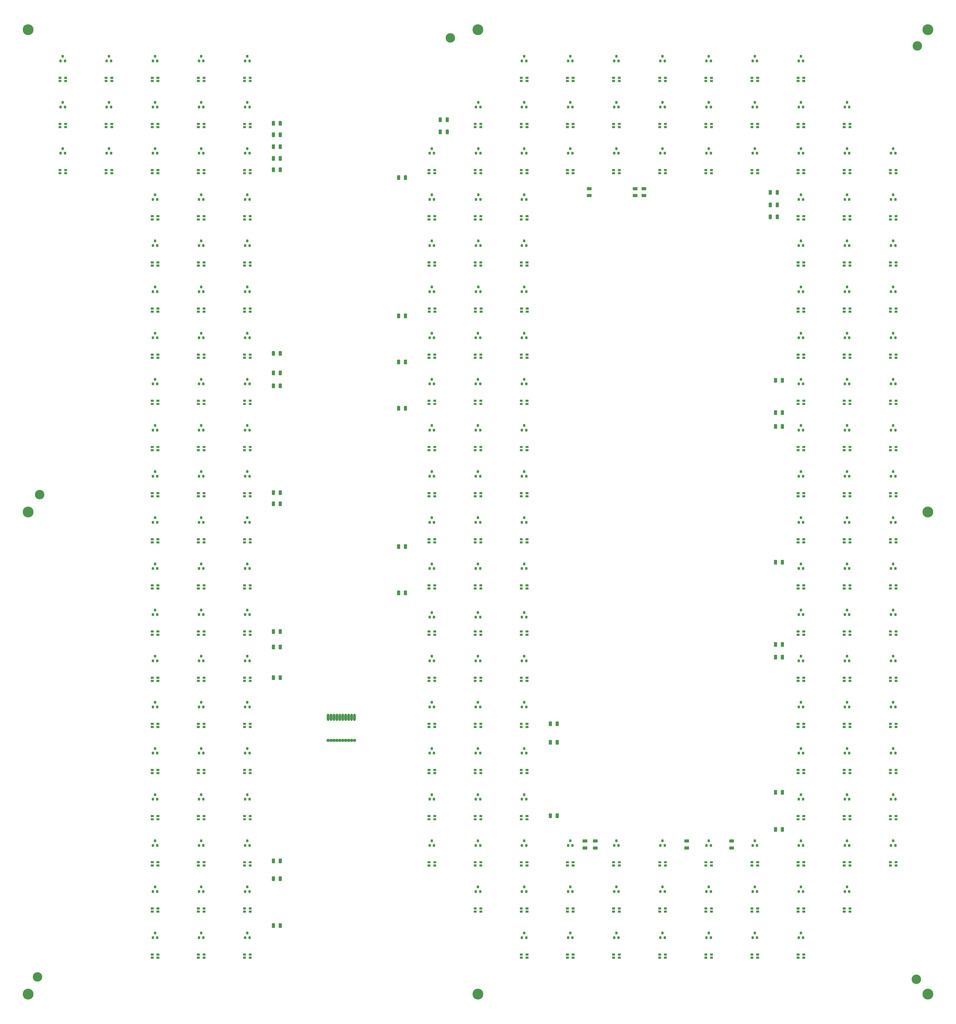
<source format=gts>
%FSTAX44Y44*%
%MOMM*%
%SFA1B1*%

%IPPOS*%
%AMD14*
4,1,8,-1.000760,0.459740,-1.000760,-0.459740,-0.784860,-0.675640,0.784860,-0.675640,1.000760,-0.459740,1.000760,0.459740,0.784860,0.675640,-0.784860,0.675640,-1.000760,0.459740,0.0*
1,1,0.430000,-0.784860,0.459740*
1,1,0.430000,-0.784860,-0.459740*
1,1,0.430000,0.784860,-0.459740*
1,1,0.430000,0.784860,0.459740*
%
%AMD15*
4,1,8,0.299720,0.551180,-0.299720,0.551180,-0.500380,0.350520,-0.500380,-0.350520,-0.299720,-0.551180,0.299720,-0.551180,0.500380,-0.350520,0.500380,0.350520,0.299720,0.551180,0.0*
1,1,0.403200,0.299720,0.350520*
1,1,0.403200,-0.299720,0.350520*
1,1,0.403200,-0.299720,-0.350520*
1,1,0.403200,0.299720,-0.350520*
%
%AMD17*
4,1,8,-0.459740,-1.000760,0.459740,-1.000760,0.675640,-0.784860,0.675640,0.784860,0.459740,1.000760,-0.459740,1.000760,-0.675640,0.784860,-0.675640,-0.784860,-0.459740,-1.000760,0.0*
1,1,0.430000,-0.459740,-0.784860*
1,1,0.430000,0.459740,-0.784860*
1,1,0.430000,0.459740,0.784860*
1,1,0.430000,-0.459740,0.784860*
%
G04~CAMADD=14~8~0.0~0.0~531.5~787.4~84.6~0.0~15~0.0~0.0~0.0~0.0~0~0.0~0.0~0.0~0.0~0~0.0~0.0~0.0~90.0~788.0~532.0*
%ADD14D14*%
G04~CAMADD=15~8~0.0~0.0~395.0~434.3~79.4~0.0~15~0.0~0.0~0.0~0.0~0~0.0~0.0~0.0~0.0~0~0.0~0.0~0.0~0.0~395.0~434.3*
%ADD15D15*%
%ADD16O,1.113198X3.153194*%
G04~CAMADD=17~8~0.0~0.0~531.5~787.4~84.6~0.0~15~0.0~0.0~0.0~0.0~0~0.0~0.0~0.0~0.0~0~0.0~0.0~0.0~180.0~532.0~788.0*
%ADD17D17*%
%ADD18C,4.099992*%
%ADD19C,1.403197*%
%ADD20C,4.703191*%
%LNled_fix910_rd_2000278_(4f00224a_7p00494a)-1*%
%LPD*%
G36*
X00793424Y04026405D02*
X00793635Y04026193D01*
X0079375Y04025918*
Y04025769*
Y04018018*
Y04017869*
X00793635Y04017594*
X00793424Y04017383*
X00793148Y04017269*
X00792999*
X00782249*
X007821*
X00781824Y04017383*
X00781614Y04017594*
X00781499Y04017869*
Y04018018*
Y04026019*
X007815*
Y04026119*
X00781576Y04026302*
X00781717Y04026443*
X007819Y04026519*
X00782Y04026518*
X00792999Y04026519*
Y04026518*
X00793148Y04026519*
X00793424Y04026405*
G37*
G36*
X00593424D02*
X00593635Y04026193D01*
X00593749Y04025918*
Y04025769*
Y04018018*
Y04017869*
X00593635Y04017594*
X00593424Y04017383*
X00593148Y04017269*
X00592999*
X00582249*
X005821*
X00581824Y04017383*
X00581614Y04017594*
X00581499Y04017869*
Y04018018*
Y04026019*
X005815*
Y04026119*
X00581576Y04026302*
X00581717Y04026443*
X005819Y04026519*
X00582Y04026518*
X00592999Y04026519*
Y04026518*
X00593148Y04026519*
X00593424Y04026405*
G37*
G36*
X00393424D02*
X00393635Y04026193D01*
X00393749Y04025918*
Y04025769*
Y04018018*
Y04017869*
X00393635Y04017594*
X00393424Y04017383*
X00393148Y04017269*
X00392999*
X00382249*
X003821*
X00381824Y04017383*
X00381614Y04017594*
X00381499Y04017869*
Y04018018*
Y04026019*
X003815*
Y04026119*
X00381576Y04026302*
X00381717Y04026443*
X003819Y04026519*
X00382Y04026518*
X00392999Y04026519*
Y04026518*
X00393148Y04026519*
X00393424Y04026405*
G37*
G36*
X00193424D02*
X00193635Y04026193D01*
X00193749Y04025918*
Y04025769*
Y04018018*
Y04017869*
X00193635Y04017594*
X00193424Y04017383*
X00193148Y04017269*
X00192999*
X00182249*
X001821*
X00181825Y04017383*
X00181613Y04017594*
X00181499Y04017869*
Y04018018*
Y04026019*
X001815*
Y04026119*
X00181576Y04026302*
X00181717Y04026443*
X001819Y04026519*
X00182Y04026518*
X00192999Y04026519*
Y04026518*
X00193148Y04026519*
X00193424Y04026405*
G37*
G36*
X00993424Y04026404D02*
X00993635Y04026193D01*
X00993749Y04025918*
Y04025769*
Y04018018*
Y04017869*
X00993635Y04017594*
X00993424Y04017383*
X00993148Y04017269*
X00992999*
X00982249*
X009821*
X00981824Y04017383*
X00981614Y04017594*
X00981499Y04017869*
Y04018018*
Y04026019*
X009815*
Y04026119*
X00981576Y04026302*
X00981717Y04026443*
X009819Y04026518*
X00982*
X00992999*
X00993148*
X00993424Y04026404*
G37*
G36*
X03393423Y04026391D02*
X03393634Y04026179D01*
X03393749Y04025904*
Y04025755*
X03393748Y04018005*
Y04018004*
Y04017855*
X03393634Y0401758*
X03393423Y04017369*
X03393148Y04017255*
X03392999*
X03382248*
X033821*
X03381824Y04017369*
X03381613Y0401758*
X03381499Y04017855*
Y04018004*
Y04026005*
Y04026105*
X03381576Y04026288*
X03381716Y04026429*
X033819Y04026505*
X03381999*
X03392999*
X03393148*
X03393423Y04026391*
G37*
G36*
X03193423D02*
X03193634Y04026179D01*
X03193749Y04025904*
Y04025755*
X03193748Y04018005*
Y04018004*
Y04017855*
X03193634Y0401758*
X03193423Y04017369*
X03193148Y04017255*
X03192999*
X03182248*
X031821*
X03181824Y04017369*
X03181613Y0401758*
X03181499Y04017855*
Y04018004*
Y04026005*
Y04026105*
X03181576Y04026288*
X03181716Y04026429*
X031819Y04026505*
X03181999*
X03192999*
X03193148*
X03193423Y04026391*
G37*
G36*
X02993423D02*
X02993634Y04026179D01*
X02993749Y04025904*
Y04025755*
X02993748Y04018005*
Y04018004*
Y04017855*
X02993634Y0401758*
X02993423Y04017369*
X02993148Y04017255*
X02992999*
X02982248*
X029821*
X02981824Y04017369*
X02981613Y0401758*
X02981499Y04017855*
Y04018004*
Y04026005*
Y04026105*
X02981576Y04026288*
X02981716Y04026429*
X029819Y04026505*
X02981999*
X02992999*
X02993148*
X02993423Y04026391*
G37*
G36*
X02793423D02*
X02793634Y04026179D01*
X02793749Y04025904*
Y04025755*
X02793748Y04018005*
Y04018004*
Y04017855*
X02793634Y0401758*
X02793423Y04017369*
X02793148Y04017255*
X02792999*
X02782248*
X027821*
X02781824Y04017369*
X02781613Y0401758*
X02781499Y04017855*
Y04018004*
Y04026005*
Y04026105*
X02781576Y04026288*
X02781716Y04026429*
X027819Y04026505*
X02781999*
X02792999*
X02793148*
X02793423Y04026391*
G37*
G36*
X02593423D02*
X02593634Y04026179D01*
X02593749Y04025904*
Y04025755*
X02593748Y04018005*
Y04018004*
Y04017855*
X02593634Y0401758*
X02593423Y04017369*
X02593148Y04017255*
X02592999*
X02582248*
X025821*
X02581824Y04017369*
X02581613Y0401758*
X02581499Y04017855*
Y04018004*
Y04026005*
Y04026105*
X02581576Y04026288*
X02581716Y04026429*
X025819Y04026505*
X02581999*
X02592999*
X02593148*
X02593423Y04026391*
G37*
G36*
X02193423D02*
X02193634Y04026179D01*
X02193749Y04025904*
Y04025755*
Y04018005*
Y04018004*
Y04017855*
X02193634Y0401758*
X02193423Y04017369*
X02193148Y04017255*
X02192999*
X02182249*
X02182248*
X02182099*
X02181824Y04017369*
X02181613Y0401758*
X02181499Y04017855*
Y04018004*
Y04026005*
Y04026105*
X02181575Y04026288*
X02181716Y04026429*
X021819Y04026505*
X02181999*
X02192999*
X02193148*
X02193423Y04026391*
G37*
G36*
X02393424Y04026379D02*
X02393635Y04026168D01*
X02393749Y04025893*
Y04025743*
Y04017993*
Y04017844*
X02393635Y04017568*
X02393424Y04017357*
X02393148Y04017243*
X02392999*
X02382249*
X023821*
X02381825Y04017357*
X02381614Y04017568*
X02381499Y04017844*
Y04017993*
Y04025993*
X023815Y04025994*
Y04026093*
X02381576Y04026277*
X02381717Y04026417*
X023819Y04026493*
X02382*
X02392999*
X02393149*
X02393424Y04026379*
G37*
G36*
X00817999Y04026518D02*
D01*
X00818099*
X00818282Y04026442*
X00818423Y04026301*
X00818499Y04026118*
Y04026019*
Y04018018*
Y04017869*
X00818385Y04017594*
X00818174Y04017383*
X00817898Y04017269*
X00817749*
X00806999*
X0080685*
X00806574Y04017383*
X00806364Y04017594*
X00806249Y04017869*
Y04018018*
X0080625Y04025769*
Y04025768*
Y04025917*
X00806364Y04026193*
X00806574Y04026404*
X0080685Y04026518*
X00806999*
X00817999*
G37*
G36*
X00617999D02*
D01*
X00618099*
X00618282Y04026442*
X00618423Y04026301*
X00618499Y04026118*
Y04026019*
Y04018018*
Y04017869*
X00618385Y04017594*
X00618174Y04017383*
X00617898Y04017269*
X00617749*
X00606999*
X0060685*
X00606575Y04017383*
X00606364Y04017594*
X00606249Y04017869*
Y04018018*
X0060625Y04025769*
Y04025768*
X00606249Y04025917*
X00606364Y04026193*
X00606574Y04026404*
X0060685Y04026518*
X00606999*
X00617999*
G37*
G36*
X00417999D02*
D01*
X00418099*
X00418282Y04026442*
X00418423Y04026301*
X00418499Y04026118*
Y04026019*
Y04018018*
Y04017869*
X00418385Y04017594*
X00418174Y04017383*
X00417898Y04017269*
X00417749*
X00406999*
X0040685*
X00406575Y04017383*
X00406364Y04017594*
X00406249Y04017869*
Y04018018*
X0040625Y04025769*
Y04025768*
X00406249Y04025917*
X00406364Y04026193*
X00406574Y04026404*
X0040685Y04026518*
X00406999*
X00417999*
G37*
G36*
X00217999D02*
D01*
X00218099*
X00218282Y04026442*
X00218423Y04026301*
X00218499Y04026118*
Y04026019*
Y04018018*
Y04017869*
X00218385Y04017594*
X00218174Y04017383*
X00217898Y04017269*
X00217749*
X00206999*
X0020685*
X00206575Y04017383*
X00206363Y04017594*
X00206249Y04017869*
Y04018018*
X0020625Y04025769*
Y04025768*
X00206249Y04025917*
X00206363Y04026193*
X00206574Y04026404*
X0020685Y04026518*
X00206999*
X00217999*
G37*
G36*
X01017999D02*
D01*
X01018099*
X01018282Y04026442*
X01018423Y04026301*
X01018499Y04026118*
Y04026019*
Y04018018*
Y04017869*
X01018385Y04017594*
X01018174Y04017383*
X01017898Y04017269*
X01017749*
X01006999*
X0100685*
X01006574Y04017383*
X01006364Y04017594*
X01006249Y04017869*
Y04018018*
X0100625Y04025769*
Y04025768*
Y04025917*
X01006364Y04026193*
X01006574Y04026404*
X0100685Y04026518*
X01006999*
X01017999*
G37*
G36*
X03417999Y04026505D02*
D01*
X03418098*
X03418282Y04026428*
X03418422Y04026288*
X03418498Y04026104*
Y04026005*
Y04018005*
Y04018004*
Y04017855*
X03418384Y0401758*
X03418173Y04017369*
X03417898Y04017255*
X03417749*
X03406999*
X0340685*
X03406574Y04017369*
X03406363Y0401758*
X03406249Y04017855*
Y04018004*
Y04025755*
Y04025904*
X03406363Y04026179*
X03406574Y0402639*
X03406849Y04026505*
X03406999*
X03417999*
G37*
G36*
X03017999D02*
D01*
X03018098*
X03018282Y04026428*
X03018422Y04026288*
X03018498Y04026104*
Y04026005*
Y04018005*
Y04018004*
Y04017855*
X03018384Y0401758*
X03018173Y04017369*
X03017898Y04017255*
X03017749*
X03006999*
X0300685*
X03006574Y04017369*
X03006363Y0401758*
X03006249Y04017855*
Y04018004*
Y04025755*
Y04025904*
X03006363Y04026179*
X03006574Y0402639*
X03006849Y04026505*
X03006999*
X03017999*
G37*
G36*
X02817999D02*
D01*
X02818098*
X02818282Y04026428*
X02818422Y04026288*
X02818498Y04026104*
Y04026005*
Y04018005*
Y04018004*
Y04017855*
X02818384Y0401758*
X02818173Y04017369*
X02817898Y04017255*
X02817749*
X02806999*
X0280685*
X02806574Y04017369*
X02806363Y0401758*
X02806249Y04017855*
Y04018004*
Y04025755*
Y04025904*
X02806363Y04026179*
X02806574Y0402639*
X02806849Y04026505*
X02806999*
X02817999*
G37*
G36*
X02617999D02*
D01*
X02618098*
X02618282Y04026428*
X02618422Y04026288*
X02618498Y04026104*
Y04026005*
Y04018005*
Y04018004*
Y04017855*
X02618384Y0401758*
X02618173Y04017369*
X02617898Y04017255*
X02617749*
X02606999*
X0260685*
X02606574Y04017369*
X02606363Y0401758*
X02606249Y04017855*
Y04018004*
Y04025755*
Y04025904*
X02606363Y04026179*
X02606574Y0402639*
X02606849Y04026505*
X02606999*
X02617999*
G37*
G36*
X02217999D02*
D01*
X02218098*
X02218282Y04026428*
X02218422Y04026288*
X02218498Y04026104*
Y04026005*
Y04018005*
Y04018004*
Y04017855*
X02218384Y0401758*
X02218173Y04017369*
X02217898Y04017255*
X02217749*
X02206999*
X02206849*
X02206574Y04017369*
X02206363Y0401758*
X02206249Y04017855*
Y04018004*
Y04025755*
Y04025904*
X02206363Y04026179*
X02206574Y0402639*
X02206849Y04026505*
X02206999*
X02217999*
G37*
G36*
X03217999D02*
D01*
X03218098*
X03218282Y04026429*
X03218422Y04026288*
X03218498Y04026104*
Y04026005*
Y04018005*
Y04018004*
Y04017855*
X03218384Y0401758*
X03218173Y04017369*
X03217898Y04017255*
X03217749*
X03206999*
X0320685*
X03206574Y04017369*
X03206363Y0401758*
X03206249Y04017855*
Y04018004*
Y04025755*
Y04025904*
X03206363Y04026179*
X03206574Y0402639*
X03206849Y04026505*
X03206999*
X03217999*
G37*
G36*
X02417999Y04026493D02*
D01*
X02418099*
X02418282Y04026417*
X02418423Y04026276*
X02418499Y04026093*
Y04025993*
Y04017993*
Y04017844*
X02418385Y04017568*
X02418174Y04017357*
X02417898Y04017243*
X02417749*
X02406999*
X0240685*
X02406574Y04017357*
X02406363Y04017568*
X02406249Y04017844*
Y04017993*
X0240625Y04025743*
Y04025742*
X02406249Y04025892*
X02406363Y04026168*
X02406574Y04026379*
X0240685Y04026493*
X02406999*
X02417999*
G37*
G36*
X00817749Y04012768D02*
X00817899D01*
X00818174Y04012654*
X00818385Y04012443*
X00818499Y04012168*
Y04012019*
Y04004018*
Y04003919*
X00818423Y04003735*
X00818282Y04003595*
X00818098Y04003519*
X00817999*
X00806999*
X0080685*
X00806574Y04003633*
X00806364Y04003844*
X00806249Y04004119*
Y04004269*
X0080625Y04012019*
Y04012168*
X00806364Y04012443*
X00806575Y04012654*
X0080685Y04012768*
X00806999*
X00817749*
G37*
G36*
X00792999D02*
X00793148D01*
X00793424Y04012654*
X00793635Y04012443*
X0079375Y04012168*
Y04012019*
Y04004269*
Y04004119*
X00793635Y04003844*
X00793424Y04003633*
X00793149Y04003519*
X00792999*
X00781999*
X007819*
X00781716Y04003595*
X00781576Y04003735*
X007815Y04003919*
Y04004018*
X00781499Y04012019*
Y04012168*
X00781614Y04012443*
X00781825Y04012654*
X007821Y04012768*
X00782249*
X00792999*
G37*
G36*
X00617749D02*
X00617899D01*
X00618174Y04012654*
X00618385Y04012443*
X00618499Y04012168*
Y04012019*
Y04004018*
Y04003919*
X00618423Y04003735*
X00618282Y04003595*
X00618098Y04003519*
X00617999*
X00606999*
X0060685*
X00606575Y04003633*
X00606364Y04003844*
X00606249Y04004119*
Y04004269*
Y04012019*
Y04012168*
X00606364Y04012443*
X00606575Y04012654*
X0060685Y04012768*
X00606999*
X00617749*
G37*
G36*
X00592999D02*
X00593148D01*
X00593424Y04012654*
X00593635Y04012443*
X00593749Y04012168*
Y04012019*
Y04004269*
Y04004119*
X00593635Y04003844*
X00593424Y04003633*
X00593149Y04003519*
X00592999*
X00581999*
X005819*
X00581716Y04003595*
X00581576Y04003735*
X005815Y04003919*
Y04004018*
Y04012019*
Y04012168*
X00581614Y04012443*
X00581825Y04012654*
X005821Y04012768*
X00582249*
X00592999*
G37*
G36*
X00417749D02*
X00417899D01*
X00418174Y04012654*
X00418385Y04012443*
X00418499Y04012168*
Y04012019*
Y04004018*
Y04003919*
X00418423Y04003735*
X00418282Y04003595*
X00418098Y04003519*
X00417999*
X00406999*
X0040685*
X00406575Y04003633*
X00406364Y04003844*
X00406249Y04004119*
Y04004269*
Y04012019*
Y04012168*
X00406364Y04012443*
X00406575Y04012654*
X0040685Y04012768*
X00406999*
X00417749*
G37*
G36*
X00392999D02*
X00393148D01*
X00393424Y04012654*
X00393635Y04012443*
X00393749Y04012168*
Y04012019*
Y04004269*
Y04004119*
X00393635Y04003844*
X00393424Y04003633*
X00393149Y04003519*
X00392999*
X00381999*
X003819*
X00381716Y04003595*
X00381576Y04003735*
X003815Y04003919*
Y04004018*
Y04012019*
Y04012168*
X00381614Y04012443*
X00381825Y04012654*
X003821Y04012768*
X00382249*
X00392999*
G37*
G36*
X00217749D02*
X00217899D01*
X00218174Y04012654*
X00218385Y04012443*
X00218499Y04012168*
Y04012019*
Y04004018*
Y04003919*
X00218423Y04003735*
X00218282Y04003595*
X00218098Y04003519*
X00217999*
X00206999*
X0020685*
X00206575Y04003633*
X00206363Y04003844*
X00206249Y04004119*
Y04004269*
Y04012019*
Y04012168*
X00206364Y04012443*
X00206575Y04012654*
X0020685Y04012768*
X00206999*
X00217749*
G37*
G36*
X00192999D02*
X00193149D01*
X00193424Y04012654*
X00193635Y04012443*
X00193749Y04012168*
Y04012019*
Y04004269*
Y04004119*
X00193635Y04003844*
X00193424Y04003633*
X00193149Y04003519*
X00192999*
X00181999*
X001819*
X00181716Y04003595*
X00181576Y04003735*
X001815Y04003919*
Y04004018*
X00181499Y04012019*
Y04012168*
X00181614Y04012443*
X00181825Y04012654*
X001821Y04012768*
X00182249*
X00192999*
G37*
G36*
X01017749D02*
X01017899D01*
X01018174Y04012654*
X01018385Y04012443*
X01018499Y04012168*
Y04012019*
Y04004018*
Y04003919*
X01018423Y04003735*
X01018282Y04003595*
X01018098Y04003519*
X01017999*
X01006999*
X0100685*
X01006574Y04003633*
X01006364Y04003844*
X01006249Y04004119*
Y04004269*
X0100625Y04012019*
Y04012168*
X01006364Y04012443*
X01006575Y04012654*
X0100685Y04012768*
X01006999*
X01017749*
G37*
G36*
X00992999D02*
X00993148D01*
X00993424Y04012654*
X00993635Y04012443*
X00993749Y04012168*
Y04012019*
Y04004269*
Y04004119*
X00993635Y04003844*
X00993424Y04003633*
X00993149Y04003519*
X00992999*
X00981999*
X009819*
X00981716Y04003595*
X00981576Y04003735*
X009815Y04003919*
Y04004018*
X00981499Y04012019*
Y04012168*
X00981614Y04012443*
X00981825Y04012654*
X009821Y04012768*
X00982249*
X00992999*
G37*
G36*
X03417749Y04012754D02*
X03417898Y04012755D01*
X03418173Y04012641*
X03418384Y0401243*
X03418498Y04012154*
Y04012005*
Y04004005*
Y04004004*
Y04003905*
X03418422Y04003721*
X03418281Y04003581*
X03418097Y04003505*
X03417998*
X03406999*
X0340685*
X03406574Y04003619*
X03406363Y0400383*
X03406249Y04004105*
Y04004255*
Y04012005*
Y04012154*
X03406363Y04012429*
X03406574Y04012641*
X0340685Y04012755*
X03406999*
X03417749*
Y04012754*
G37*
G36*
X03193423Y04012641D02*
X03193634Y0401243D01*
X03193749Y04012154*
Y04012005*
X03193748Y04004255*
Y04004256*
Y04004106*
X03193635Y0400383*
X03193424Y04003619*
X03193148Y04003505*
X03192999*
X03181999*
X03181899*
X03181716Y04003581*
X03181575Y04003722*
X03181499Y04003905*
Y04004005*
Y04012005*
Y04012154*
X03181613Y04012429*
X03181824Y0401264*
X031821Y04012755*
X03182249Y04012754*
X03192999Y04012755*
X03193148*
X03193423Y04012641*
G37*
G36*
X03017749Y04012754D02*
X03017898Y04012755D01*
X03018173Y04012641*
X03018384Y0401243*
X03018498Y04012154*
Y04012005*
Y04004005*
Y04004004*
Y04003905*
X03018422Y04003721*
X03018282Y04003581*
X03018097Y04003505*
X03017998*
X03006999*
X0300685*
X03006574Y04003619*
X03006363Y0400383*
X03006249Y04004105*
Y04004255*
Y04012005*
Y04012154*
X03006363Y04012429*
X03006574Y04012641*
X0300685Y04012755*
X03006999*
X03017749*
Y04012754*
G37*
G36*
X02817749D02*
X02817898Y04012755D01*
X02818173Y04012641*
X02818384Y0401243*
X02818498Y04012154*
Y04012005*
Y04004005*
Y04004004*
Y04003905*
X02818422Y04003721*
X02818281Y04003581*
X02818097Y04003505*
X02817998*
X02806999*
X0280685*
X02806574Y04003619*
X02806363Y0400383*
X02806249Y04004105*
Y04004255*
Y04012005*
Y04012154*
X02806363Y04012429*
X02806574Y04012641*
X0280685Y04012755*
X02806999*
X02817749*
Y04012754*
G37*
G36*
X02617749D02*
X02617898Y04012755D01*
X02618173Y04012641*
X02618384Y0401243*
X02618498Y04012154*
Y04012005*
Y04004005*
Y04004004*
Y04003905*
X02618422Y04003721*
X02618281Y04003581*
X02618097Y04003505*
X02617998*
X02606999*
X0260685*
X02606574Y04003619*
X02606363Y0400383*
X02606249Y04004105*
Y04004255*
Y04012005*
Y04012154*
X02606363Y04012429*
X02606574Y04012641*
X0260685Y04012755*
X02606999*
X02617749*
Y04012754*
G37*
G36*
X02217749D02*
X02217898Y04012755D01*
X02218173Y04012641*
X02218384Y0401243*
X02218499Y04012154*
Y04012005*
Y04004005*
X02218498Y04004004*
Y04003905*
X02218422Y04003721*
X02218281Y04003581*
X02218098Y04003505*
X02217998*
X02206999*
X02206849*
X02206574Y04003619*
X02206363Y0400383*
X02206249Y04004105*
Y04004255*
Y04012005*
Y04012154*
X02206363Y04012429*
X02206574Y04012641*
X02206849Y04012755*
X02206999*
X02217749*
Y04012754*
G37*
G36*
X03393423Y04012641D02*
X03393634Y0401243D01*
X03393749Y04012154*
Y04012005*
X03393748Y04004255*
Y04004256*
Y04004106*
X03393635Y0400383*
X03393424Y04003619*
X03393148Y04003505*
X03392999*
X03381999*
X03381899*
X03381716Y04003581*
X03381575Y04003722*
X03381499Y04003905*
Y04004005*
Y04012005*
Y04012154*
X03381613Y0401243*
X03381824Y04012641*
X033821Y04012755*
X03382249*
X03392999*
Y04012754*
X03393148Y04012755*
X03393423Y04012641*
G37*
G36*
X03218173D02*
X03218384Y0401243D01*
X03218498Y04012154*
Y04012005*
Y04004005*
Y04004004*
Y04003905*
X03218422Y04003721*
X03218281Y04003581*
X03218097Y04003505*
X03217998*
X03206999*
X0320685*
X03206574Y04003619*
X03206363Y0400383*
X03206249Y04004105*
Y04004255*
Y04012005*
Y04012154*
X03206363Y04012429*
X03206574Y0401264*
X0320685Y04012755*
X03206999Y04012754*
X03217749Y04012755*
X03217898*
X03218173Y04012641*
G37*
G36*
X02993423D02*
X02993634Y0401243D01*
X02993749Y04012154*
Y04012005*
X02993748Y04004255*
Y04004256*
Y04004106*
X02993635Y0400383*
X02993424Y04003619*
X02993148Y04003505*
X02992999*
X02981999*
X02981899*
X02981716Y04003581*
X02981575Y04003722*
X02981499Y04003905*
Y04004005*
Y04012005*
Y04012154*
X02981613Y0401243*
X02981824Y04012641*
X029821Y04012755*
X02982249*
X02992999*
Y04012754*
X02993148Y04012755*
X02993423Y04012641*
G37*
G36*
X02793423D02*
X02793634Y0401243D01*
X02793749Y04012154*
Y04012005*
X02793748Y04004255*
Y04004256*
Y04004106*
X02793635Y0400383*
X02793424Y04003619*
X02793148Y04003505*
X02792999*
X02781999*
X02781899*
X02781716Y04003581*
X02781575Y04003722*
X02781499Y04003905*
Y04004005*
Y04012005*
Y04012154*
X02781613Y0401243*
X02781824Y04012641*
X027821Y04012755*
X02782249*
X02792999*
Y04012754*
X02793148Y04012755*
X02793423Y04012641*
G37*
G36*
X02593423D02*
X02593634Y0401243D01*
X02593749Y04012154*
Y04012005*
X02593748Y04004255*
Y04004256*
Y04004106*
X02593635Y0400383*
X02593424Y04003619*
X02593148Y04003505*
X02592999*
X02581999*
X02581899*
X02581716Y04003581*
X02581575Y04003722*
X02581499Y04003905*
Y04004005*
Y04012005*
Y04012154*
X02581613Y0401243*
X02581824Y04012641*
X025821Y04012755*
X02582249*
X02592999*
Y04012754*
X02593148Y04012755*
X02593423Y04012641*
G37*
G36*
X02193424D02*
X02193634Y0401243D01*
X02193749Y04012154*
Y04012005*
X02193748Y04004255*
Y04004256*
X02193749Y04004106*
X02193635Y0400383*
X02193424Y04003619*
X02193148Y04003505*
X02192999*
X02181999*
X02181899*
X02181716Y04003581*
X02181575Y04003722*
X02181499Y04003905*
Y04004005*
Y04012005*
Y04012154*
X02181613Y0401243*
X02181824Y04012641*
X021821Y04012755*
X02182249*
X02192999*
Y04012754*
X02193148Y04012755*
X02193424Y04012641*
G37*
G36*
X02417749Y04012743D02*
X02417899D01*
X02418174Y04012629*
X02418385Y04012418*
X02418499Y04012143*
Y04011994*
Y04003993*
Y04003893*
X02418423Y0400371*
X02418282Y04003569*
X02418098Y04003493*
X02417999*
X02406999*
X0240685*
X02406574Y04003607*
X02406363Y04003818*
X02406249Y04004094*
Y04004243*
Y04011993*
Y04012143*
X02406364Y04012418*
X02406575Y04012629*
X0240685Y04012743*
X02406999*
X02417749*
G37*
G36*
X02392999D02*
X02393149D01*
X02393424Y04012629*
X02393635Y04012418*
X02393749Y04012143*
Y04011994*
Y04004243*
Y04004094*
X02393635Y04003819*
X02393424Y04003608*
X02393149Y04003493*
X02392999*
X02381999*
X023819*
X02381716Y04003569*
X02381576Y0400371*
X023815Y04003894*
Y04003993*
Y04011993*
Y04011994*
Y04012143*
X02381614Y04012418*
X02381825Y04012629*
X023821Y04012743*
X02382249*
X02392999*
G37*
G36*
X00993424Y03826405D02*
X00993635Y03826193D01*
X00993749Y03825918*
Y03825769*
Y03818018*
Y03817869*
X00993635Y03817594*
X00993424Y03817383*
X00993148Y03817269*
X00992999*
X00982249*
X009821*
X00981824Y03817383*
X00981614Y03817594*
X00981499Y03817869*
Y03818018*
Y03826019*
X009815*
Y03826119*
X00981576Y03826302*
X00981717Y03826443*
X009819Y03826519*
X00982Y03826518*
X00992999Y03826519*
Y03826518*
X00993148Y03826519*
X00993424Y03826405*
G37*
G36*
X00593424D02*
X00593635Y03826193D01*
X00593749Y03825918*
Y03825769*
Y03818018*
Y03817869*
X00593635Y03817594*
X00593424Y03817383*
X00593148Y03817269*
X00592999*
X00582249*
X005821*
X00581824Y03817383*
X00581614Y03817594*
X00581499Y03817869*
Y03818018*
Y03826019*
X005815*
Y03826119*
X00581576Y03826302*
X00581717Y03826443*
X005819Y03826519*
X00582Y03826518*
X00592999Y03826519*
Y03826518*
X00593148Y03826519*
X00593424Y03826405*
G37*
G36*
X00393424D02*
X00393635Y03826193D01*
X00393749Y03825918*
Y03825769*
Y03818018*
Y03817869*
X00393635Y03817594*
X00393424Y03817383*
X00393148Y03817269*
X00392999*
X00382249*
X003821*
X00381824Y03817383*
X00381614Y03817594*
X00381499Y03817869*
Y03818018*
Y03826019*
X003815*
Y03826119*
X00381576Y03826302*
X00381717Y03826443*
X003819Y03826519*
X00382Y03826518*
X00392999Y03826519*
Y03826518*
X00393148Y03826519*
X00393424Y03826405*
G37*
G36*
X00193424D02*
X00193635Y03826193D01*
X00193749Y03825918*
Y03825769*
Y03818018*
Y03817869*
X00193635Y03817594*
X00193424Y03817383*
X00193148Y03817269*
X00192999*
X00182249*
X001821*
X00181825Y03817383*
X00181614Y03817594*
X00181499Y03817869*
Y03818018*
Y03826019*
X001815*
Y03826119*
X00181576Y03826302*
X00181717Y03826443*
X001819Y03826519*
X00182Y03826518*
X00192999Y03826519*
Y03826518*
X00193149Y03826519*
X00193424Y03826405*
G37*
G36*
X00793424D02*
X00793635Y03826193D01*
X0079375Y03825918*
Y03825769*
Y03818018*
Y03817869*
X00793635Y03817594*
X00793424Y03817383*
X00793148Y03817269*
X00792999*
X00782249*
X007821*
X00781824Y03817383*
X00781614Y03817594*
X00781499Y03817869*
Y03818018*
Y03826019*
X007815*
Y03826119*
X00781576Y03826302*
X00781717Y03826443*
X007819Y03826518*
X00782*
X00792999*
X00793148Y03826519*
X00793424Y03826405*
G37*
G36*
X03393423Y03826391D02*
X03393634Y0382618D01*
X03393749Y03825904*
Y03825755*
X03393748Y03818005*
Y03818004*
Y03817855*
X03393634Y0381758*
X03393423Y03817369*
X03393148Y03817255*
X03392999*
X03382248*
X033821*
X03381824Y03817369*
X03381613Y0381758*
X03381499Y03817855*
Y03818004*
Y03826005*
Y03826105*
X03381576Y03826288*
X03381716Y03826429*
X033819Y03826505*
X03381999*
X03392999*
X03393148*
X03393423Y03826391*
G37*
G36*
X02793423D02*
X02793634Y0382618D01*
X02793749Y03825904*
Y03825755*
X02793748Y03818005*
Y03818004*
Y03817855*
X02793634Y0381758*
X02793423Y03817369*
X02793148Y03817255*
X02792999*
X02782248*
X027821*
X02781824Y03817369*
X02781613Y0381758*
X02781499Y03817855*
Y03818004*
Y03826005*
Y03826105*
X02781576Y03826288*
X02781716Y03826429*
X027819Y03826505*
X02781999*
X02792999*
X02793148*
X02793423Y03826391*
G37*
G36*
X03593423D02*
X03593634Y03826179D01*
X03593749Y03825904*
Y03825755*
X03593748Y03818004*
Y03817855*
X03593634Y0381758*
X03593423Y03817369*
X03593148Y03817255*
X03592999*
X03582248*
X035821*
X03581824Y03817369*
X03581613Y0381758*
X03581499Y03817855*
Y03818004*
Y03826005*
Y03826105*
X03581576Y03826288*
X03581716Y03826429*
X035819Y03826505*
X03581999*
X03592999*
X03593148*
X03593423Y03826391*
G37*
G36*
X03193423D02*
X03193634Y03826179D01*
X03193749Y03825904*
Y03825755*
X03193748Y03818004*
Y03817855*
X03193634Y0381758*
X03193423Y03817369*
X03193148Y03817255*
X03192999*
X03182248*
X031821*
X03181824Y03817369*
X03181613Y0381758*
X03181499Y03817855*
Y03818004*
Y03826005*
Y03826105*
X03181576Y03826288*
X03181716Y03826429*
X031819Y03826505*
X03181999*
X03192999*
X03193148*
X03193423Y03826391*
G37*
G36*
X02993423D02*
X02993634Y03826179D01*
X02993749Y03825904*
Y03825755*
X02993748Y03818004*
Y03817855*
X02993634Y0381758*
X02993423Y03817369*
X02993148Y03817255*
X02992999*
X02982248*
X029821*
X02981824Y03817369*
X02981613Y0381758*
X02981499Y03817855*
Y03818004*
Y03826005*
Y03826105*
X02981576Y03826288*
X02981716Y03826429*
X029819Y03826505*
X02981999*
X02992999*
X02993148*
X02993423Y03826391*
G37*
G36*
X02193423D02*
X02193634Y03826179D01*
X02193749Y03825904*
Y03825755*
Y03818004*
Y03817855*
X02193634Y0381758*
X02193423Y03817369*
X02193148Y03817255*
X02192999*
X02182249*
X02182248*
X02182099*
X02181824Y03817369*
X02181613Y0381758*
X02181499Y03817855*
Y03818004*
Y03826005*
Y03826105*
X02181575Y03826288*
X02181716Y03826429*
X021819Y03826505*
X02181999*
X02192999*
X02193148*
X02193423Y03826391*
G37*
G36*
X01993423D02*
X01993634Y03826179D01*
X01993749Y03825904*
Y03825755*
Y03818004*
Y03817855*
X01993634Y0381758*
X01993423Y03817369*
X01993148Y03817255*
X01992999*
X01982249*
X01982248*
X01982099*
X01981824Y03817369*
X01981613Y0381758*
X01981499Y03817855*
Y03818004*
Y03826005*
Y03826105*
X01981575Y03826288*
X01981716Y03826429*
X019819Y03826505*
X01981999*
X01992999*
X01993148*
X01993423Y03826391*
G37*
G36*
X02593424Y03826379D02*
X02593635Y03826168D01*
X02593749Y03825893*
Y03825743*
Y03817993*
Y03817844*
X02593635Y03817568*
X02593424Y03817357*
X02593148Y03817243*
X02592999*
X02582249*
X025821*
X02581825Y03817357*
X02581614Y03817568*
X025815Y03817844*
Y03817993*
Y03825993*
Y03825994*
Y03826093*
X02581576Y03826277*
X02581717Y03826417*
X025819Y03826493*
X02582*
X02592999*
X02593148*
X02593424Y03826379*
G37*
G36*
X02393424D02*
X02393635Y03826168D01*
X02393749Y03825893*
Y03825743*
Y03817993*
Y03817844*
X02393635Y03817568*
X02393424Y03817357*
X02393148Y03817243*
X02392999*
X02382249*
X023821*
X02381825Y03817357*
X02381614Y03817568*
X02381499Y03817844*
Y03817993*
Y03825993*
X023815Y03825994*
Y03826093*
X02381576Y03826277*
X02381717Y03826417*
X023819Y03826493*
X02382*
X02392999*
X02393149*
X02393424Y03826379*
G37*
G36*
X01017999Y03826518D02*
D01*
X01018099*
X01018282Y03826442*
X01018423Y03826301*
X01018499Y03826118*
Y03826019*
Y03818018*
Y03817869*
X01018385Y03817594*
X01018174Y03817383*
X01017898Y03817269*
X01017749*
X01006999*
X0100685*
X01006574Y03817383*
X01006364Y03817594*
X01006249Y03817869*
Y03818018*
X0100625Y03825769*
Y03825768*
Y03825917*
X01006364Y03826193*
X01006574Y03826404*
X0100685Y03826518*
X01006999*
X01017999*
G37*
G36*
X00817999D02*
D01*
X00818099*
X00818282Y03826442*
X00818423Y03826301*
X00818499Y03826118*
Y03826019*
Y03818018*
Y03817869*
X00818385Y03817594*
X00818174Y03817383*
X00817898Y03817269*
X00817749*
X00806999*
X0080685*
X00806574Y03817383*
X00806364Y03817594*
X00806249Y03817869*
Y03818018*
X0080625Y03825769*
Y03825768*
Y03825917*
X00806364Y03826193*
X00806574Y03826404*
X0080685Y03826518*
X00806999*
X00817999*
G37*
G36*
X00617999D02*
D01*
X00618099*
X00618282Y03826442*
X00618423Y03826301*
X00618499Y03826118*
Y03826019*
Y03818018*
Y03817869*
X00618385Y03817594*
X00618174Y03817383*
X00617898Y03817269*
X00617749*
X00606999*
X0060685*
X00606575Y03817383*
X00606364Y03817594*
X00606249Y03817869*
Y03818018*
X0060625Y03825769*
Y03825768*
X00606249Y03825917*
X00606364Y03826193*
X00606574Y03826404*
X0060685Y03826518*
X00606999*
X00617999*
G37*
G36*
X00417999D02*
D01*
X00418099*
X00418282Y03826442*
X00418423Y03826301*
X00418499Y03826118*
Y03826019*
Y03818018*
Y03817869*
X00418385Y03817594*
X00418174Y03817383*
X00417898Y03817269*
X00417749*
X00406999*
X0040685*
X00406575Y03817383*
X00406364Y03817594*
X00406249Y03817869*
Y03818018*
X0040625Y03825769*
Y03825768*
X00406249Y03825917*
X00406364Y03826193*
X00406574Y03826404*
X0040685Y03826518*
X00406999*
X00417999*
G37*
G36*
X00217999D02*
D01*
X00218099*
X00218282Y03826442*
X00218423Y03826301*
X00218499Y03826118*
Y03826019*
Y03818018*
Y03817869*
X00218385Y03817594*
X00218174Y03817383*
X00217898Y03817269*
X00217749*
X00206999*
X0020685*
X00206575Y03817383*
X00206363Y03817594*
X00206249Y03817869*
Y03818018*
X0020625Y03825769*
Y03825768*
X00206249Y03825917*
X00206363Y03826193*
X00206574Y03826404*
X0020685Y03826518*
X00206999*
X00217999*
G37*
G36*
X03417999Y03826505D02*
D01*
X03418098*
X03418282Y03826429*
X03418422Y03826288*
X03418498Y03826104*
Y03826005*
Y03818005*
Y03818004*
Y03817855*
X03418384Y0381758*
X03418173Y03817369*
X03417898Y03817255*
X03417749*
X03406999*
X0340685*
X03406574Y03817369*
X03406363Y0381758*
X03406249Y03817855*
Y03818004*
Y03825755*
Y03825904*
X03406363Y03826179*
X03406574Y0382639*
X03406849Y03826505*
X03406999*
X03417999*
G37*
G36*
X02817999D02*
D01*
X02818098*
X02818282Y03826429*
X02818422Y03826288*
X02818498Y03826104*
Y03826005*
Y03818005*
Y03818004*
Y03817855*
X02818384Y0381758*
X02818173Y03817369*
X02817898Y03817255*
X02817749*
X02806999*
X0280685*
X02806574Y03817369*
X02806363Y0381758*
X02806249Y03817855*
Y03818004*
Y03825755*
Y03825904*
X02806363Y03826179*
X02806574Y0382639*
X02806849Y03826505*
X02806999*
X02817999*
G37*
G36*
X02217999D02*
D01*
X02218098*
X02218282Y03826429*
X02218422Y03826288*
X02218498Y03826104*
Y03826005*
Y03818004*
Y03817855*
X02218384Y0381758*
X02218173Y03817369*
X02217898Y03817255*
X02217749*
X02206999*
X02206849*
X02206574Y03817369*
X02206363Y0381758*
X02206249Y03817855*
Y03818004*
Y03825755*
Y03825904*
X02206363Y03826179*
X02206574Y0382639*
X02206849Y03826505*
X02206999*
X02217999*
G37*
G36*
X03617999D02*
D01*
X03618098*
X03618282Y03826428*
X03618422Y03826288*
X03618498Y03826104*
Y03826005*
Y03818004*
Y03817855*
X03618384Y0381758*
X03618173Y03817369*
X03617898Y03817255*
X03617749*
X03606999*
X0360685*
X03606574Y03817369*
X03606363Y0381758*
X03606249Y03817855*
Y03818004*
Y03825755*
Y03825904*
X03606363Y03826179*
X03606574Y0382639*
X03606849Y03826505*
X03606999*
X03617999*
G37*
G36*
X03217999D02*
D01*
X03218098*
X03218282Y03826428*
X03218422Y03826288*
X03218498Y03826104*
Y03826005*
Y03818004*
Y03817855*
X03218384Y0381758*
X03218173Y03817369*
X03217898Y03817255*
X03217749*
X03206999*
X0320685*
X03206574Y03817369*
X03206363Y0381758*
X03206249Y03817855*
Y03818004*
Y03825755*
Y03825904*
X03206363Y03826179*
X03206574Y0382639*
X03206849Y03826505*
X03206999*
X03217999*
G37*
G36*
X03017999D02*
D01*
X03018098*
X03018282Y03826428*
X03018422Y03826288*
X03018498Y03826104*
Y03826005*
Y03818004*
Y03817855*
X03018384Y0381758*
X03018173Y03817369*
X03017898Y03817255*
X03017749*
X03006999*
X0300685*
X03006574Y03817369*
X03006363Y0381758*
X03006249Y03817855*
Y03818004*
Y03825755*
Y03825904*
X03006363Y03826179*
X03006574Y0382639*
X03006849Y03826505*
X03006999*
X03017999*
G37*
G36*
X02017999D02*
D01*
X02018098*
X02018282Y03826428*
X02018422Y03826288*
X02018498Y03826104*
Y03826005*
Y03818004*
Y03817855*
X02018384Y0381758*
X02018173Y03817369*
X02017898Y03817255*
X02017749*
X02006999*
X02006849*
X02006574Y03817369*
X02006363Y0381758*
X02006249Y03817855*
Y03818004*
Y03825755*
Y03825904*
X02006363Y03826179*
X02006574Y0382639*
X02006849Y03826505*
X02006999*
X02017999*
G37*
G36*
X02617999Y03826493D02*
D01*
X02618099*
X02618282Y03826417*
X02618423Y03826276*
X02618499Y03826093*
Y03825993*
Y03817993*
Y03817844*
X02618385Y03817568*
X02618174Y03817357*
X02617898Y03817243*
X02617749*
X02606999*
X0260685*
X02606575Y03817357*
X02606363Y03817568*
X02606249Y03817844*
Y03817993*
X0260625Y03825743*
Y03825742*
Y03825892*
X02606363Y03826168*
X02606574Y03826379*
X0260685Y03826493*
X02606999*
X02617999*
G37*
G36*
X02417999D02*
D01*
X02418099*
X02418282Y03826417*
X02418423Y03826276*
X02418499Y03826093*
Y03825993*
Y03817993*
Y03817844*
X02418385Y03817568*
X02418174Y03817357*
X02417898Y03817243*
X02417749*
X02406999*
X0240685*
X02406574Y03817357*
X02406363Y03817568*
X02406249Y03817844*
Y03817993*
X0240625Y03825743*
Y03825742*
X02406249Y03825892*
X02406363Y03826168*
X02406574Y03826379*
X0240685Y03826493*
X02406999*
X02417999*
G37*
G36*
X00817749Y03812768D02*
X00817899D01*
X00818174Y03812654*
X00818385Y03812443*
X00818499Y03812168*
Y03812019*
Y03804018*
Y03803919*
X00818423Y03803735*
X00818282Y03803595*
X00818098Y03803519*
X00817999*
X00806999*
X0080685*
X00806574Y03803633*
X00806364Y03803844*
X00806249Y03804119*
Y03804269*
X0080625Y03812019*
Y03812168*
X00806364Y03812443*
X00806575Y03812654*
X0080685Y03812768*
X00806999*
X00817749*
G37*
G36*
X01017749D02*
X01017899D01*
X01018174Y03812654*
X01018385Y03812443*
X01018499Y03812168*
Y03812019*
Y03804018*
Y03803919*
X01018423Y03803735*
X01018282Y03803595*
X01018098Y03803519*
X01017999*
X01006999*
X0100685*
X01006574Y03803633*
X01006364Y03803844*
X01006249Y03804119*
Y03804269*
X0100625Y03812019*
Y03812168*
X01006364Y03812443*
X01006575Y03812654*
X0100685Y03812768*
X01006999*
X01017749*
G37*
G36*
X00992999D02*
X00993148D01*
X00993424Y03812654*
X00993635Y03812443*
X00993749Y03812168*
Y03812019*
Y03804269*
Y03804119*
X00993635Y03803844*
X00993424Y03803633*
X00993149Y03803519*
X00992999*
X00981999*
X009819*
X00981716Y03803595*
X00981576Y03803735*
X009815Y03803919*
Y03804018*
X00981499Y03812019*
Y03812168*
X00981614Y03812443*
X00981825Y03812654*
X009821Y03812768*
X00982249*
X00992999*
G37*
G36*
X00617749D02*
X00617899D01*
X00618174Y03812654*
X00618385Y03812443*
X00618499Y03812168*
Y03812019*
Y03804018*
Y03803919*
X00618423Y03803735*
X00618282Y03803595*
X00618098Y03803519*
X00617999*
X00606999*
X0060685*
X00606575Y03803633*
X00606364Y03803844*
X00606249Y03804119*
Y03804269*
Y03812019*
Y03812168*
X00606364Y03812443*
X00606575Y03812654*
X0060685Y03812768*
X00606999*
X00617749*
G37*
G36*
X00592999D02*
X00593148D01*
X00593424Y03812654*
X00593635Y03812443*
X00593749Y03812168*
Y03812019*
Y03804269*
Y03804119*
X00593635Y03803844*
X00593424Y03803633*
X00593149Y03803519*
X00592999*
X00581999*
X005819*
X00581716Y03803595*
X00581576Y03803735*
X005815Y03803919*
Y03804018*
Y03812019*
Y03812168*
X00581614Y03812443*
X00581825Y03812654*
X005821Y03812768*
X00582249*
X00592999*
G37*
G36*
X00417749D02*
X00417899D01*
X00418174Y03812654*
X00418385Y03812443*
X00418499Y03812168*
Y03812019*
Y03804018*
Y03803919*
X00418423Y03803735*
X00418282Y03803595*
X00418098Y03803519*
X00417999*
X00406999*
X0040685*
X00406575Y03803633*
X00406364Y03803844*
X00406249Y03804119*
Y03804269*
Y03812019*
Y03812168*
X00406364Y03812443*
X00406575Y03812654*
X0040685Y03812768*
X00406999*
X00417749*
G37*
G36*
X00392999D02*
X00393148D01*
X00393424Y03812654*
X00393635Y03812443*
X00393749Y03812168*
Y03812019*
Y03804269*
Y03804119*
X00393635Y03803844*
X00393424Y03803633*
X00393149Y03803519*
X00392999*
X00381999*
X003819*
X00381716Y03803595*
X00381576Y03803735*
X003815Y03803919*
Y03804018*
Y03812019*
Y03812168*
X00381614Y03812443*
X00381825Y03812654*
X003821Y03812768*
X00382249*
X00392999*
G37*
G36*
X00217749D02*
X00217899D01*
X00218174Y03812654*
X00218385Y03812443*
X00218499Y03812168*
Y03812019*
Y03804018*
Y03803919*
X00218423Y03803735*
X00218282Y03803595*
X00218098Y03803519*
X00217999*
X00206999*
X0020685*
X00206575Y03803633*
X00206363Y03803844*
X00206249Y03804119*
Y03804269*
Y03812019*
Y03812168*
X00206364Y03812443*
X00206575Y03812654*
X0020685Y03812768*
X00206999*
X00217749*
G37*
G36*
X00192999D02*
X00193149D01*
X00193424Y03812654*
X00193635Y03812443*
X00193749Y03812168*
Y03812019*
Y03804269*
Y03804119*
X00193635Y03803844*
X00193424Y03803633*
X00193149Y03803519*
X00193*
X00181999*
X001819*
X00181716Y03803595*
X00181576Y03803735*
X001815Y03803919*
Y03804018*
X00181499Y03812019*
Y03812168*
X00181614Y03812443*
X00181825Y03812654*
X001821Y03812768*
X00182249*
X00193*
X00192999*
G37*
G36*
X00793424Y03812654D02*
X00793635Y03812443D01*
X0079375Y03812168*
Y03812019*
Y03804269*
Y03804119*
X00793635Y03803844*
X00793424Y03803633*
X00793149Y03803519*
X00792999*
X00781999*
X007819*
X00781716Y03803595*
X00781576Y03803735*
X007815Y03803919*
Y03804018*
X00781499Y03812019*
Y03812168*
X00781614Y03812443*
X00781825Y03812654*
X007821Y03812768*
X00782249*
X00792999*
X00793148*
X00793424Y03812654*
G37*
G36*
X03417749Y03812754D02*
X03417898Y03812755D01*
X03418173Y03812641*
X03418384Y0381243*
X03418498Y03812154*
Y03812005*
Y03804005*
Y03804004*
Y03803905*
X03418422Y03803721*
X03418281Y03803581*
X03418097Y03803505*
X03417998*
X03406999*
X0340685*
X03406574Y03803619*
X03406363Y0380383*
X03406249Y03804105*
Y03804255*
Y03812005*
Y03812154*
X03406363Y0381243*
X03406574Y03812641*
X0340685Y03812755*
X03406999*
X03417749*
Y03812754*
G37*
G36*
X02817749D02*
X02817898Y03812755D01*
X02818173Y03812641*
X02818384Y0381243*
X02818498Y03812154*
Y03812005*
Y03804005*
Y03804004*
Y03803905*
X02818422Y03803721*
X02818281Y03803581*
X02818097Y03803505*
X02817998*
X02806999*
X0280685*
X02806574Y03803619*
X02806363Y0380383*
X02806249Y03804105*
Y03804255*
Y03812005*
Y03812154*
X02806363Y0381243*
X02806574Y03812641*
X0280685Y03812755*
X02806999*
X02817749*
Y03812754*
G37*
G36*
X03617749D02*
X03617898D01*
X03618173Y0381264*
X03618384Y0381243*
X03618498Y03812154*
Y03812005*
Y03804005*
Y03804004*
Y03803905*
X03618422Y03803721*
X03618281Y03803581*
X03618097Y03803505*
X03617998*
X03606999*
X0360685*
X03606574Y03803619*
X03606363Y0380383*
X03606249Y03804105*
Y03804255*
Y03812005*
Y03812154*
X03606363Y03812429*
X03606574Y0381264*
X0360685Y03812755*
X03606999Y03812754*
X03617749Y03812755*
Y03812754*
G37*
G36*
X03393423Y03812641D02*
X03393634Y0381243D01*
X03393749Y03812154*
Y03812005*
X03393748Y03804255*
Y03804256*
Y03804106*
X03393635Y0380383*
X03393424Y03803619*
X03393148Y03803505*
X03392999*
X03381999*
X03381899*
X03381716Y03803581*
X03381575Y03803722*
X03381499Y03803905*
Y03804005*
Y03812005*
Y03812154*
X03381613Y0381243*
X03381824Y03812641*
X033821Y03812755*
X03382249*
X03392999*
Y03812754*
X03393148Y03812755*
X03393423Y03812641*
G37*
G36*
X03217749Y03812754D02*
X03217898D01*
X03218173Y0381264*
X03218384Y0381243*
X03218498Y03812154*
Y03812005*
Y03804005*
Y03804004*
Y03803905*
X03218422Y03803721*
X03218281Y03803581*
X03218097Y03803505*
X03217998*
X03206999*
X0320685*
X03206574Y03803619*
X03206363Y0380383*
X03206249Y03804105*
Y03804255*
Y03812005*
Y03812154*
X03206363Y03812429*
X03206574Y0381264*
X0320685Y03812755*
X03206999Y03812754*
X03217749Y03812755*
Y03812754*
G37*
G36*
X03017749D02*
X03017898D01*
X03018173Y0381264*
X03018384Y0381243*
X03018498Y03812154*
Y03812005*
Y03804005*
Y03804004*
Y03803905*
X03018422Y03803721*
X03018282Y03803581*
X03018097Y03803505*
X03017998*
X03006999*
X0300685*
X03006574Y03803619*
X03006363Y0380383*
X03006249Y03804105*
Y03804255*
Y03812005*
Y03812154*
X03006363Y03812429*
X03006574Y0381264*
X0300685Y03812755*
X03006999Y03812754*
X03017749Y03812755*
Y03812754*
G37*
G36*
X02793423Y03812641D02*
X02793634Y0381243D01*
X02793749Y03812154*
Y03812005*
X02793748Y03804255*
Y03804256*
Y03804106*
X02793635Y0380383*
X02793424Y03803619*
X02793148Y03803505*
X02792999*
X02781999*
X02781899*
X02781716Y03803581*
X02781575Y03803722*
X02781499Y03803905*
Y03804005*
Y03812005*
Y03812154*
X02781613Y0381243*
X02781824Y03812641*
X027821Y03812755*
X02782249*
X02792999*
Y03812754*
X02793148Y03812755*
X02793423Y03812641*
G37*
G36*
X02217749Y03812754D02*
X02217898D01*
X02218173Y0381264*
X02218384Y0381243*
X02218499Y03812154*
Y03812005*
Y03804005*
X02218498Y03804004*
Y03803905*
X02218422Y03803721*
X02218281Y03803581*
X02218098Y03803505*
X02217998*
X02206999*
X02206849*
X02206574Y03803619*
X02206363Y0380383*
X02206249Y03804105*
Y03804255*
Y03812005*
Y03812154*
X02206363Y03812429*
X02206574Y0381264*
X02206849Y03812755*
X02206999Y03812754*
X02217749Y03812755*
Y03812754*
G37*
G36*
X02017749D02*
X02017898D01*
X02018173Y0381264*
X02018384Y0381243*
X02018499Y03812154*
Y03812005*
Y03804005*
X02018498Y03804004*
Y03803905*
X02018422Y03803721*
X02018281Y03803581*
X02018098Y03803505*
X02017998*
X02006999*
X02006849*
X02006574Y03803619*
X02006363Y0380383*
X02006249Y03804105*
Y03804255*
Y03812005*
Y03812154*
X02006363Y03812429*
X02006574Y0381264*
X02006849Y03812755*
X02006999Y03812754*
X02017749Y03812755*
Y03812754*
G37*
G36*
X03593423Y03812641D02*
X03593634Y0381243D01*
X03593749Y03812154*
Y03812005*
X03593748Y03804255*
Y03804256*
Y03804106*
X03593635Y0380383*
X03593424Y03803619*
X03593148Y03803505*
X03592999*
X03581999*
X03581899*
X03581716Y03803581*
X03581575Y03803722*
X03581499Y03803905*
Y03804005*
Y03812005*
Y03812154*
X03581613Y0381243*
X03581824Y0381264*
X035821Y03812755*
X03582249Y03812754*
X03592999Y03812755*
Y03812754*
X03593148Y03812755*
X03593423Y03812641*
G37*
G36*
X03193423D02*
X03193634Y0381243D01*
X03193749Y03812154*
Y03812005*
X03193748Y03804255*
Y03804256*
Y03804106*
X03193635Y0380383*
X03193424Y03803619*
X03193148Y03803505*
X03192999*
X03181999*
X03181899*
X03181716Y03803581*
X03181575Y03803722*
X03181499Y03803905*
Y03804005*
Y03812005*
Y03812154*
X03181613Y0381243*
X03181824Y0381264*
X031821Y03812755*
X03182249Y03812754*
X03192999Y03812755*
Y03812754*
X03193148Y03812755*
X03193423Y03812641*
G37*
G36*
X02993423D02*
X02993634Y0381243D01*
X02993749Y03812154*
Y03812005*
X02993748Y03804255*
Y03804256*
Y03804106*
X02993635Y0380383*
X02993424Y03803619*
X02993148Y03803505*
X02992999*
X02981999*
X02981899*
X02981716Y03803581*
X02981575Y03803722*
X02981499Y03803905*
Y03804005*
Y03812005*
Y03812154*
X02981613Y0381243*
X02981824Y0381264*
X029821Y03812755*
X02982249Y03812754*
X02992999Y03812755*
Y03812754*
X02993148Y03812755*
X02993423Y03812641*
G37*
G36*
X02193424D02*
X02193634Y0381243D01*
X02193749Y03812154*
Y03812005*
X02193748Y03804255*
Y03804256*
X02193749Y03804106*
X02193635Y0380383*
X02193424Y03803619*
X02193148Y03803505*
X02192999*
X02181999*
X02181899*
X02181716Y03803581*
X02181575Y03803722*
X02181499Y03803905*
Y03804005*
Y03812005*
Y03812154*
X02181613Y0381243*
X02181824Y0381264*
X021821Y03812755*
X02182249Y03812754*
X02192999Y03812755*
Y03812754*
X02193148Y03812755*
X02193424Y03812641*
G37*
G36*
X01993424D02*
X01993634Y0381243D01*
X01993749Y03812154*
Y03812005*
X01993748Y03804255*
Y03804256*
X01993749Y03804106*
X01993635Y0380383*
X01993424Y03803619*
X01993148Y03803505*
X01992999*
X01981999*
X01981899*
X01981716Y03803581*
X01981575Y03803722*
X01981499Y03803905*
Y03804005*
Y03812005*
Y03812154*
X01981613Y0381243*
X01981824Y0381264*
X019821Y03812755*
X01982249Y03812754*
X01992999Y03812755*
Y03812754*
X01993148Y03812755*
X01993424Y03812641*
G37*
G36*
X0261775Y03812743D02*
X02617898D01*
X02618174Y03812629*
X02618385Y03812418*
X02618499Y03812143*
Y03811994*
Y03803993*
Y03803893*
X02618422Y0380371*
X02618282Y03803569*
X02618098Y03803493*
X02617999*
X02606999*
X0260685*
X02606575Y03803607*
X02606363Y03803818*
X02606249Y03804094*
Y03804243*
X0260625Y03811993*
Y03812143*
X02606364Y03812418*
X02606575Y03812629*
X0260685Y03812743*
X02606999*
X0261775*
G37*
G36*
X02592999D02*
X02593148D01*
X02593424Y03812629*
X02593635Y03812418*
X02593749Y03812143*
Y03811994*
Y03804243*
Y03804094*
X02593635Y03803819*
X02593424Y03803607*
X02593149Y03803493*
X02592999*
X02581999*
X025819*
X02581716Y03803569*
X02581576Y0380371*
X025815Y03803894*
Y03803993*
Y03811993*
Y03811994*
Y03812143*
X02581614Y03812418*
X02581825Y03812629*
X025821Y03812743*
X02582249*
X02592999*
G37*
G36*
X02417749D02*
X02417899D01*
X02418174Y03812629*
X02418385Y03812418*
X02418499Y03812143*
Y03811994*
Y03803993*
Y03803893*
X02418423Y0380371*
X02418282Y03803569*
X02418098Y03803493*
X02417999*
X02406999*
X0240685*
X02406574Y03803607*
X02406363Y03803818*
X02406249Y03804094*
Y03804243*
Y03811993*
Y03812143*
X02406364Y03812418*
X02406575Y03812629*
X0240685Y03812743*
X02406999*
X02417749*
G37*
G36*
X02392999D02*
X02393149D01*
X02393424Y03812629*
X02393635Y03812418*
X02393749Y03812143*
Y03811994*
Y03804243*
Y03804094*
X02393635Y03803819*
X02393424Y03803607*
X02393149Y03803493*
X02392999*
X02381999*
X023819*
X02381716Y03803569*
X02381576Y0380371*
X023815Y03803894*
Y03803993*
Y03811993*
Y03811994*
Y03812143*
X02381614Y03812418*
X02381825Y03812629*
X023821Y03812743*
X02382249*
X02392999*
G37*
G36*
X00993424Y0362643D02*
X00993635Y03626219D01*
X00993749Y03625943*
Y03625794*
Y03618044*
Y03617895*
X00993635Y03617619*
X00993424Y03617408*
X00993148Y03617294*
X00992999*
X00982249*
X009821*
X00981824Y03617408*
X00981614Y03617619*
X00981499Y03617895*
Y03618044*
Y03626044*
X009815Y03626045*
Y03626144*
X00981576Y03626327*
X00981717Y03626468*
X009819Y03626544*
X00982*
X00992999*
X00993148*
X00993424Y0362643*
G37*
G36*
X00593424Y03626404D02*
X00593635Y03626193D01*
X00593749Y03625918*
Y03625769*
Y03618018*
Y03617869*
X00593635Y03617595*
X00593424Y03617383*
X00593148Y03617269*
X00592999*
X00582249*
X005821*
X00581824Y03617383*
X00581614Y03617595*
X00581499Y03617869*
Y03618018*
Y03626019*
X005815*
Y03626119*
X00581576Y03626302*
X00581717Y03626443*
X005819Y03626518*
X00582*
X00592999*
X00593148*
X00593424Y03626404*
G37*
G36*
X00393424D02*
X00393635Y03626193D01*
X00393749Y03625918*
Y03625769*
Y03618018*
Y03617869*
X00393635Y03617595*
X00393424Y03617383*
X00393148Y03617269*
X00392999*
X00382249*
X003821*
X00381824Y03617383*
X00381614Y03617595*
X00381499Y03617869*
Y03618018*
Y03626019*
X003815*
Y03626119*
X00381576Y03626302*
X00381717Y03626443*
X003819Y03626518*
X00382*
X00392999*
X00393148*
X00393424Y03626404*
G37*
G36*
X00193424D02*
X00193635Y03626193D01*
X00193749Y03625918*
Y03625769*
Y03618018*
Y03617869*
X00193635Y03617595*
X00193424Y03617383*
X00193148Y03617269*
X00192999*
X00182249*
X001821*
X00181825Y03617383*
X00181614Y03617595*
X00181499Y03617869*
Y03618018*
Y03626019*
X001815*
Y03626119*
X00181576Y03626302*
X00181717Y03626443*
X001819Y03626518*
X00182*
X00192999*
X00193149*
X00193424Y03626404*
G37*
G36*
X00793424D02*
X00793635Y03626193D01*
X0079375Y03625918*
Y03625768*
Y03618018*
Y03617869*
X00793635Y03617595*
X00793424Y03617383*
X00793148Y03617269*
X00792999*
X00782249*
X007821*
X00781824Y03617383*
X00781614Y03617595*
X00781499Y03617869*
Y03618018*
Y03626019*
X007815*
Y03626118*
X00781576Y03626302*
X00781717Y03626442*
X007819Y03626518*
X00782*
X00792999*
X00793148*
X00793424Y03626404*
G37*
G36*
X03793423Y03626391D02*
X03793634Y0362618D01*
X03793749Y03625904*
Y03625755*
X03793748Y03618005*
Y03618004*
Y03617855*
X03793634Y0361758*
X03793423Y03617369*
X03793148Y03617255*
X03792999*
X03782248*
X037821*
X03781824Y03617369*
X03781613Y0361758*
X03781499Y03617855*
Y03618004*
Y03626005*
Y03626105*
X03781576Y03626288*
X03781716Y03626429*
X037819Y03626505*
X03781999*
X03792999*
X03793148*
X03793423Y03626391*
G37*
G36*
X03593423D02*
X03593634Y0362618D01*
X03593749Y03625904*
Y03625755*
X03593748Y03618005*
Y03618004*
Y03617855*
X03593634Y0361758*
X03593423Y03617369*
X03593148Y03617255*
X03592999*
X03582248*
X035821*
X03581824Y03617369*
X03581613Y0361758*
X03581499Y03617855*
Y03618004*
Y03626005*
Y03626105*
X03581576Y03626288*
X03581716Y03626429*
X035819Y03626505*
X03581999*
X03592999*
X03593148*
X03593423Y03626391*
G37*
G36*
X03393423D02*
X03393634Y0362618D01*
X03393749Y03625904*
Y03625755*
X03393748Y03618005*
Y03618004*
Y03617855*
X03393634Y0361758*
X03393423Y03617369*
X03393148Y03617255*
X03392999*
X03382248*
X033821*
X03381824Y03617369*
X03381613Y0361758*
X03381499Y03617855*
Y03618004*
Y03626005*
Y03626105*
X03381576Y03626288*
X03381716Y03626429*
X033819Y03626505*
X03381999*
X03392999*
X03393148*
X03393423Y03626391*
G37*
G36*
X03193423D02*
X03193634Y0362618D01*
X03193749Y03625904*
Y03625755*
X03193748Y03618005*
Y03618004*
Y03617855*
X03193634Y0361758*
X03193423Y03617369*
X03193148Y03617255*
X03192999*
X03182248*
X031821*
X03181824Y03617369*
X03181613Y0361758*
X03181499Y03617855*
Y03618004*
Y03626005*
Y03626105*
X03181576Y03626288*
X03181716Y03626429*
X031819Y03626505*
X03181999*
X03192999*
X03193148*
X03193423Y03626391*
G37*
G36*
X02993423D02*
X02993634Y0362618D01*
X02993749Y03625904*
Y03625755*
X02993748Y03618005*
Y03618004*
Y03617855*
X02993634Y0361758*
X02993423Y03617369*
X02993148Y03617255*
X02992999*
X02982248*
X02982099*
X02981824Y03617369*
X02981613Y0361758*
X02981499Y03617855*
Y03618004*
Y03626005*
Y03626105*
X02981576Y03626288*
X02981716Y03626429*
X029819Y03626505*
X02981999*
X02992999*
X02993148*
X02993423Y03626391*
G37*
G36*
X02793423D02*
X02793634Y0362618D01*
X02793749Y03625904*
Y03625755*
X02793748Y03618005*
Y03618004*
Y03617855*
X02793634Y0361758*
X02793423Y03617369*
X02793148Y03617255*
X02792999*
X02782248*
X027821*
X02781824Y03617369*
X02781613Y0361758*
X02781499Y03617855*
Y03618004*
Y03626005*
Y03626105*
X02781576Y03626288*
X02781716Y03626429*
X027819Y03626505*
X02781999*
X02792999*
X02793148*
X02793423Y03626391*
G37*
G36*
X02193423D02*
X02193634Y0362618D01*
X02193749Y03625904*
Y03625755*
Y03618005*
Y03618004*
Y03617855*
X02193634Y0361758*
X02193423Y03617369*
X02193148Y03617255*
X02192999*
X02182249*
X02182248*
X02182099*
X02181824Y03617369*
X02181613Y0361758*
X02181499Y03617855*
Y03618004*
Y03626005*
Y03626105*
X02181575Y03626288*
X02181716Y03626429*
X021819Y03626505*
X02181999*
X02192999*
X02193148*
X02193423Y03626391*
G37*
G36*
X01993423D02*
X01993634Y0362618D01*
X01993749Y03625904*
Y03625755*
Y03618005*
Y03618004*
Y03617855*
X01993634Y0361758*
X01993423Y03617369*
X01993148Y03617255*
X01992999*
X01982249*
X01982248*
X01982099*
X01981824Y03617369*
X01981613Y0361758*
X01981499Y03617855*
Y03618004*
Y03626005*
Y03626105*
X01981575Y03626288*
X01981716Y03626429*
X019819Y03626505*
X01981999*
X01992999*
X01993148*
X01993423Y03626391*
G37*
G36*
X01793423D02*
X01793634Y0362618D01*
X01793749Y03625904*
Y03625755*
Y03618005*
X01793748Y03618004*
Y03617855*
X01793634Y0361758*
X01793423Y03617369*
X01793148Y03617255*
X01792999*
X01782248*
X01782099*
X01781824Y03617369*
X01781613Y0361758*
X01781499Y03617855*
Y03618004*
Y03626005*
Y03626105*
X01781575Y03626288*
X01781716Y03626429*
X017819Y03626505*
X01781999*
X01792999*
X01793148*
X01793423Y03626391*
G37*
G36*
X02593424Y03626379D02*
X02593635Y03626168D01*
X02593749Y03625893*
Y03625743*
Y03617993*
Y03617844*
X02593635Y03617568*
X02593424Y03617357*
X02593148Y03617243*
X02592999*
X02582249*
Y03617244*
X025821Y03617243*
X02581825Y03617357*
X02581613Y03617568*
X02581499Y03617844*
Y03617993*
Y03625993*
X025815Y03625994*
Y03626093*
X02581576Y03626277*
X02581717Y03626417*
X025819Y03626493*
X02582*
X02592999*
X02593148*
X02593424Y03626379*
G37*
G36*
X02393424D02*
X02393635Y03626168D01*
X02393749Y03625893*
Y03625743*
Y03617993*
Y03617844*
X02393635Y03617568*
X02393424Y03617357*
X02393148Y03617243*
X02392999*
X02382249*
Y03617244*
X023821Y03617243*
X02381825Y03617357*
X02381614Y03617568*
X02381499Y03617844*
Y03617993*
Y03625993*
X023815Y03625994*
Y03626093*
X02381576Y03626277*
X02381717Y03626417*
X023819Y03626493*
X02382*
X02392999*
X02393149*
X02393424Y03626379*
G37*
G36*
X01017999Y03626543D02*
D01*
X01018099*
X01018282Y03626467*
X01018423Y03626327*
X01018499Y03626143*
Y03626044*
Y03618044*
Y03617895*
X01018385Y03617619*
X01018174Y03617408*
X01017898Y03617294*
X01017749*
X01006999*
X0100685*
X01006574Y03617408*
X01006364Y03617619*
X01006249Y03617895*
Y03618044*
X0100625Y03625794*
Y03625793*
Y03625942*
X01006364Y03626218*
X01006574Y03626429*
X0100685Y03626544*
X01006999*
X01017999Y03626543*
G37*
G36*
X00617999Y03626518D02*
D01*
X00618099*
X00618282Y03626442*
X00618423Y03626301*
X00618499Y03626118*
Y03626019*
Y03618018*
Y03617869*
X00618385Y03617595*
X00618174Y03617383*
X00617898Y03617269*
X00617749*
X00606999*
X0060685*
X00606575Y03617383*
X00606364Y03617595*
X00606249Y03617869*
Y03618018*
X0060625Y03625769*
Y03625768*
X00606249Y03625917*
X00606364Y03626193*
X00606574Y03626404*
X0060685Y03626518*
X00606999*
X00617999*
G37*
G36*
X00417999D02*
D01*
X00418099*
X00418282Y03626442*
X00418423Y03626301*
X00418499Y03626118*
Y03626019*
Y03618018*
Y03617869*
X00418385Y03617595*
X00418174Y03617383*
X00417898Y03617269*
X00417749*
X00406999*
X0040685*
X00406575Y03617383*
X00406364Y03617595*
X00406249Y03617869*
Y03618018*
X0040625Y03625769*
Y03625768*
X00406249Y03625917*
X00406364Y03626193*
X00406574Y03626404*
X0040685Y03626518*
X00406999*
X00417999*
G37*
G36*
X00217999D02*
D01*
X00218099*
X00218282Y03626442*
X00218423Y03626301*
X00218499Y03626118*
Y03626019*
Y03618018*
Y03617869*
X00218385Y03617595*
X00218174Y03617383*
X00217898Y03617269*
X00217749*
X00206999*
X0020685*
X00206575Y03617383*
X00206363Y03617595*
X00206249Y03617869*
Y03618018*
X0020625Y03625769*
Y03625768*
X00206249Y03625917*
X00206363Y03626193*
X00206574Y03626404*
X0020685Y03626518*
X00206999*
X00217999*
G37*
G36*
X00817999D02*
D01*
X00818099*
X00818282Y03626442*
X00818423Y03626301*
X00818499Y03626118*
Y03626019*
Y03618018*
Y03617869*
X00818385Y03617595*
X00818174Y03617383*
X00817898Y03617269*
X00817749*
X00806999*
X0080685*
X00806574Y03617383*
X00806364Y03617595*
X00806249Y03617869*
Y03618018*
X0080625Y03625768*
X00806249Y03625917*
X00806363Y03626193*
X00806574Y03626404*
X0080685Y03626518*
X00806999*
X00817999*
G37*
G36*
X03217999Y03626505D02*
D01*
X03218098*
X03218282Y03626429*
X03218422Y03626288*
X03218498Y03626104*
Y03626005*
Y03618005*
Y03618004*
Y03617855*
X03218384Y0361758*
X03218173Y03617369*
X03217898Y03617255*
X03217749*
X03206999*
X0320685*
X03206574Y03617369*
X03206363Y0361758*
X03206249Y03617855*
Y03618004*
Y03625755*
Y03625904*
X03206363Y03626179*
X03206574Y03626391*
X03206849Y03626505*
X03206999*
X03217999*
G37*
G36*
X03017999D02*
D01*
X03018098*
X03018282Y03626429*
X03018422Y03626288*
X03018498Y03626104*
Y03626005*
Y03618005*
Y03618004*
Y03617855*
X03018384Y0361758*
X03018173Y03617369*
X03017898Y03617255*
X03017749*
X03006999*
X0300685*
X03006574Y03617369*
X03006363Y0361758*
X03006249Y03617855*
Y03618004*
Y03625755*
Y03625904*
X03006363Y03626179*
X03006574Y03626391*
X03006849Y03626505*
X03006999*
X03017999*
G37*
G36*
X03817999D02*
D01*
X03818098*
X03818282Y03626429*
X03818422Y03626288*
X03818498Y03626104*
Y03626005*
Y03618005*
Y03618004*
Y03617855*
X03818384Y0361758*
X03818173Y03617369*
X03817898Y03617255*
X03817749*
X03806999*
X0380685*
X03806574Y03617369*
X03806363Y0361758*
X03806249Y03617855*
Y03618004*
Y03625755*
Y03625904*
X03806363Y03626179*
X03806574Y0362639*
X03806849Y03626505*
X03806999*
X03817999*
G37*
G36*
X03617999D02*
D01*
X03618098*
X03618282Y03626429*
X03618422Y03626288*
X03618498Y03626104*
Y03626005*
Y03618005*
Y03618004*
Y03617855*
X03618384Y0361758*
X03618173Y03617369*
X03617898Y03617255*
X03617749*
X03606999*
X0360685*
X03606574Y03617369*
X03606363Y0361758*
X03606249Y03617855*
Y03618004*
Y03625755*
Y03625904*
X03606363Y03626179*
X03606574Y0362639*
X03606849Y03626505*
X03606999*
X03617999*
G37*
G36*
X03417999D02*
D01*
X03418098*
X03418282Y03626429*
X03418422Y03626288*
X03418498Y03626104*
Y03626005*
Y03618005*
Y03618004*
Y03617855*
X03418384Y0361758*
X03418173Y03617369*
X03417898Y03617255*
X03417749*
X03406999*
X0340685*
X03406574Y03617369*
X03406363Y0361758*
X03406249Y03617855*
Y03618004*
Y03625755*
Y03625904*
X03406363Y03626179*
X03406574Y0362639*
X03406849Y03626505*
X03406999*
X03417999*
G37*
G36*
X02817999D02*
D01*
X02818098*
X02818282Y03626429*
X02818422Y03626288*
X02818498Y03626104*
Y03626005*
Y03618005*
Y03618004*
Y03617855*
X02818384Y0361758*
X02818173Y03617369*
X02817898Y03617255*
X02817749*
X02806999*
X0280685*
X02806574Y03617369*
X02806363Y0361758*
X02806249Y03617855*
Y03618004*
Y03625755*
Y03625904*
X02806363Y03626179*
X02806574Y0362639*
X02806849Y03626505*
X02806999*
X02817999*
G37*
G36*
X02217999D02*
D01*
X02218098*
X02218282Y03626429*
X02218422Y03626288*
X02218498Y03626104*
Y03626005*
Y03618005*
Y03618004*
Y03617855*
X02218384Y0361758*
X02218173Y03617369*
X02217898Y03617255*
X02217749*
X02206999*
X02206849*
X02206574Y03617369*
X02206363Y0361758*
X02206249Y03617855*
Y03618004*
Y03625755*
Y03625904*
X02206363Y03626179*
X02206574Y0362639*
X02206849Y03626505*
X02206999*
X02217999*
G37*
G36*
X02017999D02*
D01*
X02018098*
X02018282Y03626429*
X02018422Y03626288*
X02018498Y03626104*
Y03626005*
Y03618005*
Y03618004*
Y03617855*
X02018384Y0361758*
X02018173Y03617369*
X02017898Y03617255*
X02017749*
X02006999*
X02006849*
X02006574Y03617369*
X02006363Y0361758*
X02006249Y03617855*
Y03618004*
Y03625755*
Y03625904*
X02006363Y03626179*
X02006574Y0362639*
X02006849Y03626505*
X02006999*
X02017999*
G37*
G36*
X01817999D02*
D01*
X01818098*
X01818282Y03626429*
X01818422Y03626288*
X01818498Y03626104*
Y03626005*
Y03618005*
Y03618004*
Y03617855*
X01818384Y0361758*
X01818173Y03617369*
X01817898Y03617255*
X01817749*
X01806999*
X01806849*
X01806575Y03617369*
X01806363Y0361758*
X01806249Y03617855*
Y03618004*
Y03625755*
Y03625904*
X01806363Y03626179*
X01806575Y0362639*
X01806849Y03626505*
X01806999*
X01817999*
G37*
G36*
X02617999Y03626493D02*
D01*
X02618099*
X02618282Y03626417*
X02618423Y03626276*
X02618499Y03626093*
Y03625993*
Y03617993*
Y03617844*
X02618385Y03617568*
X02618174Y03617357*
X02617898Y03617243*
X02617749*
X02606999*
Y03617244*
X0260685Y03617243*
X02606575Y03617357*
X02606363Y03617568*
X02606249Y03617844*
Y03617993*
X0260625Y03625743*
Y03625742*
Y03625892*
X02606363Y03626168*
X02606574Y03626379*
X0260685Y03626493*
X02606999*
X02617999*
G37*
G36*
X02417999D02*
D01*
X02418099*
X02418282Y03626417*
X02418423Y03626276*
X02418499Y03626093*
Y03625993*
Y03617993*
Y03617844*
X02418385Y03617568*
X02418174Y03617357*
X02417898Y03617243*
X02417749*
X02406999*
Y03617244*
X0240685Y03617243*
X02406574Y03617357*
X02406363Y03617568*
X02406249Y03617844*
Y03617993*
X0240625Y03625743*
Y03625742*
X02406249Y03625892*
X02406363Y03626168*
X02406574Y03626379*
X0240685Y03626493*
X02406999*
X02417999*
G37*
G36*
X01017749Y03612794D02*
X01017899D01*
X01018174Y0361268*
X01018385Y03612469*
X01018499Y03612193*
Y03612044*
Y03604044*
Y03604043*
Y03603944*
X01018423Y0360376*
X01018282Y0360362*
X01018098Y03603544*
X01017999*
X01006999*
X0100685*
X01006574Y03603658*
X01006364Y03603869*
X01006249Y03604145*
Y03604294*
Y03612044*
X0100625*
Y03612193*
X01006364Y03612469*
X01006575Y0361268*
X0100685Y03612794*
X01006999*
X01017749*
G37*
G36*
X00992999D02*
X00993148D01*
X00993424Y0361268*
X00993635Y03612469*
X00993749Y03612193*
Y03612044*
Y03604294*
Y03604145*
X00993635Y03603869*
X00993424Y03603658*
X00993149Y03603544*
X00992999*
X00981999*
X009819*
X00981716Y0360362*
X00981576Y03603761*
X009815Y03603944*
Y03604043*
X00981499Y03612044*
Y03612193*
X00981614Y03612469*
X00981825Y0361268*
X009821Y03612794*
X00982249*
X00992999*
G37*
G36*
X00617749Y03612769D02*
X00617899D01*
X00618174Y03612654*
X00618385Y03612443*
X00618499Y03612168*
Y03612019*
Y03604018*
Y03603919*
X00618423Y03603735*
X00618282Y03603595*
X00618098Y03603519*
X00617999*
X00606999*
X0060685*
X00606575Y03603633*
X00606364Y03603844*
X00606249Y03604119*
Y03604269*
Y03612019*
Y03612168*
X00606364Y03612443*
X00606575Y03612654*
X0060685Y03612769*
X00606999*
X00617749*
G37*
G36*
X00592999D02*
X00593148D01*
X00593424Y03612654*
X00593635Y03612443*
X00593749Y03612168*
Y03612019*
Y03604269*
Y03604119*
X00593635Y03603844*
X00593424Y03603633*
X00593149Y03603519*
X00592999*
X00581999*
X005819*
X00581716Y03603595*
X00581576Y03603735*
X005815Y03603919*
Y03604018*
Y03612019*
Y03612168*
X00581614Y03612443*
X00581825Y03612654*
X005821Y03612769*
X00582249*
X00592999*
G37*
G36*
X00417749D02*
X00417899D01*
X00418174Y03612654*
X00418385Y03612443*
X00418499Y03612168*
Y03612019*
Y03604018*
Y03603919*
X00418423Y03603735*
X00418282Y03603595*
X00418098Y03603519*
X00417999*
X00406999*
X0040685*
X00406575Y03603633*
X00406364Y03603844*
X00406249Y03604119*
Y03604269*
Y03612019*
Y03612168*
X00406364Y03612443*
X00406575Y03612654*
X0040685Y03612769*
X00406999*
X00417749*
G37*
G36*
X00392999D02*
X00393148D01*
X00393424Y03612654*
X00393635Y03612443*
X00393749Y03612168*
Y03612019*
Y03604269*
Y03604119*
X00393635Y03603844*
X00393424Y03603633*
X00393149Y03603519*
X00392999*
X00381999*
X003819*
X00381716Y03603595*
X00381576Y03603735*
X003815Y03603919*
Y03604018*
Y03612019*
Y03612168*
X00381614Y03612443*
X00381825Y03612654*
X003821Y03612769*
X00382249*
X00392999*
G37*
G36*
X00217749D02*
X00217899D01*
X00218174Y03612654*
X00218385Y03612443*
X00218499Y03612168*
Y03612019*
Y03604018*
Y03603919*
X00218423Y03603735*
X00218282Y03603595*
X00218098Y03603519*
X00217999*
X00206999*
X0020685*
X00206575Y03603633*
X00206363Y03603844*
X00206249Y03604119*
Y03604269*
Y03612019*
Y03612168*
X00206364Y03612443*
X00206575Y03612654*
X0020685Y03612769*
X00206999*
X00217749*
G37*
G36*
X00192999D02*
X00193149D01*
X00193424Y03612654*
X00193635Y03612443*
X00193749Y03612168*
Y03612019*
Y03604269*
Y03604119*
X00193635Y03603844*
X00193424Y03603633*
X00193149Y03603519*
X00193*
X00181999*
X001819*
X00181716Y03603595*
X00181576Y03603735*
X001815Y03603919*
Y03604018*
X00181499Y03612019*
Y03612168*
X00181614Y03612443*
X00181825Y03612654*
X001821Y03612769*
X00182249*
X00193*
X00192999*
G37*
G36*
X00817749D02*
X00817898D01*
X00818174Y03612654*
X00818385Y03612443*
X00818499Y03612168*
Y03612019*
Y03604018*
Y03603918*
X00818422Y03603735*
X00818282Y03603594*
X00818098Y03603519*
X00817999*
X00806999*
X0080685*
X00806574Y03603633*
X00806364Y03603844*
X00806249Y03604119*
Y03604268*
Y03612019*
X0080625*
Y03612168*
X00806364Y03612443*
X00806575Y03612654*
X0080685Y03612769*
X00806999*
X00817749*
G37*
G36*
X00792999D02*
X00793148D01*
X00793424Y03612654*
X00793635Y03612443*
X0079375Y03612168*
Y03612019*
Y03604268*
Y03604269*
Y03604119*
X00793635Y03603844*
X00793424Y03603633*
X00793149Y03603519*
X00792999*
X00781999*
X007819*
X00781716Y03603595*
X00781576Y03603735*
X007815Y03603919*
Y03604018*
X00781499Y03612019*
Y03612168*
X00781614Y03612443*
X00781825Y03612654*
X007821Y03612769*
X00782249*
X00792999*
G37*
G36*
X03817749Y03612754D02*
X03817898Y03612755D01*
X03818173Y03612642*
X03818384Y0361243*
X03818498Y03612154*
Y03612005*
Y03604006*
Y03604004*
Y03603905*
X03818422Y03603721*
X03818281Y03603581*
X03818097Y03603505*
X03817998*
X03806999*
X0380685*
X03806574Y03603619*
X03806363Y0360383*
X03806249Y03604105*
Y03604255*
Y03612005*
Y03612154*
X03806363Y03612429*
X03806574Y03612642*
X0380685Y03612755*
X03806999*
X03817749*
Y03612754*
G37*
G36*
X03617749D02*
X03617898Y03612755D01*
X03618173Y03612642*
X03618384Y0361243*
X03618498Y03612154*
Y03612005*
Y03604006*
Y03604004*
Y03603905*
X03618422Y03603721*
X03618281Y03603581*
X03618097Y03603505*
X03617998*
X03606999*
X0360685*
X03606574Y03603619*
X03606363Y0360383*
X03606249Y03604105*
Y03604255*
Y03612005*
Y03612154*
X03606363Y03612429*
X03606574Y03612642*
X0360685Y03612755*
X03606999*
X03617749*
Y03612754*
G37*
G36*
X03417749D02*
X03417898Y03612755D01*
X03418173Y03612642*
X03418384Y0361243*
X03418498Y03612154*
Y03612005*
Y03604006*
Y03604004*
Y03603905*
X03418422Y03603721*
X03418281Y03603581*
X03418097Y03603505*
X03417998*
X03406999*
X0340685*
X03406574Y03603619*
X03406363Y0360383*
X03406249Y03604105*
Y03604255*
Y03612005*
Y03612154*
X03406363Y03612429*
X03406574Y03612642*
X0340685Y03612755*
X03406999*
X03417749*
Y03612754*
G37*
G36*
X02817749D02*
X02817898Y03612755D01*
X02818173Y03612642*
X02818384Y0361243*
X02818498Y03612154*
Y03612005*
Y03604006*
Y03604004*
Y03603905*
X02818422Y03603721*
X02818281Y03603581*
X02818097Y03603505*
X02817998*
X02806999*
X0280685*
X02806574Y03603619*
X02806363Y0360383*
X02806249Y03604105*
Y03604255*
Y03612005*
Y03612154*
X02806363Y03612429*
X02806574Y03612642*
X0280685Y03612755*
X02806999*
X02817749*
Y03612754*
G37*
G36*
X02217749D02*
X02217898Y03612755D01*
X02218173Y03612642*
X02218384Y0361243*
X02218499Y03612154*
Y03612005*
Y03604006*
X02218498Y03604004*
Y03603905*
X02218422Y03603721*
X02218281Y03603581*
X02218098Y03603505*
X02217998*
X02206999*
X02206849*
X02206574Y03603619*
X02206363Y0360383*
X02206249Y03604105*
Y03604255*
Y03612005*
Y03612154*
X02206363Y03612429*
X02206574Y03612642*
X02206849Y03612755*
X02206999*
X02217749*
Y03612754*
G37*
G36*
X02017749D02*
X02017898Y03612755D01*
X02018173Y03612642*
X02018384Y0361243*
X02018499Y03612154*
Y03612005*
Y03604006*
X02018498Y03604004*
Y03603905*
X02018422Y03603721*
X02018281Y03603581*
X02018098Y03603505*
X02017998*
X02006999*
X02006849*
X02006574Y03603619*
X02006363Y0360383*
X02006249Y03604105*
Y03604255*
Y03612005*
Y03612154*
X02006363Y03612429*
X02006574Y03612642*
X02006849Y03612755*
X02006999*
X02017749*
Y03612754*
G37*
G36*
X01817749D02*
X01817898Y03612755D01*
X01818173Y03612642*
X01818384Y0361243*
X01818499Y03612154*
Y03612005*
Y03604006*
X01818498Y03604004*
Y03603905*
X01818422Y03603721*
X01818281Y03603581*
X01818098Y03603505*
X01817998*
X01806999*
X01806849*
X01806575Y03603619*
X01806363Y0360383*
X01806249Y03604105*
Y03604255*
Y03612005*
Y03612154*
X01806363Y03612429*
X01806575Y03612642*
X01806849Y03612755*
X01806999*
X01817749*
Y03612754*
G37*
G36*
X03793423Y03612642D02*
X03793634Y0361243D01*
X03793749Y03612154*
Y03612005*
X03793748Y03604255*
Y03604256*
Y03604106*
X03793635Y0360383*
X03793424Y03603619*
X03793148Y03603505*
X03792999*
X03781999*
X03781899*
X03781716Y03603581*
X03781575Y03603722*
X03781499Y03603905*
Y03604006*
Y03612005*
Y03612154*
X03781613Y0361243*
X03781824Y03612642*
X037821Y03612755*
X03782249*
X03792999*
Y03612754*
X03793148Y03612755*
X03793423Y03612642*
G37*
G36*
X03593423D02*
X03593634Y0361243D01*
X03593749Y03612154*
Y03612005*
X03593748Y03604255*
Y03604256*
Y03604106*
X03593635Y0360383*
X03593424Y03603619*
X03593148Y03603505*
X03592999*
X03581999*
X03581899*
X03581716Y03603581*
X03581575Y03603722*
X03581499Y03603905*
Y03604006*
Y03612005*
Y03612154*
X03581613Y0361243*
X03581824Y03612642*
X035821Y03612755*
X03582249*
X03592999*
Y03612754*
X03593148Y03612755*
X03593423Y03612642*
G37*
G36*
X03393423D02*
X03393634Y0361243D01*
X03393749Y03612154*
Y03612005*
X03393748Y03604255*
Y03604256*
Y03604106*
X03393635Y0360383*
X03393424Y03603619*
X03393148Y03603505*
X03392999*
X03381999*
X03381899*
X03381716Y03603581*
X03381575Y03603722*
X03381499Y03603905*
Y03604006*
Y03612005*
Y03612154*
X03381613Y0361243*
X03381824Y03612642*
X033821Y03612755*
X03382249*
X03392999*
Y03612754*
X03393148Y03612755*
X03393423Y03612642*
G37*
G36*
X03217749Y03612754D02*
X03217898Y03612755D01*
X03218173Y03612642*
X03218384Y0361243*
X03218498Y03612154*
Y03612005*
Y03604006*
Y03604004*
Y03603905*
X03218422Y03603721*
X03218281Y03603581*
X03218097Y03603505*
X03217998*
X03206999*
X0320685*
X03206574Y03603619*
X03206363Y0360383*
X03206249Y03604105*
Y03604255*
Y03612005*
Y03612154*
X03206363Y03612429*
X03206574Y0361264*
X0320685Y03612755*
X03206999Y03612754*
X03217749Y03612755*
Y03612754*
G37*
G36*
X02793423Y03612642D02*
X02793634Y0361243D01*
X02793749Y03612154*
Y03612005*
X02793748Y03604255*
Y03604256*
Y03604106*
X02793635Y0360383*
X02793424Y03603619*
X02793148Y03603505*
X02792999*
X02781999*
X02781899*
X02781716Y03603581*
X02781575Y03603722*
X02781499Y03603905*
Y03604006*
Y03612005*
Y03612154*
X02781613Y0361243*
X02781824Y03612642*
X027821Y03612755*
X02782249*
X02792999*
Y03612754*
X02793148Y03612755*
X02793423Y03612642*
G37*
G36*
X02193424D02*
X02193634Y0361243D01*
X02193749Y03612154*
Y03612005*
X02193748Y03604255*
Y03604256*
X02193749Y03604106*
X02193635Y0360383*
X02193424Y03603619*
X02193148Y03603505*
X02192999*
X02181999*
X02181899*
X02181716Y03603581*
X02181575Y03603722*
X02181499Y03603905*
Y03604006*
Y03612005*
Y03612154*
X02181613Y0361243*
X02181824Y03612642*
X021821Y03612755*
X02182249*
X02192999*
Y03612754*
X02193148Y03612755*
X02193424Y03612642*
G37*
G36*
X01993424D02*
X01993634Y0361243D01*
X01993749Y03612154*
Y03612005*
X01993748Y03604255*
Y03604256*
X01993749Y03604106*
X01993635Y0360383*
X01993424Y03603619*
X01993148Y03603505*
X01992999*
X01981999*
X01981899*
X01981716Y03603581*
X01981575Y03603722*
X01981499Y03603905*
Y03604006*
Y03612005*
Y03612154*
X01981613Y0361243*
X01981824Y03612642*
X019821Y03612755*
X01982249*
X01992999*
Y03612754*
X01993148Y03612755*
X01993424Y03612642*
G37*
G36*
X01793424D02*
X01793634Y0361243D01*
X01793749Y03612154*
Y03612005*
X01793748Y03604255*
Y03604256*
X01793749Y03604106*
X01793635Y0360383*
X01793424Y03603619*
X01793148Y03603505*
X01792999*
X01781999*
X01781899*
X01781716Y03603581*
X01781575Y03603722*
X01781499Y03603905*
Y03604006*
Y03612005*
Y03612154*
X01781613Y0361243*
X01781824Y03612642*
X017821Y03612755*
X01782249*
X01792999*
Y03612754*
X01793148Y03612755*
X01793424Y03612642*
G37*
G36*
X0261775Y03612743D02*
X02617898D01*
X02618174Y03612629*
X02618385Y03612418*
X02618499Y03612143*
Y03611994*
Y03603993*
Y03603893*
X02618422Y0360371*
X02618282Y03603569*
X02618098Y03603493*
X02617999*
X02606999*
X0260685*
X02606575Y03603607*
X02606363Y03603818*
X02606249Y03604094*
Y03604243*
Y03611994*
X0260625*
Y03612143*
X02606364Y03612418*
X02606575Y03612629*
X0260685Y03612743*
X02606999*
X0261775*
G37*
G36*
X02592999D02*
X02593148D01*
X02593424Y03612629*
X02593635Y03612418*
X02593749Y03612143*
Y03611994*
Y03604243*
Y03604094*
X02593635Y03603819*
X02593424Y03603608*
X02593149Y03603493*
X02592999*
X02581999*
X025819*
X02581716Y03603569*
X02581576Y0360371*
X025815Y03603894*
Y03603993*
Y03611994*
Y03612143*
X02581614Y03612418*
X02581825Y03612629*
X025821Y03612743*
X02582249*
X02592999*
G37*
G36*
X02417749D02*
X02417899D01*
X02418174Y03612629*
X02418385Y03612418*
X02418499Y03612143*
Y03611994*
Y03603993*
Y03603893*
X02418423Y0360371*
X02418282Y03603569*
X02418098Y03603493*
X02417999*
X02406999*
X0240685*
X02406574Y03603607*
X02406363Y03603818*
X02406249Y03604094*
Y03604243*
Y03611994*
Y03612143*
X02406364Y03612418*
X02406575Y03612629*
X0240685Y03612743*
X02406999*
X02417749*
G37*
G36*
X02392999D02*
X02393149D01*
X02393424Y03612629*
X02393635Y03612418*
X02393749Y03612143*
Y03611994*
Y03604243*
Y03604094*
X02393635Y03603819*
X02393424Y03603608*
X02393149Y03603493*
X02392999*
X02381999*
X023819*
X02381716Y03603569*
X02381576Y0360371*
X023815Y03603894*
Y03603993*
Y03611994*
Y03612143*
X02381614Y03612418*
X02381825Y03612629*
X023821Y03612743*
X02382249*
X02392999*
G37*
G36*
X03006999Y03612755D02*
X03017749D01*
Y03612754*
X03017898Y03612755*
X03018173Y03612642*
X03018384Y0361243*
X03018498Y03612154*
Y03612005*
Y03604006*
Y03604004*
Y03603905*
X03018422Y03603721*
X03018282Y03603581*
X03018097Y03603505*
X03017998*
X03006999*
X0300685*
X03006574Y03603619*
X03006363Y0360383*
X03006249Y03604105*
Y03604255*
Y03612005*
Y03612154*
X03006363Y0361243*
X03006574Y03612642*
X0300685Y03612755*
X03006999*
G37*
G36*
X03182249D02*
X03192999D01*
Y03612754*
X03193148Y03612755*
X03193423Y03612642*
X03193634Y0361243*
X03193749Y03612154*
Y03612005*
X03193748Y03604255*
Y03604256*
Y03604106*
X03193635Y0360383*
X03193424Y03603619*
X03193148Y03603505*
X03192999*
X03181999*
X03181899*
X03181716Y03603581*
X03181575Y03603722*
X03181499Y03603905*
Y03604006*
Y03612005*
Y03612154*
X03181613Y0361243*
X03181824Y03612642*
X031821Y03612755*
X03182249*
G37*
G36*
X02982249D02*
X02992999D01*
Y03612754*
X02993148Y03612755*
X02993423Y03612642*
X02993634Y0361243*
X02993749Y03612154*
Y03612005*
X02993748Y03604255*
Y03604256*
Y03604106*
X02993635Y0360383*
X02993424Y03603619*
X02993148Y03603505*
X02992999*
X02981999*
X02981899*
X02981716Y03603581*
X02981575Y03603722*
X02981499Y03603905*
Y03604006*
Y03612005*
Y03612154*
X02981613Y0361243*
X02981824Y03612642*
X029821Y03612755*
X02982249*
G37*
G36*
X03793423Y03426391D02*
X03793634Y03426179D01*
X03793749Y03425904*
Y03425755*
X03793748Y03418005*
Y03418004*
Y03417855*
X03793634Y0341758*
X03793423Y03417369*
X03793148Y03417255*
X03792999*
X03782248*
X037821*
X03781824Y03417369*
X03781613Y0341758*
X03781499Y03417855*
Y03418004*
Y03426005*
Y03426105*
X03781576Y03426288*
X03781716Y03426429*
X037819Y03426505*
X03781999*
X03792999*
X03793148*
X03793423Y03426391*
G37*
G36*
X03593423D02*
X03593634Y03426179D01*
X03593749Y03425904*
Y03425755*
X03593748Y03418005*
Y03418004*
Y03417855*
X03593634Y0341758*
X03593423Y03417369*
X03593148Y03417255*
X03592999*
X03582248*
X035821*
X03581824Y03417369*
X03581613Y0341758*
X03581499Y03417855*
Y03418004*
Y03426005*
Y03426105*
X03581576Y03426288*
X03581716Y03426429*
X035819Y03426505*
X03581999*
X03592999*
X03593148*
X03593423Y03426391*
G37*
G36*
X03393423D02*
X03393634Y03426179D01*
X03393749Y03425904*
Y03425755*
X03393748Y03418005*
Y03418004*
Y03417855*
X03393634Y0341758*
X03393423Y03417369*
X03393148Y03417255*
X03392999*
X03382248*
X033821*
X03381824Y03417369*
X03381613Y0341758*
X03381499Y03417855*
Y03418004*
Y03426005*
Y03426105*
X03381576Y03426288*
X03381716Y03426429*
X033819Y03426505*
X03381999*
X03392999*
X03393148*
X03393423Y03426391*
G37*
G36*
X02193423D02*
X02193634Y03426179D01*
X02193749Y03425904*
Y03425755*
Y03418005*
Y03418004*
Y03417855*
X02193634Y0341758*
X02193423Y03417369*
X02193148Y03417255*
X02192999*
X02182249*
X02182248*
X02182099*
X02181824Y03417369*
X02181613Y0341758*
X02181499Y03417855*
Y03418004*
Y03426005*
Y03426105*
X02181575Y03426288*
X02181716Y03426429*
X021819Y03426505*
X02181999*
X02192999*
X02193148*
X02193423Y03426391*
G37*
G36*
X01993423D02*
X01993634Y03426179D01*
X01993749Y03425904*
Y03425755*
Y03418005*
Y03418004*
Y03417855*
X01993634Y0341758*
X01993423Y03417369*
X01993148Y03417255*
X01992999*
X01982249*
X01982248*
X01982099*
X01981824Y03417369*
X01981613Y0341758*
X01981499Y03417855*
Y03418004*
Y03426005*
Y03426105*
X01981575Y03426288*
X01981716Y03426429*
X019819Y03426505*
X01981999*
X01992999*
X01993148*
X01993423Y03426391*
G37*
G36*
X01793424D02*
X01793635Y03426179D01*
X01793749Y03425904*
Y03425755*
Y03418005*
Y03418004*
Y03417855*
X01793634Y0341758*
X01793423Y03417369*
X01793148Y03417255*
X01792999*
X01782249*
X01782248*
X01782099*
X01781824Y03417369*
X01781613Y0341758*
X01781499Y03417855*
Y03418004*
Y03426005*
Y03426105*
X01781575Y03426288*
X01781716Y03426429*
X017819Y03426505*
X01781999*
X01792999*
X01793148*
X01793424Y03426391*
G37*
G36*
X00993424Y03426379D02*
X00993635Y03426168D01*
X00993749Y03425893*
Y03425743*
Y03417993*
Y03417844*
X00993635Y03417568*
X00993424Y03417357*
X00993148Y03417243*
X00992999*
X00982249*
X009821*
X00981824Y03417357*
X00981614Y03417568*
X00981499Y03417844*
Y03417993*
Y03425993*
X009815Y03425994*
Y03426093*
X00981576Y03426277*
X00981717Y03426417*
X009819Y03426493*
X00982*
X00992999*
X00993148*
X00993424Y03426379*
G37*
G36*
X00793424D02*
X00793635Y03426168D01*
X0079375Y03425893*
Y03425743*
Y03417993*
Y03417844*
X00793635Y03417568*
X00793424Y03417357*
X00793148Y03417243*
X00792999*
X00782249*
X007821*
X00781824Y03417357*
X00781614Y03417568*
X00781499Y03417844*
Y03417993*
Y03425993*
X007815Y03425994*
Y03426093*
X00781576Y03426277*
X00781717Y03426417*
X007819Y03426493*
X00782*
X00792999*
X00793148*
X00793424Y03426379*
G37*
G36*
X00593424D02*
X00593635Y03426168D01*
X00593749Y03425893*
Y03425743*
Y03417993*
Y03417844*
X00593635Y03417568*
X00593424Y03417357*
X00593148Y03417243*
X00592999*
X00582249*
X005821*
X00581824Y03417357*
X00581614Y03417568*
X00581499Y03417844*
Y03417993*
Y03425993*
X005815Y03425994*
Y03426093*
X00581576Y03426277*
X00581717Y03426417*
X005819Y03426493*
X00582*
X00592999*
X00593148*
X00593424Y03426379*
G37*
G36*
X03617999Y03426505D02*
Y03426504D01*
X03618098Y03426505*
X03618282Y03426428*
X03618422Y03426288*
X03618498Y03426104*
Y03426005*
Y03418005*
Y03418004*
Y03417855*
X03618384Y0341758*
X03618173Y03417369*
X03617898Y03417255*
X03617749*
X03606999*
X0360685*
X03606574Y03417369*
X03606363Y0341758*
X03606249Y03417855*
Y03418004*
Y03425755*
Y03425904*
X03606363Y03426179*
X03606574Y0342639*
X03606849Y03426505*
X03606999*
X03617999*
G37*
G36*
X03817999D02*
D01*
X03818098*
X03818282Y03426428*
X03818422Y03426288*
X03818498Y03426104*
Y03426005*
Y03418005*
Y03418004*
Y03417855*
X03818384Y0341758*
X03818173Y03417369*
X03817898Y03417255*
X03817749*
X03806999*
X0380685*
X03806574Y03417369*
X03806363Y0341758*
X03806249Y03417855*
Y03418004*
Y03425755*
Y03425904*
X03806363Y03426179*
X03806574Y0342639*
X03806849Y03426505*
X03806999*
X03817999*
G37*
G36*
X03417999D02*
D01*
X03418098*
X03418282Y03426428*
X03418422Y03426288*
X03418498Y03426104*
Y03426005*
Y03418005*
Y03418004*
Y03417855*
X03418384Y0341758*
X03418173Y03417369*
X03417898Y03417255*
X03417749*
X03406999*
X0340685*
X03406574Y03417369*
X03406363Y0341758*
X03406249Y03417855*
Y03418004*
Y03425755*
Y03425904*
X03406363Y03426179*
X03406574Y0342639*
X03406849Y03426505*
X03406999*
X03417999*
G37*
G36*
X02217999D02*
D01*
X02218098*
X02218282Y03426428*
X02218422Y03426288*
X02218498Y03426104*
Y03426005*
Y03418005*
Y03418004*
Y03417855*
X02218384Y0341758*
X02218173Y03417369*
X02217898Y03417255*
X02217749*
X02206999*
X02206849*
X02206574Y03417369*
X02206363Y0341758*
X02206249Y03417855*
Y03418004*
Y03425755*
Y03425904*
X02206363Y03426179*
X02206574Y0342639*
X02206849Y03426505*
X02206999*
X02217999*
G37*
G36*
X02017999D02*
D01*
X02018098*
X02018282Y03426428*
X02018422Y03426288*
X02018498Y03426104*
Y03426005*
Y03418005*
Y03418004*
Y03417855*
X02018384Y0341758*
X02018173Y03417369*
X02017898Y03417255*
X02017749*
X02006999*
X02006849*
X02006574Y03417369*
X02006363Y0341758*
X02006249Y03417855*
Y03418004*
Y03425755*
Y03425904*
X02006363Y03426179*
X02006574Y0342639*
X02006849Y03426505*
X02006999*
X02017999*
G37*
G36*
X01817999D02*
D01*
X01818098*
X01818282Y03426428*
X01818422Y03426288*
X01818498Y03426104*
Y03426005*
Y03418005*
Y03418004*
Y03417855*
X01818384Y0341758*
X01818173Y03417369*
X01817898Y03417255*
X01817749*
X01806999*
X01806849*
X01806575Y03417369*
X01806363Y0341758*
X01806249Y03417855*
Y03418004*
Y03425755*
Y03425904*
X01806363Y03426179*
X01806575Y0342639*
X01806849Y03426505*
X01806999*
X01817999*
G37*
G36*
X01017999Y03426493D02*
D01*
X01018099*
X01018282Y03426417*
X01018423Y03426276*
X01018499Y03426093*
Y03425993*
Y03417993*
Y03417844*
X01018385Y03417568*
X01018174Y03417357*
X01017898Y03417243*
X01017749*
X01006999*
X0100685*
X01006574Y03417357*
X01006364Y03417568*
X01006249Y03417844*
Y03417993*
X0100625Y03425743*
Y03425742*
Y03425892*
X01006364Y03426168*
X01006574Y03426379*
X0100685Y03426493*
X01006999*
X01017999*
G37*
G36*
X00817999D02*
D01*
X00818099*
X00818282Y03426417*
X00818423Y03426276*
X00818499Y03426093*
Y03425993*
Y03417993*
Y03417844*
X00818385Y03417568*
X00818174Y03417357*
X00817898Y03417243*
X00817749*
X00806999*
X0080685*
X00806574Y03417357*
X00806364Y03417568*
X00806249Y03417844*
Y03417993*
X0080625Y03425743*
Y03425742*
Y03425892*
X00806364Y03426168*
X00806574Y03426379*
X0080685Y03426493*
X00806999*
X00817999*
G37*
G36*
X00617999D02*
D01*
X00618099*
X00618282Y03426417*
X00618423Y03426276*
X00618499Y03426093*
Y03425993*
Y03417993*
Y03417844*
X00618385Y03417568*
X00618174Y03417357*
X00617898Y03417243*
X00617749*
X00606999*
X0060685*
X00606575Y03417357*
X00606364Y03417568*
X00606249Y03417844*
Y03417993*
X0060625Y03425743*
Y03425742*
X00606249Y03425892*
X00606364Y03426168*
X00606574Y03426379*
X0060685Y03426493*
X00606999*
X00617999*
G37*
G36*
X03817749Y03412754D02*
X03817898Y03412755D01*
X03818173Y03412641*
X03818384Y0341243*
X03818498Y03412154*
Y03412005*
Y03404005*
Y03404004*
Y03403905*
X03818422Y03403721*
X03818281Y03403581*
X03818097Y03403505*
X03817998*
X03806999*
X0380685*
X03806574Y03403619*
X03806363Y0340383*
X03806249Y03404105*
Y03404255*
Y03412005*
Y03412154*
X03806363Y03412429*
X03806574Y03412641*
X0380685Y03412755*
X03806999*
X03817749*
Y03412754*
G37*
G36*
X03617749D02*
X03617898Y03412755D01*
X03618173Y03412641*
X03618384Y0341243*
X03618498Y03412154*
Y03412005*
Y03404005*
Y03404004*
Y03403905*
X03618422Y03403721*
X03618281Y03403581*
X03618097Y03403505*
X03617998*
X03606999*
X0360685*
X03606574Y03403619*
X03606363Y0340383*
X03606249Y03404105*
Y03404255*
Y03412005*
Y03412154*
X03606363Y03412429*
X03606574Y03412641*
X0360685Y03412755*
X03606999*
X03617749*
Y03412754*
G37*
G36*
X03417749D02*
X03417898Y03412755D01*
X03418173Y03412641*
X03418384Y0341243*
X03418498Y03412154*
Y03412005*
Y03404005*
Y03404004*
Y03403905*
X03418422Y03403721*
X03418281Y03403581*
X03418097Y03403505*
X03417998*
X03406999*
X0340685*
X03406574Y03403619*
X03406363Y0340383*
X03406249Y03404105*
Y03404255*
Y03412005*
Y03412154*
X03406363Y03412429*
X03406574Y03412641*
X0340685Y03412755*
X03406999*
X03417749*
Y03412754*
G37*
G36*
X02217749D02*
X02217898Y03412755D01*
X02218173Y03412641*
X02218384Y0341243*
X02218499Y03412154*
Y03412005*
Y03404005*
X02218498Y03404004*
Y03403905*
X02218422Y03403721*
X02218281Y03403581*
X02218098Y03403505*
X02217998*
X02206999*
X02206849*
X02206574Y03403619*
X02206363Y0340383*
X02206249Y03404105*
Y03404255*
Y03412005*
Y03412154*
X02206363Y03412429*
X02206574Y03412641*
X02206849Y03412755*
X02206999*
X02217749*
Y03412754*
G37*
G36*
X02017749D02*
X02017898Y03412755D01*
X02018173Y03412641*
X02018384Y0341243*
X02018499Y03412154*
Y03412005*
Y03404005*
X02018498Y03404004*
Y03403905*
X02018422Y03403721*
X02018281Y03403581*
X02018098Y03403505*
X02017998*
X02006999*
X02006849*
X02006574Y03403619*
X02006363Y0340383*
X02006249Y03404105*
Y03404255*
Y03412005*
Y03412154*
X02006363Y03412429*
X02006574Y03412641*
X02006849Y03412755*
X02006999*
X02017749*
Y03412754*
G37*
G36*
X01817749D02*
X01817898Y03412755D01*
X01818173Y03412641*
X01818384Y0341243*
X01818499Y03412154*
Y03412005*
Y03404005*
X01818498Y03404004*
Y03403905*
X01818422Y03403721*
X01818281Y03403581*
X01818098Y03403505*
X01817998*
X01806999*
X01806849*
X01806575Y03403619*
X01806363Y0340383*
X01806249Y03404105*
Y03404255*
Y03412005*
Y03412154*
X01806363Y03412429*
X01806575Y03412641*
X01806849Y03412755*
X01806999*
X01817749*
Y03412754*
G37*
G36*
X03793423Y03412641D02*
X03793634Y0341243D01*
X03793749Y03412154*
Y03412005*
X03793748Y03404255*
Y03404256*
Y03404106*
X03793635Y0340383*
X03793424Y03403619*
X03793148Y03403505*
X03792999*
X03781999*
X03781899*
X03781716Y03403581*
X03781575Y03403722*
X03781499Y03403905*
Y03404005*
Y03412005*
Y03412154*
X03781613Y0341243*
X03781824Y03412641*
X037821Y03412755*
X03782249*
X03792999*
Y03412754*
X03793148Y03412755*
X03793423Y03412641*
G37*
G36*
X03593423D02*
X03593634Y0341243D01*
X03593749Y03412154*
Y03412005*
X03593748Y03404255*
Y03404256*
Y03404106*
X03593635Y0340383*
X03593424Y03403619*
X03593148Y03403505*
X03592999*
X03581999*
X03581899*
X03581716Y03403581*
X03581575Y03403722*
X03581499Y03403905*
Y03404005*
Y03412005*
Y03412154*
X03581613Y0341243*
X03581824Y03412641*
X035821Y03412755*
X03582249*
X03592999*
Y03412754*
X03593148Y03412755*
X03593423Y03412641*
G37*
G36*
X03393423D02*
X03393634Y0341243D01*
X03393749Y03412154*
Y03412005*
X03393748Y03404255*
Y03404256*
Y03404106*
X03393635Y0340383*
X03393424Y03403619*
X03393148Y03403505*
X03392999*
X03381999*
X03381899*
X03381716Y03403581*
X03381575Y03403722*
X03381499Y03403905*
Y03404005*
Y03412005*
Y03412154*
X03381613Y0341243*
X03381824Y03412641*
X033821Y03412755*
X03382249*
X03392999*
Y03412754*
X03393148Y03412755*
X03393423Y03412641*
G37*
G36*
X02193424D02*
X02193634Y0341243D01*
X02193749Y03412154*
Y03412005*
X02193748Y03404255*
Y03404256*
X02193749Y03404106*
X02193635Y0340383*
X02193424Y03403619*
X02193148Y03403505*
X02192999*
X02181999*
X02181899*
X02181716Y03403581*
X02181575Y03403722*
X02181499Y03403905*
Y03404005*
Y03412005*
Y03412154*
X02181613Y0341243*
X02181824Y03412641*
X021821Y03412755*
X02182249*
X02192999*
Y03412754*
X02193148Y03412755*
X02193424Y03412641*
G37*
G36*
X01993424D02*
X01993634Y0341243D01*
X01993749Y03412154*
Y03412005*
X01993748Y03404255*
Y03404256*
X01993749Y03404106*
X01993635Y0340383*
X01993424Y03403619*
X01993148Y03403505*
X01992999*
X01981999*
X01981899*
X01981716Y03403581*
X01981575Y03403722*
X01981499Y03403905*
Y03404005*
Y03412005*
Y03412154*
X01981613Y0341243*
X01981824Y03412641*
X019821Y03412755*
X01982249*
X01992999*
Y03412754*
X01993148Y03412755*
X01993424Y03412641*
G37*
G36*
X01793424D02*
X01793635Y0341243D01*
X01793749Y03412154*
Y03412005*
X01793748Y03404255*
Y03404256*
X01793749Y03404106*
X01793635Y0340383*
X01793424Y03403619*
X01793148Y03403505*
X01792999*
X01781999*
X01781899*
X01781716Y03403581*
X01781575Y03403722*
X01781499Y03403905*
Y03404005*
Y03412005*
Y03412154*
X01781613Y0341243*
X01781824Y03412641*
X017821Y03412755*
X01782249*
X01792999*
Y03412754*
X01793148Y03412755*
X01793424Y03412641*
G37*
G36*
X01017749Y03412744D02*
X01017899D01*
X01018174Y03412629*
X01018385Y03412418*
X01018499Y03412143*
Y03411994*
Y03403993*
Y03403893*
X01018423Y0340371*
X01018282Y03403569*
X01018098Y03403493*
X01017999*
X01006999*
X0100685*
X01006574Y03403607*
X01006364Y03403818*
X01006249Y03404094*
Y03404243*
X0100625Y03411993*
Y03412143*
X01006364Y03412418*
X01006575Y03412629*
X0100685Y03412744*
X01006999*
X01017749*
G37*
G36*
X00992999D02*
X00993148D01*
X00993424Y03412629*
X00993635Y03412418*
X00993749Y03412143*
Y03411994*
Y03404243*
Y03404094*
X00993635Y03403819*
X00993424Y03403608*
X00993149Y03403493*
X00992999*
X00981999*
X009819*
X00981716Y03403569*
X00981576Y0340371*
X009815Y03403894*
Y03403993*
X00981499Y03411993*
Y03411994*
Y03412143*
X00981614Y03412418*
X00981825Y03412629*
X009821Y03412744*
X00982249*
X00992999*
G37*
G36*
X00817749D02*
X00817899D01*
X00818174Y03412629*
X00818385Y03412418*
X00818499Y03412143*
Y03411994*
Y03403993*
Y03403893*
X00818423Y0340371*
X00818282Y03403569*
X00818098Y03403493*
X00817999*
X00806999*
X0080685*
X00806574Y03403607*
X00806364Y03403818*
X00806249Y03404094*
Y03404243*
X0080625Y03411993*
Y03412143*
X00806364Y03412418*
X00806575Y03412629*
X0080685Y03412744*
X00806999*
X00817749*
G37*
G36*
X00792999D02*
X00793148D01*
X00793424Y03412629*
X00793635Y03412418*
X0079375Y03412143*
Y03411994*
Y03404243*
Y03404094*
X00793635Y03403819*
X00793424Y03403608*
X00793149Y03403493*
X00792999*
X00781999*
X007819*
X00781716Y03403569*
X00781576Y0340371*
X007815Y03403894*
Y03403993*
X00781499Y03411993*
Y03411994*
Y03412143*
X00781614Y03412418*
X00781825Y03412629*
X007821Y03412744*
X00782249*
X00792999*
G37*
G36*
X00617749D02*
X00617899D01*
X00618174Y03412629*
X00618385Y03412418*
X00618499Y03412143*
Y03411994*
Y03403993*
Y03403893*
X00618423Y0340371*
X00618282Y03403569*
X00618098Y03403493*
X00617999*
X00606999*
X0060685*
X00606575Y03403607*
X00606364Y03403818*
X00606249Y03404094*
Y03404243*
Y03411993*
Y03412143*
X00606364Y03412418*
X00606575Y03412629*
X0060685Y03412744*
X00606999*
X00617749*
G37*
G36*
X00592999D02*
X00593148D01*
X00593424Y03412629*
X00593635Y03412418*
X00593749Y03412143*
Y03411994*
Y03404243*
Y03404094*
X00593635Y03403819*
X00593424Y03403608*
X00593149Y03403493*
X00592999*
X00581999*
X005819*
X00581716Y03403569*
X00581576Y0340371*
X005815Y03403894*
Y03403993*
Y03411993*
Y03411994*
Y03412143*
X00581614Y03412418*
X00581825Y03412629*
X005821Y03412744*
X00582249*
X00592999*
G37*
G36*
X03793423Y03226391D02*
X03793634Y03226181D01*
X03793749Y03225904*
Y03225755*
X03793748Y03218005*
Y03217855*
X03793634Y0321758*
X03793423Y03217369*
X03793148Y03217255*
X03792999*
X03782248*
X037821*
X03781824Y03217369*
X03781613Y0321758*
X03781499Y03217855*
Y03218004*
Y03226005*
Y03226105*
X03781576Y03226288*
X03781716Y03226429*
X037819Y03226505*
X03781999*
X03792999*
X03793148*
X03793423Y03226391*
G37*
G36*
X03593423D02*
X03593634Y03226181D01*
X03593749Y03225904*
Y03225755*
X03593748Y03218005*
Y03217855*
X03593634Y0321758*
X03593423Y03217369*
X03593148Y03217255*
X03592999*
X03582248*
X035821*
X03581824Y03217369*
X03581613Y0321758*
X03581499Y03217855*
Y03218004*
Y03226005*
Y03226105*
X03581576Y03226288*
X03581716Y03226429*
X035819Y03226505*
X03581999*
X03592999*
X03593148*
X03593423Y03226391*
G37*
G36*
X02193423D02*
X02193634Y03226181D01*
X02193749Y03225904*
Y03225755*
Y03218005*
Y03217855*
X02193634Y0321758*
X02193423Y03217369*
X02193148Y03217255*
X02192999*
X02182249*
X02182248*
X02182099*
X02181824Y03217369*
X02181613Y0321758*
X02181499Y03217855*
Y03218004*
Y03226005*
Y03226105*
X02181575Y03226288*
X02181716Y03226429*
X021819Y03226505*
X02181999*
X02192999*
X02193148*
X02193423Y03226391*
G37*
G36*
X01993423D02*
X01993634Y03226181D01*
X01993749Y03225904*
Y03225755*
Y03218005*
Y03217855*
X01993634Y0321758*
X01993423Y03217369*
X01993148Y03217255*
X01992999*
X01982249*
X01982248*
X01982099*
X01981824Y03217369*
X01981613Y0321758*
X01981499Y03217855*
Y03218004*
Y03226005*
Y03226105*
X01981575Y03226288*
X01981716Y03226429*
X019819Y03226505*
X01981999*
X01992999*
X01993148*
X01993423Y03226391*
G37*
G36*
X03393423D02*
X03393635Y03226179D01*
X03393749Y03225904*
Y03225755*
X03393748Y03218005*
Y03218004*
Y03217855*
X03393634Y0321758*
X03393423Y03217369*
X03393148Y03217255*
X03392999*
X03382248*
X033821*
X03381824Y03217369*
X03381613Y0321758*
X03381499Y03217855*
Y03218004*
Y03226005*
Y03226105*
X03381576Y03226288*
X03381716Y03226429*
X033819Y03226505*
X03381999*
X03392999*
X03393148*
X03393423Y03226391*
G37*
G36*
X01793424D02*
X01793635Y03226179D01*
X01793749Y03225904*
Y03225755*
Y03218005*
Y03218004*
Y03217855*
X01793634Y0321758*
X01793423Y03217369*
X01793148Y03217255*
X01792999*
X01782249*
X01782248*
X01782099*
X01781824Y03217369*
X01781613Y0321758*
X01781499Y03217855*
Y03218004*
Y03226005*
Y03226105*
X01781575Y03226288*
X01781716Y03226429*
X017819Y03226505*
X01781999*
X01792999*
X01793148*
X01793424Y03226391*
G37*
G36*
X00593424Y03226379D02*
X00593635Y03226168D01*
X00593749Y03225893*
Y03225743*
Y03217993*
Y03217844*
X00593635Y03217569*
X00593424Y03217357*
X00593148Y03217243*
X00592999*
X00582249*
Y03217244*
X005821Y03217243*
X00581824Y03217357*
X00581614Y03217568*
X00581499Y03217844*
Y03217993*
Y03225993*
X005815Y03225994*
Y03226093*
X00581576Y03226277*
X00581717Y03226417*
X005819Y03226493*
X00582*
X00592999*
X00593148*
X00593424Y03226379*
G37*
G36*
X00993424D02*
X00993635Y03226168D01*
X00993749Y03225893*
Y03225743*
Y03217993*
Y03217844*
X00993635Y03217568*
X00993424Y03217357*
X00993148Y03217243*
X00992999*
X00982249*
X009821*
X00981824Y03217357*
X00981614Y03217568*
X00981499Y03217844*
Y03217993*
Y03225993*
X009815Y03225994*
Y03226093*
X00981576Y03226277*
X00981717Y03226417*
X009819Y03226493*
X00982*
X00992999*
X00993148*
X00993424Y03226379*
G37*
G36*
X00793424D02*
X00793635Y03226168D01*
X0079375Y03225893*
Y03225743*
Y03217993*
Y03217844*
X00793635Y03217568*
X00793424Y03217357*
X00793148Y03217243*
X00792999*
X00782249*
X007821*
X00781824Y03217357*
X00781614Y03217568*
X00781499Y03217844*
Y03217993*
Y03225993*
X007815Y03225994*
Y03226093*
X00781576Y03226277*
X00781717Y03226417*
X007819Y03226493*
X00782*
X00792999*
X00793148*
X00793424Y03226379*
G37*
G36*
X03817999Y03226505D02*
D01*
X03818098*
X03818282Y03226429*
X03818422Y03226288*
X03818498Y03226104*
Y03226005*
Y03218005*
Y03218004*
Y03217855*
X03818384Y0321758*
X03818173Y03217369*
X03817898Y03217255*
X03817749*
X03806999*
X0380685*
X03806574Y03217369*
X03806363Y0321758*
X03806249Y03217855*
Y03218004*
Y03225755*
Y03225904*
X03806363Y03226179*
X03806574Y0322639*
X03806849Y03226505*
X03806999*
X03817999*
G37*
G36*
X03617999D02*
D01*
X03618098*
X03618282Y03226429*
X03618422Y03226288*
X03618498Y03226104*
Y03226005*
Y03218005*
Y03218004*
Y03217855*
X03618384Y0321758*
X03618173Y03217369*
X03617898Y03217255*
X03617749*
X03606999*
X0360685*
X03606574Y03217369*
X03606363Y0321758*
X03606249Y03217855*
Y03218004*
Y03225755*
Y03225904*
X03606363Y03226179*
X03606574Y0322639*
X03606849Y03226505*
X03606999*
X03617999*
G37*
G36*
X02217999D02*
D01*
X02218098*
X02218282Y03226429*
X02218422Y03226288*
X02218498Y03226104*
Y03226005*
Y03218005*
Y03218004*
Y03217855*
X02218384Y0321758*
X02218173Y03217369*
X02217898Y03217255*
X02217749*
X02206999*
X02206849*
X02206574Y03217369*
X02206363Y0321758*
X02206249Y03217855*
Y03218004*
Y03225755*
Y03225904*
X02206363Y03226179*
X02206574Y0322639*
X02206849Y03226505*
X02206999*
X02217999*
G37*
G36*
X02017999D02*
D01*
X02018098*
X02018282Y03226429*
X02018422Y03226288*
X02018498Y03226104*
Y03226005*
Y03218005*
Y03218004*
Y03217855*
X02018384Y0321758*
X02018173Y03217369*
X02017898Y03217255*
X02017749*
X02006999*
X02006849*
X02006574Y03217369*
X02006363Y0321758*
X02006249Y03217855*
Y03218004*
Y03225755*
Y03225904*
X02006363Y03226179*
X02006574Y0322639*
X02006849Y03226505*
X02006999*
X02017999*
G37*
G36*
X03417999D02*
D01*
X03418098*
X03418282Y03226428*
X03418422Y03226288*
X03418498Y03226104*
Y03226005*
Y03218005*
Y03218004*
Y03217855*
X03418384Y0321758*
X03418173Y03217369*
X03417898Y03217255*
X03417749*
X03406999*
X0340685*
X03406574Y03217369*
X03406363Y0321758*
X03406249Y03217855*
Y03218004*
Y03225755*
Y03225904*
X03406363Y03226179*
X03406574Y0322639*
X03406849Y03226505*
X03406999*
X03417999*
G37*
G36*
X01817999D02*
D01*
X01818098*
X01818282Y03226428*
X01818422Y03226288*
X01818498Y03226104*
Y03226005*
Y03218005*
Y03218004*
Y03217855*
X01818384Y0321758*
X01818173Y03217369*
X01817898Y03217255*
X01817749*
X01806999*
X01806849*
X01806575Y03217369*
X01806363Y0321758*
X01806249Y03217855*
Y03218004*
Y03225755*
Y03225904*
X01806363Y03226179*
X01806575Y0322639*
X01806849Y03226505*
X01806999*
X01817999*
G37*
G36*
X00617999Y03226493D02*
D01*
X00618099*
X00618282Y03226417*
X00618423Y03226276*
X00618499Y03226093*
Y03225993*
Y03217993*
Y03217844*
X00618385Y03217568*
X00618174Y03217357*
X00617898Y03217243*
X00617749*
X00606999*
Y03217244*
X0060685Y03217243*
X00606575Y03217357*
X00606364Y03217568*
X00606249Y03217844*
Y03217993*
X0060625Y03225743*
Y03225742*
X00606249Y03225892*
X00606364Y03226168*
X00606574Y03226379*
X0060685Y03226493*
X00606999*
X00617999*
G37*
G36*
X01017999D02*
D01*
X01018099*
X01018282Y03226417*
X01018423Y03226276*
X01018499Y03226093*
Y03225993*
Y03217993*
Y03217844*
X01018385Y03217568*
X01018174Y03217357*
X01017898Y03217243*
X01017749*
X01006999*
X0100685*
X01006574Y03217357*
X01006364Y03217568*
X01006249Y03217844*
Y03217993*
X0100625Y03225743*
Y03225742*
Y03225892*
X01006364Y03226168*
X01006574Y03226379*
X0100685Y03226493*
X01006999*
X01017999*
G37*
G36*
X00817999D02*
D01*
X00818099*
X00818282Y03226417*
X00818423Y03226276*
X00818499Y03226093*
Y03225993*
Y03217993*
Y03217844*
X00818385Y03217568*
X00818174Y03217357*
X00817898Y03217243*
X00817749*
X00806999*
X0080685*
X00806574Y03217357*
X00806364Y03217568*
X00806249Y03217844*
Y03217993*
X0080625Y03225743*
Y03225742*
Y03225892*
X00806364Y03226168*
X00806574Y03226379*
X0080685Y03226493*
X00806999*
X00817999*
G37*
G36*
X03817749Y03212755D02*
X03817898D01*
X03818173Y03212641*
X03818384Y0321243*
X03818498Y03212154*
Y03212005*
Y03204005*
Y03204004*
Y03203905*
X03818422Y03203721*
X03818281Y03203581*
X03818097Y03203505*
X03817998*
X03806999*
X0380685*
X03806574Y03203619*
X03806363Y0320383*
X03806249Y03204105*
Y03204255*
Y03212005*
Y03212154*
X03806363Y0321243*
X03806574Y03212641*
X0380685Y03212755*
X03806999*
X03817749*
G37*
G36*
X03617749D02*
X03617898D01*
X03618173Y03212641*
X03618384Y0321243*
X03618498Y03212154*
Y03212005*
Y03204005*
Y03204004*
Y03203905*
X03618422Y03203721*
X03618281Y03203581*
X03618097Y03203505*
X03617998*
X03606999*
X0360685*
X03606574Y03203619*
X03606363Y0320383*
X03606249Y03204105*
Y03204255*
Y03212005*
Y03212154*
X03606363Y0321243*
X03606574Y03212641*
X0360685Y03212755*
X03606999*
X03617749*
G37*
G36*
X02217749D02*
X02217898D01*
X02218173Y03212641*
X02218384Y0321243*
X02218499Y03212154*
Y03212005*
Y03204005*
X02218498Y03204004*
Y03203905*
X02218422Y03203721*
X02218281Y03203581*
X02218098Y03203505*
X02217998*
X02206999*
X02206849*
X02206574Y03203619*
X02206363Y0320383*
X02206249Y03204105*
Y03204255*
Y03212005*
Y03212154*
X02206363Y0321243*
X02206574Y03212641*
X02206849Y03212755*
X02206999*
X02217749*
G37*
G36*
X02017749D02*
X02017898D01*
X02018173Y03212641*
X02018384Y0321243*
X02018499Y03212154*
Y03212005*
Y03204005*
X02018498Y03204004*
Y03203905*
X02018422Y03203721*
X02018281Y03203581*
X02018098Y03203505*
X02017998*
X02006999*
X02006849*
X02006574Y03203619*
X02006363Y0320383*
X02006249Y03204105*
Y03204255*
Y03212005*
Y03212154*
X02006363Y0321243*
X02006574Y03212641*
X02006849Y03212755*
X02006999*
X02017749*
G37*
G36*
X03793423Y03212641D02*
X03793634Y0321243D01*
X03793749Y03212154*
Y03212005*
X03793748Y03204255*
Y03204256*
Y03204106*
X03793635Y0320383*
X03793424Y03203619*
X03793148Y03203505*
X03792999*
X03781999*
X03781899*
X03781716Y03203581*
X03781575Y03203722*
X03781499Y03203905*
Y03204005*
Y03212005*
Y03212154*
X03781613Y0321243*
X03781824Y03212641*
X037821Y03212755*
X03782249*
X03792999*
X03793148*
X03793423Y03212641*
G37*
G36*
X03593423D02*
X03593634Y0321243D01*
X03593749Y03212154*
Y03212005*
X03593748Y03204255*
Y03204256*
Y03204106*
X03593635Y0320383*
X03593424Y03203619*
X03593148Y03203505*
X03592999*
X03581999*
X03581899*
X03581716Y03203581*
X03581575Y03203722*
X03581499Y03203905*
Y03204005*
Y03212005*
Y03212154*
X03581613Y0321243*
X03581824Y03212641*
X035821Y03212755*
X03582249*
X03592999*
X03593148*
X03593423Y03212641*
G37*
G36*
X03417749Y03212754D02*
X03417898Y03212755D01*
X03418173Y03212641*
X03418384Y0321243*
X03418498Y03212154*
Y03212005*
Y03204005*
Y03204004*
Y03203905*
X03418422Y03203721*
X03418281Y03203581*
X03418098Y03203505*
X03417998*
X03406999*
X0340685*
X03406574Y03203619*
X03406363Y0320383*
X03406249Y03204105*
Y03204255*
Y03212005*
Y03212154*
X03406363Y03212429*
X03406574Y03212641*
X0340685Y03212755*
X03406999*
X03417749*
Y03212754*
G37*
G36*
X02193424Y03212641D02*
X02193634Y0321243D01*
X02193749Y03212154*
Y03212005*
X02193748Y03204255*
Y03204256*
X02193749Y03204106*
X02193635Y0320383*
X02193424Y03203619*
X02193148Y03203505*
X02192999*
X02181999*
X02181899*
X02181716Y03203581*
X02181575Y03203722*
X02181499Y03203905*
Y03204005*
Y03212005*
Y03212154*
X02181613Y0321243*
X02181824Y03212641*
X021821Y03212755*
X02182249*
X02192999*
X02193148*
X02193424Y03212641*
G37*
G36*
X01993424D02*
X01993634Y0321243D01*
X01993749Y03212154*
Y03212005*
X01993748Y03204255*
Y03204256*
X01993749Y03204106*
X01993635Y0320383*
X01993424Y03203619*
X01993148Y03203505*
X01992999*
X01981999*
X01981899*
X01981716Y03203581*
X01981575Y03203722*
X01981499Y03203905*
Y03204005*
Y03212005*
Y03212154*
X01981613Y0321243*
X01981824Y03212641*
X019821Y03212755*
X01982249*
X01992999*
X01993148*
X01993424Y03212641*
G37*
G36*
X01817749Y03212754D02*
X01817898Y03212755D01*
X01818173Y03212641*
X01818384Y0321243*
X01818499Y03212154*
Y03212005*
Y03204005*
X01818498Y03204004*
Y03203905*
X01818422Y03203721*
X01818281Y03203581*
X01818098Y03203505*
X01817998*
X01806999*
X01806849*
X01806575Y03203619*
X01806363Y0320383*
X01806249Y03204105*
Y03204255*
Y03212005*
Y03212154*
X01806363Y03212429*
X01806575Y03212641*
X01806849Y03212755*
X01806999*
X01817749*
Y03212754*
G37*
G36*
X03393423Y03212641D02*
X03393635Y0321243D01*
X03393749Y03212154*
Y03212005*
X03393748Y03204255*
Y03204256*
Y03204106*
X03393635Y0320383*
X03393424Y03203619*
X03393148Y03203505*
X03392999*
X03381999*
X03381899*
X03381716Y03203581*
X03381575Y03203722*
X03381499Y03203905*
Y03204005*
Y03212005*
Y03212154*
X03381613Y0321243*
X03381824Y03212641*
X033821Y03212755*
X03382249*
X03392999*
Y03212754*
X03393148Y03212755*
X03393423Y03212641*
G37*
G36*
X01793424D02*
X01793635Y0321243D01*
X01793749Y03212154*
Y03212005*
X01793748Y03204255*
Y03204256*
X01793749Y03204106*
X01793635Y0320383*
X01793424Y03203619*
X01793148Y03203505*
X01792999*
X01781999*
X01781899*
X01781716Y03203581*
X01781575Y03203722*
X01781499Y03203905*
Y03204005*
Y03212005*
Y03212154*
X01781613Y0321243*
X01781824Y03212641*
X017821Y03212755*
X01782249*
X01792999*
Y03212754*
X01793148Y03212755*
X01793424Y03212641*
G37*
G36*
X00617749Y03212743D02*
X00617899D01*
X00618174Y03212629*
X00618385Y03212418*
X00618499Y03212143*
Y03211994*
Y03203993*
Y03203893*
X00618423Y0320371*
X00618282Y03203569*
X00618098Y03203493*
X00617999*
X00606999*
X0060685*
X00606575Y03203607*
X00606364Y03203818*
X00606249Y03204094*
Y03204243*
Y03211994*
Y03212143*
X00606364Y03212418*
X00606575Y03212629*
X0060685Y03212743*
X00606999*
X00617749*
G37*
G36*
X00592999D02*
X00593148D01*
X00593424Y03212629*
X00593635Y03212418*
X00593749Y03212143*
Y03211994*
Y03204243*
Y03204094*
X00593635Y03203819*
X00593424Y03203608*
X00593149Y03203493*
X00592999*
X00581999*
X005819*
X00581716Y0320357*
X00581576Y0320371*
X005815Y03203894*
Y03203993*
Y03211994*
Y03212143*
X00581614Y03212418*
X00581825Y03212629*
X005821Y03212743*
X00582249*
X00592999*
G37*
G36*
X01017749D02*
X01017899D01*
X01018174Y03212629*
X01018385Y03212418*
X01018499Y03212143*
Y03211994*
Y03203993*
Y03203893*
X01018423Y0320371*
X01018282Y03203569*
X01018098Y03203493*
X01017999*
X01006999*
X0100685*
X01006574Y03203607*
X01006364Y03203818*
X01006249Y03204094*
Y03204243*
Y03211993*
X0100625*
Y03212143*
X01006364Y03212418*
X01006575Y03212629*
X0100685Y03212743*
X01006999*
X01017749*
G37*
G36*
X00992999D02*
X00993148D01*
X00993424Y03212629*
X00993635Y03212418*
X00993749Y03212143*
Y03211994*
Y03204243*
Y03204094*
X00993635Y03203819*
X00993424Y03203608*
X00993149Y03203493*
X00992999*
X00981999*
X009819*
X00981716Y03203569*
X00981576Y0320371*
X009815Y03203894*
Y03203993*
X00981499Y03211993*
Y03211994*
Y03212143*
X00981614Y03212418*
X00981825Y03212629*
X009821Y03212743*
X00982249*
X00992999*
G37*
G36*
X00817749D02*
X00817899D01*
X00818174Y03212629*
X00818385Y03212418*
X00818499Y03212143*
Y03211994*
Y03203993*
Y03203893*
X00818423Y0320371*
X00818282Y03203569*
X00818098Y03203493*
X00817999*
X00806999*
X0080685*
X00806574Y03203607*
X00806364Y03203818*
X00806249Y03204094*
Y03204243*
X0080625Y03211993*
Y03212143*
X00806364Y03212418*
X00806575Y03212629*
X0080685Y03212743*
X00806999*
X00817749*
G37*
G36*
X00792999D02*
X00793148D01*
X00793424Y03212629*
X00793635Y03212418*
X0079375Y03212143*
Y03211994*
Y03204243*
Y03204094*
X00793635Y03203819*
X00793424Y03203608*
X00793149Y03203493*
X00792999*
X00781999*
X007819*
X00781716Y03203569*
X00781576Y0320371*
X007815Y03203894*
Y03203993*
X00781499Y03211993*
Y03211994*
Y03212143*
X00781614Y03212418*
X00781825Y03212629*
X007821Y03212743*
X00782249*
X00792999*
G37*
G36*
X03793423Y03026391D02*
X03793634Y0302618D01*
X03793749Y03025904*
Y03025755*
X03793748Y03018005*
Y03018004*
Y03017855*
X03793634Y0301758*
X03793423Y03017369*
X03793148Y03017255*
X03792999*
X03782248*
X037821*
X03781824Y03017369*
X03781613Y0301758*
X03781499Y03017855*
Y03018004*
Y03026005*
Y03026105*
X03781576Y03026288*
X03781716Y03026429*
X037819Y03026505*
X03781999*
X03792999*
X03793148*
X03793423Y03026391*
G37*
G36*
X03593423D02*
X03593634Y0302618D01*
X03593749Y03025904*
Y03025755*
X03593748Y03018005*
Y03018004*
Y03017855*
X03593634Y0301758*
X03593423Y03017369*
X03593148Y03017255*
X03592999*
X03582248*
X035821*
X03581824Y03017369*
X03581613Y0301758*
X03581499Y03017855*
Y03018004*
Y03026005*
Y03026105*
X03581576Y03026288*
X03581716Y03026429*
X035819Y03026505*
X03581999*
X03592999*
X03593148*
X03593423Y03026391*
G37*
G36*
X02194428D02*
X02194639Y0302618D01*
X02194754Y03025904*
Y03025755*
X02194753Y03018005*
Y03018004*
Y03017855*
X02194639Y0301758*
X02194428Y03017369*
X02194153Y03017255*
X02194004*
X02183254*
X02183104*
X02182829Y03017369*
X02182618Y0301758*
X02182504Y03017855*
Y03018004*
Y03026005*
Y03026105*
X0218258Y03026288*
X02182721Y03026429*
X02182905Y03026505*
X02183004*
X02194004*
X02194153*
X02194428Y03026391*
G37*
G36*
X03393423D02*
X03393635Y03026179D01*
X03393749Y03025904*
Y03025755*
X03393748Y03018004*
Y03017855*
X03393634Y0301758*
X03393423Y03017369*
X03393148Y03017255*
X03392999*
X03382248*
X033821*
X03381824Y03017369*
X03381613Y0301758*
X03381499Y03017855*
Y03018004*
Y03026005*
Y03026105*
X03381576Y03026288*
X03381716Y03026429*
X033819Y03026505*
X03381999*
X03392999*
X03393148*
X03393423Y03026391*
G37*
G36*
X01994428D02*
X01994639Y03026179D01*
X01994754Y03025904*
Y03025755*
X01994753Y03018004*
Y03017855*
X01994639Y0301758*
X01994428Y03017369*
X01994154Y03017255*
X01994004*
X01983254*
X01983105*
X01982829Y03017369*
X01982618Y0301758*
X01982504Y03017855*
Y03018004*
Y03026005*
Y03026105*
X0198258Y03026288*
X01982721Y03026429*
X01982905Y03026505*
X01983004*
X01994004*
X01994154*
X01994428Y03026391*
G37*
G36*
X01794428D02*
X01794639Y03026179D01*
X01794754Y03025904*
Y03025755*
X01794753Y03018004*
Y03017855*
X01794639Y0301758*
X01794428Y03017369*
X01794153Y03017255*
X01794004*
X01783254*
X01783104*
X01782829Y03017369*
X01782618Y0301758*
X01782504Y03017855*
Y03018004*
Y03026005*
Y03026105*
X0178258Y03026288*
X01782721Y03026429*
X01782905Y03026505*
X01783004*
X01794004*
X01794153*
X01794428Y03026391*
G37*
G36*
X00993424Y03026379D02*
X00993635Y03026168D01*
X00993749Y03025893*
Y03025743*
Y03017993*
Y03017844*
X00993635Y03017569*
X00993424Y03017357*
X00993148Y03017243*
X00992999*
X00982249*
Y03017244*
X009821Y03017243*
X00981824Y03017357*
X00981614Y03017568*
X00981499Y03017844*
Y03017993*
Y03025993*
X009815Y03025994*
Y03026093*
X00981576Y03026277*
X00981717Y03026417*
X009819Y03026493*
X00982*
X00992999*
X00993148*
X00993424Y03026379*
G37*
G36*
X00793424D02*
X00793635Y03026168D01*
X0079375Y03025893*
Y03025743*
Y03017993*
Y03017844*
X00793635Y03017569*
X00793424Y03017357*
X00793148Y03017243*
X00792999*
X00782249*
Y03017244*
X007821Y03017243*
X00781824Y03017357*
X00781614Y03017568*
X00781499Y03017844*
Y03017993*
Y03025993*
X007815Y03025994*
Y03026093*
X00781576Y03026277*
X00781717Y03026417*
X007819Y03026493*
X00782*
X00792999*
X00793148*
X00793424Y03026379*
G37*
G36*
X00593424D02*
X00593635Y03026168D01*
X00593749Y03025893*
Y03025743*
Y03017993*
Y03017844*
X00593635Y03017569*
X00593424Y03017357*
X00593148Y03017243*
X00592999*
X00582249*
Y03017244*
X005821Y03017243*
X00581824Y03017357*
X00581614Y03017568*
X00581499Y03017844*
Y03017993*
Y03025993*
X005815Y03025994*
Y03026093*
X00581576Y03026277*
X00581717Y03026417*
X005819Y03026493*
X00582*
X00592999*
X00593148*
X00593424Y03026379*
G37*
G36*
X03817999Y03026505D02*
D01*
X03818098*
X03818282Y03026429*
X03818422Y03026288*
X03818498Y03026104*
Y03026005*
Y03018005*
Y03018004*
Y03017855*
X03818384Y0301758*
X03818173Y03017369*
X03817898Y03017255*
X03817749*
X03806999*
X0380685*
X03806574Y03017369*
X03806363Y0301758*
X03806249Y03017855*
Y03018004*
Y03025755*
Y03025904*
X03806363Y03026179*
X03806574Y0302639*
X03806849Y03026505*
X03806999*
X03817999*
G37*
G36*
X03617999D02*
D01*
X03618098*
X03618282Y03026429*
X03618422Y03026288*
X03618498Y03026104*
Y03026005*
Y03018005*
Y03018004*
Y03017855*
X03618384Y0301758*
X03618173Y03017369*
X03617898Y03017255*
X03617749*
X03606999*
X0360685*
X03606574Y03017369*
X03606363Y0301758*
X03606249Y03017855*
Y03018004*
Y03025755*
Y03025904*
X03606363Y03026179*
X03606574Y0302639*
X03606849Y03026505*
X03606999*
X03617999*
G37*
G36*
X02219004D02*
D01*
X02219103*
X02219287Y03026429*
X02219427Y03026288*
X02219503Y03026104*
Y03026005*
X02219504Y03018005*
Y03018004*
Y03017855*
X02219389Y0301758*
X02219178Y03017369*
X02218903Y03017255*
X02218754*
X02208004*
X02207855*
X02207579Y03017369*
X02207368Y0301758*
X02207254Y03017855*
Y03018004*
Y03025755*
Y03025904*
X02207368Y03026179*
X02207579Y0302639*
X02207854Y03026505*
X02208003*
X02219004*
G37*
G36*
X03417999D02*
D01*
X03418098*
X03418282Y03026428*
X03418422Y03026288*
X03418498Y03026104*
Y03026005*
Y03018004*
Y03017855*
X03418384Y0301758*
X03418173Y03017369*
X03417898Y03017255*
X03417749*
X03406999*
X0340685*
X03406574Y03017369*
X03406363Y0301758*
X03406249Y03017855*
Y03018004*
Y03025755*
Y03025904*
X03406363Y03026179*
X03406574Y0302639*
X03406849Y03026505*
X03406999*
X03417999*
G37*
G36*
X02019004D02*
D01*
X02019103*
X02019287Y03026428*
X02019427Y03026288*
X02019503Y03026104*
Y03026005*
X02019504Y03018004*
X02019503Y03017855*
X02019389Y0301758*
X02019178Y03017369*
X02018903Y03017255*
X02018754*
X02008003*
X02008004*
X02007855*
X02007579Y03017369*
X02007368Y0301758*
X02007254Y03017855*
Y03018004*
Y03025755*
Y03025904*
X02007368Y03026179*
X02007579Y0302639*
X02007854Y03026505*
X02008003*
X02019004*
G37*
G36*
X01819004D02*
D01*
X01819103*
X01819287Y03026428*
X01819427Y03026288*
X01819503Y03026104*
Y03026005*
X01819504Y03018004*
X01819503Y03017855*
X01819389Y0301758*
X01819178Y03017369*
X01818903Y03017255*
X01818754*
X01808003*
X01808004*
X01807855*
X01807579Y03017369*
X01807368Y0301758*
X01807254Y03017855*
Y03018004*
Y03025755*
Y03025904*
X01807368Y03026179*
X01807579Y0302639*
X01807854Y03026505*
X01808003*
X01819004*
G37*
G36*
X01017999Y03026493D02*
D01*
X01018099*
X01018282Y03026417*
X01018423Y03026276*
X01018499Y03026093*
Y03025993*
Y03017993*
Y03017844*
X01018385Y03017568*
X01018174Y03017357*
X01017898Y03017243*
X01017749*
X01006999*
Y03017244*
X0100685Y03017243*
X01006574Y03017357*
X01006364Y03017568*
X01006249Y03017844*
Y03017993*
X0100625Y03025743*
Y03025742*
Y03025892*
X01006364Y03026168*
X01006574Y03026379*
X0100685Y03026493*
X01006999*
X01017999*
G37*
G36*
X00817999D02*
D01*
X00818099*
X00818282Y03026417*
X00818423Y03026276*
X00818499Y03026093*
Y03025993*
Y03017993*
Y03017844*
X00818385Y03017568*
X00818174Y03017357*
X00817898Y03017243*
X00817749*
X00806999*
Y03017244*
X0080685Y03017243*
X00806574Y03017357*
X00806364Y03017568*
X00806249Y03017844*
Y03017993*
X0080625Y03025743*
Y03025742*
Y03025892*
X00806364Y03026168*
X00806574Y03026379*
X0080685Y03026493*
X00806999*
X00817999*
G37*
G36*
X00617999D02*
D01*
X00618099*
X00618282Y03026417*
X00618423Y03026276*
X00618499Y03026093*
Y03025993*
Y03017993*
Y03017844*
X00618385Y03017568*
X00618174Y03017357*
X00617898Y03017243*
X00617749*
X00606999*
Y03017244*
X0060685Y03017243*
X00606575Y03017357*
X00606364Y03017568*
X00606249Y03017844*
Y03017993*
X0060625Y03025743*
Y03025742*
X00606249Y03025892*
X00606364Y03026168*
X00606574Y03026379*
X0060685Y03026493*
X00606999*
X00617999*
G37*
G36*
X03817749Y03012754D02*
X03817898Y03012755D01*
X03818173Y03012641*
X03818384Y0301243*
X03818498Y03012154*
Y03012005*
Y03004005*
Y03004004*
Y03003905*
X03818422Y03003721*
X03818281Y03003581*
X03818097Y03003505*
X03817998*
X03806999*
X0380685*
X03806574Y03003619*
X03806363Y0300383*
X03806249Y03004105*
Y03004255*
Y03012005*
Y03012154*
X03806363Y0301243*
X03806574Y03012641*
X0380685Y03012755*
X03806999*
X03817749*
Y03012754*
G37*
G36*
X03617749D02*
X03617898Y03012755D01*
X03618173Y03012641*
X03618384Y0301243*
X03618498Y03012154*
Y03012005*
Y03004005*
Y03004004*
Y03003905*
X03618422Y03003721*
X03618281Y03003581*
X03618097Y03003505*
X03617998*
X03606999*
X0360685*
X03606574Y03003619*
X03606363Y0300383*
X03606249Y03004105*
Y03004255*
Y03012005*
Y03012154*
X03606363Y0301243*
X03606574Y03012641*
X0360685Y03012755*
X03606999*
X03617749*
Y03012754*
G37*
G36*
X02218754D02*
X02218903Y03012755D01*
X02219179Y03012641*
X02219389Y0301243*
X02219504Y03012154*
Y03012005*
Y03004005*
X02219503Y03004004*
Y03003905*
X02219427Y03003721*
X02219286Y03003581*
X02219103Y03003505*
X02219003*
X02208004*
X02207855*
X02207579Y03003619*
X02207368Y0300383*
X02207254Y03004105*
Y03004255*
Y03012005*
Y03012154*
X02207368Y0301243*
X02207579Y03012641*
X02207855Y03012755*
X02208004*
X02218754*
Y03012754*
G37*
G36*
X03793423Y03012641D02*
X03793634Y0301243D01*
X03793749Y03012154*
Y03012005*
X03793748Y03004255*
Y03004256*
Y03004106*
X03793635Y0300383*
X03793424Y03003619*
X03793148Y03003505*
X03792999*
X03781999*
X03781899*
X03781716Y03003581*
X03781575Y03003722*
X03781499Y03003905*
Y03004005*
Y03012005*
Y03012154*
X03781613Y0301243*
X03781824Y03012641*
X037821Y03012755*
X03782249*
X03792999*
Y03012754*
X03793148Y03012755*
X03793423Y03012641*
G37*
G36*
X03593423D02*
X03593634Y0301243D01*
X03593749Y03012154*
Y03012005*
X03593748Y03004255*
Y03004256*
Y03004106*
X03593635Y0300383*
X03593424Y03003619*
X03593148Y03003505*
X03592999*
X03581999*
X03581899*
X03581716Y03003581*
X03581575Y03003722*
X03581499Y03003905*
Y03004005*
Y03012005*
Y03012154*
X03581613Y0301243*
X03581824Y03012641*
X035821Y03012755*
X03582249*
X03592999*
Y03012754*
X03593148Y03012755*
X03593423Y03012641*
G37*
G36*
X03417749Y03012754D02*
X03417898D01*
X03418173Y0301264*
X03418384Y0301243*
X03418498Y03012154*
Y03012005*
Y03004005*
Y03004004*
Y03003905*
X03418422Y03003721*
X03418281Y03003581*
X03418098Y03003505*
X03417998*
X03406999*
X0340685*
X03406574Y03003619*
X03406363Y0300383*
X03406249Y03004105*
Y03004255*
Y03012005*
Y03012154*
X03406363Y03012429*
X03406574Y0301264*
X0340685Y03012755*
X03406999Y03012754*
X03417749Y03012755*
Y03012754*
G37*
G36*
X02194428Y03012641D02*
X02194639Y0301243D01*
X02194754Y03012154*
Y03012005*
X02194753Y03004255*
Y03004256*
Y03004106*
X0219464Y0300383*
X02194429Y03003619*
X02194153Y03003505*
X02194004*
X02183004*
X02182904*
X02182721Y03003581*
X0218258Y03003722*
X02182504Y03003905*
Y03004005*
Y03012005*
Y03012154*
X02182618Y0301243*
X02182829Y03012641*
X02183104Y03012755*
X02183254*
X02194004*
Y03012754*
X02194153Y03012755*
X02194428Y03012641*
G37*
G36*
X02018754Y03012754D02*
X02018903D01*
X02019179Y0301264*
X02019389Y0301243*
X02019504Y03012154*
Y03012005*
Y03004005*
X02019503Y03004004*
Y03003905*
X02019427Y03003721*
X02019286Y03003581*
X02019103Y03003505*
X02019003*
X02008004*
X02007855*
X02007579Y03003619*
X02007368Y0300383*
X02007254Y03004105*
Y03004255*
Y03012005*
Y03012154*
X02007368Y03012429*
X02007579Y0301264*
X02007855Y03012755*
X02008004Y03012754*
X02018754Y03012755*
Y03012754*
G37*
G36*
X01818754D02*
X01818903D01*
X01819178Y0301264*
X01819389Y0301243*
X01819504Y03012154*
Y03012005*
Y03004005*
X01819503Y03004004*
Y03003905*
X01819427Y03003721*
X01819286Y03003581*
X01819103Y03003505*
X01819003*
X01808004*
X01807855*
X01807579Y03003619*
X01807368Y0300383*
X01807254Y03004105*
Y03004255*
Y03012005*
Y03012154*
X01807368Y03012429*
X01807579Y0301264*
X01807855Y03012755*
X01808004Y03012754*
X01818754Y03012755*
Y03012754*
G37*
G36*
X03393423Y03012641D02*
X03393635Y0301243D01*
X03393749Y03012154*
Y03012005*
X03393748Y03004255*
Y03004256*
Y03004106*
X03393635Y0300383*
X03393424Y03003619*
X03393148Y03003505*
X03392999*
X03381999*
X03381899*
X03381716Y03003581*
X03381575Y03003722*
X03381499Y03003905*
Y03004005*
Y03012005*
Y03012154*
X03381613Y0301243*
X03381824Y0301264*
X033821Y03012755*
X03382249Y03012754*
X03392999Y03012755*
Y03012754*
X03393148Y03012755*
X03393423Y03012641*
G37*
G36*
X01994428D02*
X01994639Y0301243D01*
X01994754Y03012154*
Y03012005*
X01994753Y03004255*
Y03004256*
Y03004106*
X0199464Y0300383*
X01994429Y03003619*
X01994154Y03003505*
X01994004*
X01983004*
X01982904*
X01982721Y03003581*
X0198258Y03003722*
X01982504Y03003905*
Y03004005*
Y03012005*
Y03012154*
X01982618Y0301243*
X01982829Y0301264*
X01983105Y03012755*
X01983254Y03012754*
X01994004Y03012755*
Y03012754*
X01994154Y03012755*
X01994428Y03012641*
G37*
G36*
X01794428D02*
X01794639Y0301243D01*
X01794754Y03012154*
Y03012005*
X01794753Y03004255*
Y03004256*
Y03004106*
X0179464Y0300383*
X01794429Y03003619*
X01794153Y03003505*
X01794004*
X01783004*
X01782904*
X01782721Y03003581*
X0178258Y03003722*
X01782504Y03003905*
Y03004005*
Y03012005*
Y03012154*
X01782618Y0301243*
X01782829Y0301264*
X01783104Y03012755*
X01783254Y03012754*
X01794004Y03012755*
Y03012754*
X01794153Y03012755*
X01794428Y03012641*
G37*
G36*
X01017749Y03012743D02*
X01017899D01*
X01018174Y03012629*
X01018385Y03012418*
X01018499Y03012143*
Y03011994*
Y03003993*
Y03003893*
X01018423Y0300371*
X01018282Y03003569*
X01018098Y03003493*
X01017999*
X01006999*
X0100685*
X01006574Y03003607*
X01006364Y03003818*
X01006249Y03004094*
Y03004243*
Y03011994*
X0100625*
Y03012143*
X01006364Y03012418*
X01006575Y03012629*
X0100685Y03012743*
X01006999*
X01017749*
G37*
G36*
X00992999D02*
X00993148D01*
X00993424Y03012629*
X00993635Y03012418*
X00993749Y03012143*
Y03011994*
Y03004243*
Y03004094*
X00993635Y03003819*
X00993424Y03003608*
X00993149Y03003493*
X00992999*
X00981999*
X009819*
X00981716Y03003569*
X00981576Y0300371*
X009815Y03003894*
Y03003993*
X00981499Y03011994*
Y03012143*
X00981614Y03012418*
X00981825Y03012629*
X009821Y03012743*
X00982249*
X00992999*
G37*
G36*
X00817749D02*
X00817899D01*
X00818174Y03012629*
X00818385Y03012418*
X00818499Y03012143*
Y03011994*
Y03003993*
Y03003893*
X00818423Y0300371*
X00818282Y03003569*
X00818098Y03003493*
X00817999*
X00806999*
X0080685*
X00806574Y03003607*
X00806364Y03003818*
X00806249Y03004094*
Y03004243*
X0080625Y03011994*
Y03012143*
X00806364Y03012418*
X00806575Y03012629*
X0080685Y03012743*
X00806999*
X00817749*
G37*
G36*
X00792999D02*
X00793148D01*
X00793424Y03012629*
X00793635Y03012418*
X0079375Y03012143*
Y03011994*
Y03004243*
Y03004094*
X00793635Y03003819*
X00793424Y03003608*
X00793149Y03003493*
X00792999*
X00781999*
X007819*
X00781716Y03003569*
X00781576Y0300371*
X007815Y03003894*
Y03003993*
X00781499Y03011994*
Y03012143*
X00781614Y03012418*
X00781825Y03012629*
X007821Y03012743*
X00782249*
X00792999*
G37*
G36*
X00617749D02*
X00617899D01*
X00618174Y03012629*
X00618385Y03012418*
X00618499Y03012143*
Y03011994*
Y03003993*
Y03003893*
X00618423Y0300371*
X00618282Y03003569*
X00618098Y03003493*
X00617999*
X00606999*
X0060685*
X00606575Y03003607*
X00606364Y03003818*
X00606249Y03004094*
Y03004243*
Y03011994*
Y03012143*
X00606364Y03012418*
X00606575Y03012629*
X0060685Y03012743*
X00606999*
X00617749*
G37*
G36*
X00592999D02*
X00593148D01*
X00593424Y03012629*
X00593635Y03012418*
X00593749Y03012143*
Y03011994*
Y03004243*
Y03004094*
X00593635Y03003819*
X00593424Y03003608*
X00593149Y03003493*
X00592999*
X00581999*
X005819*
X00581716Y03003569*
X00581576Y0300371*
X005815Y03003894*
Y03003993*
Y03011994*
Y03012143*
X00581614Y03012418*
X00581825Y03012629*
X005821Y03012743*
X00582249*
X00592999*
G37*
G36*
X03793423Y02826391D02*
X03793634Y0282618D01*
X03793749Y02825904*
Y02825755*
X03793748Y02818005*
Y02818004*
Y02817855*
X03793634Y0281758*
X03793423Y02817369*
X03793148Y02817255*
X03792999*
X03782248*
X037821*
X03781824Y02817369*
X03781613Y0281758*
X03781499Y02817855*
Y02818004*
Y02826005*
Y02826105*
X03781576Y02826288*
X03781716Y02826429*
X037819Y02826505*
X03781999*
X03792999*
X03793148*
X03793423Y02826391*
G37*
G36*
X03593423D02*
X03593634Y0282618D01*
X03593749Y02825904*
Y02825755*
X03593748Y02818005*
Y02818004*
Y02817855*
X03593634Y0281758*
X03593423Y02817369*
X03593148Y02817255*
X03592999*
X03582248*
X035821*
X03581824Y02817369*
X03581613Y0281758*
X03581499Y02817855*
Y02818004*
Y02826005*
Y02826105*
X03581576Y02826288*
X03581716Y02826429*
X035819Y02826505*
X03581999*
X03592999*
X03593148*
X03593423Y02826391*
G37*
G36*
X03393423D02*
X03393635Y0282618D01*
X03393749Y02825904*
Y02825755*
X03393748Y02818005*
Y02818004*
Y02817855*
X03393634Y0281758*
X03393423Y02817369*
X03393148Y02817255*
X03392999*
X03382248*
X033821*
X03381824Y02817369*
X03381613Y0281758*
X03381499Y02817855*
Y02818004*
Y02826005*
Y02826105*
X03381576Y02826288*
X03381716Y02826429*
X033819Y02826505*
X03381999*
X03392999*
X03393148*
X03393423Y02826391*
G37*
G36*
X02193423D02*
X02193634Y0282618D01*
X02193749Y02825904*
Y02825755*
Y02818005*
Y02818004*
Y02817855*
X02193634Y0281758*
X02193423Y02817369*
X02193148Y02817255*
X02192999*
X02182249*
X02182248*
X02182099*
X02181824Y02817369*
X02181613Y0281758*
X02181499Y02817855*
Y02818004*
Y02826005*
Y02826105*
X02181575Y02826288*
X02181716Y02826429*
X021819Y02826505*
X02181999*
X02192999*
X02193148*
X02193423Y02826391*
G37*
G36*
X01993423D02*
X01993634Y0282618D01*
X01993749Y02825904*
Y02825755*
Y02818005*
Y02818004*
Y02817855*
X01993634Y0281758*
X01993423Y02817369*
X01993148Y02817255*
X01992999*
X01982249*
X01982248*
X01982099*
X01981824Y02817369*
X01981613Y0281758*
X01981499Y02817855*
Y02818004*
Y02826005*
Y02826105*
X01981575Y02826288*
X01981716Y02826429*
X019819Y02826505*
X01981999*
X01992999*
X01993148*
X01993423Y02826391*
G37*
G36*
X01793423D02*
X01793634Y0282618D01*
X01793749Y02825904*
Y02825755*
Y02818005*
X01793748Y02818004*
Y02817855*
X01793634Y0281758*
X01793423Y02817369*
X01793148Y02817255*
X01792999*
X01782248*
X01782099*
X01781824Y02817369*
X01781613Y0281758*
X01781499Y02817855*
Y02818004*
Y02826005*
Y02826105*
X01781575Y02826288*
X01781716Y02826429*
X017819Y02826505*
X01781999*
X01792999*
X01793148*
X01793423Y02826391*
G37*
G36*
X00793424Y02826379D02*
X00793635Y02826168D01*
X0079375Y02825893*
Y02825743*
Y02817993*
Y02817844*
X00793635Y02817568*
X00793424Y02817357*
X00793148Y02817243*
X00792999*
X00782249*
Y02817244*
X007821Y02817243*
X00781824Y02817357*
X00781614Y02817568*
X00781499Y02817844*
Y02817993*
Y02825993*
X007815Y02825994*
Y02826093*
X00781576Y02826277*
X00781717Y02826417*
X007819Y02826493*
X00782*
X00792999*
X00793148*
X00793424Y02826379*
G37*
G36*
X00593424D02*
X00593635Y02826168D01*
X00593749Y02825893*
Y02825743*
Y02817993*
Y02817844*
X00593635Y02817568*
X00593424Y02817357*
X00593148Y02817243*
X00592999*
X00582249*
Y02817244*
X005821Y02817243*
X00581824Y02817357*
X00581614Y02817568*
X00581499Y02817844*
Y02817993*
Y02825993*
X005815Y02825994*
Y02826093*
X00581576Y02826277*
X00581717Y02826417*
X005819Y02826493*
X00582*
X00592999*
X00593148*
X00593424Y02826379*
G37*
G36*
X00993424D02*
X00993635Y02826168D01*
X00993749Y02825893*
Y02825743*
Y02817993*
Y02817844*
X00993635Y02817569*
X00993424Y02817358*
X00993148Y02817243*
X00992999Y02817244*
X00982249Y02817243*
X009821*
X00981824Y02817357*
X00981614Y02817568*
X00981499Y02817844*
Y02817993*
Y02825993*
X009815Y02825994*
Y02826093*
X00981576Y02826277*
X00981717Y02826417*
X009819Y02826493*
X00982*
X00992999*
X00993148*
X00993424Y02826379*
G37*
G36*
X03817999Y02826505D02*
D01*
X03818098*
X03818282Y02826429*
X03818422Y02826288*
X03818498Y02826104*
Y02826005*
Y02818005*
Y02818004*
Y02817855*
X03818384Y0281758*
X03818173Y02817369*
X03817898Y02817255*
X03817749*
X03806999*
X0380685*
X03806574Y02817369*
X03806363Y0281758*
X03806249Y02817855*
Y02818004*
Y02825755*
Y02825904*
X03806363Y02826179*
X03806574Y0282639*
X03806849Y02826505*
X03806999*
X03817999*
G37*
G36*
X03617999D02*
D01*
X03618098*
X03618282Y02826429*
X03618422Y02826288*
X03618498Y02826104*
Y02826005*
Y02818005*
Y02818004*
Y02817855*
X03618384Y0281758*
X03618173Y02817369*
X03617898Y02817255*
X03617749*
X03606999*
X0360685*
X03606574Y02817369*
X03606363Y0281758*
X03606249Y02817855*
Y02818004*
Y02825755*
Y02825904*
X03606363Y02826179*
X03606574Y0282639*
X03606849Y02826505*
X03606999*
X03617999*
G37*
G36*
X03417999D02*
D01*
X03418098*
X03418282Y02826429*
X03418422Y02826288*
X03418498Y02826104*
Y02826005*
Y02818005*
Y02818004*
Y02817855*
X03418384Y0281758*
X03418173Y02817369*
X03417898Y02817255*
X03417749*
X03406999*
X0340685*
X03406574Y02817369*
X03406363Y0281758*
X03406249Y02817855*
Y02818004*
Y02825755*
Y02825904*
X03406363Y02826179*
X03406574Y0282639*
X03406849Y02826505*
X03406999*
X03417999*
G37*
G36*
X02217999D02*
D01*
X02218098*
X02218282Y02826429*
X02218422Y02826288*
X02218498Y02826104*
Y02826005*
Y02818005*
Y02818004*
Y02817855*
X02218384Y0281758*
X02218173Y02817369*
X02217898Y02817255*
X02217749*
X02206999*
X02206849*
X02206574Y02817369*
X02206363Y0281758*
X02206249Y02817855*
Y02818004*
Y02825755*
Y02825904*
X02206363Y02826179*
X02206574Y0282639*
X02206849Y02826505*
X02206999*
X02217999*
G37*
G36*
X02017999D02*
D01*
X02018098*
X02018282Y02826429*
X02018422Y02826288*
X02018498Y02826104*
Y02826005*
Y02818005*
Y02818004*
Y02817855*
X02018384Y0281758*
X02018173Y02817369*
X02017898Y02817255*
X02017749*
X02006999*
X02006849*
X02006574Y02817369*
X02006363Y0281758*
X02006249Y02817855*
Y02818004*
Y02825755*
Y02825904*
X02006363Y02826179*
X02006574Y0282639*
X02006849Y02826505*
X02006999*
X02017999*
G37*
G36*
X01817999D02*
D01*
X01818098*
X01818282Y02826429*
X01818422Y02826288*
X01818498Y02826104*
Y02826005*
Y02818005*
Y02818004*
Y02817855*
X01818384Y0281758*
X01818173Y02817369*
X01817898Y02817255*
X01817749*
X01806999*
X01806849*
X01806575Y02817369*
X01806363Y0281758*
X01806249Y02817855*
Y02818004*
Y02825755*
Y02825904*
X01806363Y02826179*
X01806575Y0282639*
X01806849Y02826505*
X01806999*
X01817999*
G37*
G36*
X01017999Y02826493D02*
D01*
X01018099*
X01018282Y02826417*
X01018423Y02826276*
X01018499Y02826093*
Y02825993*
Y02817993*
Y02817844*
X01018385Y02817568*
X01018174Y02817358*
X01017898Y02817243*
X01017749Y02817244*
X01006999Y02817243*
Y02817244*
X0100685Y02817243*
X01006574Y02817357*
X01006364Y02817568*
X01006249Y02817844*
Y02817993*
X0100625Y02825743*
Y02825742*
Y02825892*
X01006364Y02826168*
X01006574Y02826379*
X0100685Y02826493*
X01006999*
X01017999*
G37*
G36*
X00817999D02*
D01*
X00818099*
X00818282Y02826417*
X00818423Y02826276*
X00818499Y02826093*
Y02825993*
Y02817993*
Y02817844*
X00818385Y02817568*
X00818174Y02817357*
X00817898Y02817243*
X00817749*
X00806999*
Y02817244*
X0080685Y02817243*
X00806574Y02817357*
X00806364Y02817568*
X00806249Y02817844*
Y02817993*
X0080625Y02825743*
Y02825742*
Y02825892*
X00806364Y02826168*
X00806574Y02826379*
X0080685Y02826493*
X00806999*
X00817999*
G37*
G36*
X00617999D02*
D01*
X00618099*
X00618282Y02826417*
X00618423Y02826276*
X00618499Y02826093*
Y02825993*
Y02817993*
Y02817844*
X00618385Y02817568*
X00618174Y02817357*
X00617898Y02817243*
X00617749*
X00606999*
Y02817244*
X0060685Y02817243*
X00606575Y02817357*
X00606364Y02817568*
X00606249Y02817844*
Y02817993*
X0060625Y02825743*
Y02825742*
X00606249Y02825892*
X00606364Y02826168*
X00606574Y02826379*
X0060685Y02826493*
X00606999*
X00617999*
G37*
G36*
X03817749Y02812754D02*
X03817898Y02812755D01*
X03818173Y02812641*
X03818384Y0281243*
X03818498Y02812154*
Y02812005*
Y02804005*
Y02804004*
Y02803906*
X03818422Y02803721*
X03818281Y02803581*
X03818097Y02803505*
X03817998*
X03806999*
X0380685*
X03806574Y02803619*
X03806363Y0280383*
X03806249Y02804105*
Y02804255*
Y02812005*
Y02812154*
X03806363Y02812429*
X03806574Y02812641*
X0380685Y02812755*
X03806999*
X03817749*
Y02812754*
G37*
G36*
X03617749D02*
X03617898Y02812755D01*
X03618173Y02812641*
X03618384Y0281243*
X03618498Y02812154*
Y02812005*
Y02804005*
Y02804004*
Y02803906*
X03618422Y02803721*
X03618281Y02803581*
X03618097Y02803505*
X03617998*
X03606999*
X0360685*
X03606574Y02803619*
X03606363Y0280383*
X03606249Y02804105*
Y02804255*
Y02812005*
Y02812154*
X03606363Y02812429*
X03606574Y02812641*
X0360685Y02812755*
X03606999*
X03617749*
Y02812754*
G37*
G36*
X03417749D02*
X03417898Y02812755D01*
X03418173Y02812641*
X03418384Y0281243*
X03418498Y02812154*
Y02812005*
Y02804005*
Y02804004*
Y02803906*
X03418422Y02803721*
X03418281Y02803581*
X03418098Y02803505*
X03417998*
X03406999*
X0340685*
X03406574Y02803619*
X03406363Y0280383*
X03406249Y02804105*
Y02804255*
Y02812005*
Y02812154*
X03406363Y02812429*
X03406574Y02812641*
X0340685Y02812755*
X03406999*
X03417749*
Y02812754*
G37*
G36*
X02217749D02*
X02217898Y02812755D01*
X02218173Y02812641*
X02218384Y0281243*
X02218499Y02812154*
Y02812005*
Y02804005*
X02218498Y02804004*
Y02803906*
X02218422Y02803721*
X02218281Y02803581*
X02218098Y02803505*
X02217998*
X02206999*
X02206849*
X02206574Y02803619*
X02206363Y0280383*
X02206249Y02804105*
Y02804255*
Y02812005*
Y02812154*
X02206363Y02812429*
X02206574Y02812641*
X02206849Y02812755*
X02206999*
X02217749*
Y02812754*
G37*
G36*
X02017749D02*
X02017898Y02812755D01*
X02018173Y02812641*
X02018384Y0281243*
X02018499Y02812154*
Y02812005*
Y02804005*
X02018498Y02804004*
Y02803906*
X02018422Y02803721*
X02018281Y02803581*
X02018098Y02803505*
X02017998*
X02006999*
X02006849*
X02006574Y02803619*
X02006363Y0280383*
X02006249Y02804105*
Y02804255*
Y02812005*
Y02812154*
X02006363Y02812429*
X02006574Y02812641*
X02006849Y02812755*
X02006999*
X02017749*
Y02812754*
G37*
G36*
X01817749D02*
X01817898Y02812755D01*
X01818173Y02812641*
X01818384Y0281243*
X01818499Y02812154*
Y02812005*
Y02804005*
X01818498Y02804004*
Y02803906*
X01818422Y02803721*
X01818281Y02803581*
X01818098Y02803505*
X01817998*
X01806999*
X01806849*
X01806575Y02803619*
X01806363Y0280383*
X01806249Y02804105*
Y02804255*
Y02812005*
Y02812154*
X01806363Y02812429*
X01806575Y02812641*
X01806849Y02812755*
X01806999*
X01817749*
Y02812754*
G37*
G36*
X03793423Y02812641D02*
X03793634Y0281243D01*
X03793749Y02812154*
Y02812005*
X03793748Y02804255*
Y02804256*
Y02804106*
X03793635Y0280383*
X03793424Y02803619*
X03793148Y02803505*
X03792999*
X03781999*
X03781899*
X03781716Y02803581*
X03781575Y02803722*
X03781499Y02803906*
Y02804005*
Y02812005*
Y02812154*
X03781613Y0281243*
X03781824Y02812641*
X037821Y02812755*
X03782249*
X03792999*
Y02812754*
X03793148Y02812755*
X03793423Y02812641*
G37*
G36*
X03593423D02*
X03593634Y0281243D01*
X03593749Y02812154*
Y02812005*
X03593748Y02804255*
Y02804256*
Y02804106*
X03593635Y0280383*
X03593424Y02803619*
X03593148Y02803505*
X03592999*
X03581999*
X03581899*
X03581716Y02803581*
X03581575Y02803722*
X03581499Y02803906*
Y02804005*
Y02812005*
Y02812154*
X03581613Y0281243*
X03581824Y02812641*
X035821Y02812755*
X03582249*
X03592999*
Y02812754*
X03593148Y02812755*
X03593423Y02812641*
G37*
G36*
X03393423D02*
X03393635Y0281243D01*
X03393749Y02812154*
Y02812005*
X03393748Y02804255*
Y02804256*
Y02804106*
X03393635Y0280383*
X03393424Y02803619*
X03393148Y02803505*
X03392999*
X03381999*
X03381899*
X03381716Y02803581*
X03381575Y02803722*
X03381499Y02803906*
Y02804005*
Y02812005*
Y02812154*
X03381613Y0281243*
X03381824Y02812641*
X033821Y02812755*
X03382249*
X03392999*
Y02812754*
X03393148Y02812755*
X03393423Y02812641*
G37*
G36*
X02193424D02*
X02193634Y0281243D01*
X02193749Y02812154*
Y02812005*
X02193748Y02804255*
Y02804256*
X02193749Y02804106*
X02193635Y0280383*
X02193424Y02803619*
X02193148Y02803505*
X02192999*
X02181999*
X02181899*
X02181716Y02803581*
X02181575Y02803722*
X02181499Y02803906*
Y02804005*
Y02812005*
Y02812154*
X02181613Y0281243*
X02181824Y02812641*
X021821Y02812755*
X02182249*
X02192999*
Y02812754*
X02193148Y02812755*
X02193424Y02812641*
G37*
G36*
X01993424D02*
X01993634Y0281243D01*
X01993749Y02812154*
Y02812005*
X01993748Y02804255*
Y02804256*
X01993749Y02804106*
X01993635Y0280383*
X01993424Y02803619*
X01993148Y02803505*
X01992999*
X01981999*
X01981899*
X01981716Y02803581*
X01981575Y02803722*
X01981499Y02803906*
Y02804005*
Y02812005*
Y02812154*
X01981613Y0281243*
X01981824Y02812641*
X019821Y02812755*
X01982249*
X01992999*
Y02812754*
X01993148Y02812755*
X01993424Y02812641*
G37*
G36*
X01793424D02*
X01793634Y0281243D01*
X01793749Y02812154*
Y02812005*
X01793748Y02804255*
Y02804256*
X01793749Y02804106*
X01793635Y0280383*
X01793424Y02803619*
X01793148Y02803505*
X01792999*
X01781999*
X01781899*
X01781716Y02803581*
X01781575Y02803722*
X01781499Y02803906*
Y02804005*
Y02812005*
Y02812154*
X01781613Y0281243*
X01781824Y02812641*
X017821Y02812755*
X01782249*
X01792999*
Y02812754*
X01793148Y02812755*
X01793424Y02812641*
G37*
G36*
X01017749Y02812743D02*
X01017898D01*
X01018174Y02812629*
X01018385Y02812418*
X01018499Y02812143*
Y02811994*
Y02803993*
Y02803893*
X01018423Y0280371*
X01018282Y02803569*
X01018098Y02803493*
X01017999*
X01006999*
X0100685*
X01006574Y02803607*
X01006364Y02803818*
X01006249Y02804094*
Y02804243*
Y02811994*
X0100625*
Y02812143*
X01006364Y02812418*
X01006575Y02812629*
X0100685Y02812743*
X01006999*
X01017749*
G37*
G36*
X00817749D02*
X00817899D01*
X00818174Y02812629*
X00818385Y02812418*
X00818499Y02812143*
Y02811994*
Y02803993*
Y02803893*
X00818423Y0280371*
X00818282Y02803569*
X00818098Y02803493*
X00817999*
X00806999*
X0080685*
X00806574Y02803607*
X00806364Y02803818*
X00806249Y02804094*
Y02804243*
X0080625Y02811994*
Y02812143*
X00806364Y02812418*
X00806575Y02812629*
X0080685Y02812743*
X00806999*
X00817749*
G37*
G36*
X00792999D02*
X00793148D01*
X00793424Y02812629*
X00793635Y02812418*
X0079375Y02812143*
Y02811994*
Y02804243*
Y02804094*
X00793635Y02803819*
X00793424Y02803608*
X00793149Y02803493*
X00792999*
X00781999*
X007819*
X00781716Y02803569*
X00781576Y0280371*
X007815Y02803894*
Y02803993*
X00781499Y02811994*
Y02812143*
X00781614Y02812418*
X00781825Y02812629*
X007821Y02812743*
X00782249*
X00792999*
G37*
G36*
X00617749D02*
X00617899D01*
X00618174Y02812629*
X00618385Y02812418*
X00618499Y02812143*
Y02811994*
Y02803993*
Y02803893*
X00618423Y0280371*
X00618282Y02803569*
X00618098Y02803493*
X00617999*
X00606999*
X0060685*
X00606575Y02803607*
X00606364Y02803818*
X00606249Y02804094*
Y02804243*
Y02811994*
Y02812143*
X00606364Y02812418*
X00606575Y02812629*
X0060685Y02812743*
X00606999*
X00617749*
G37*
G36*
X00592999D02*
X00593148D01*
X00593424Y02812629*
X00593635Y02812418*
X00593749Y02812143*
Y02811994*
Y02804243*
Y02804094*
X00593635Y02803819*
X00593424Y02803608*
X00593149Y02803493*
X00592999*
X00581999*
X005819*
X00581716Y02803569*
X00581576Y0280371*
X005815Y02803894*
Y02803993*
Y02811994*
Y02812143*
X00581614Y02812418*
X00581825Y02812629*
X005821Y02812743*
X00582249*
X00592999*
G37*
G36*
X00993424Y02812629D02*
X00993635Y02812418D01*
X00993749Y02812143*
Y02811994*
Y02804243*
Y02804094*
X00993635Y02803819*
X00993424Y02803608*
X00993149Y02803493*
X00992999*
X00981999*
X009819*
X00981716Y02803569*
X00981576Y0280371*
X009815Y02803894*
Y02803993*
X00981499Y02811993*
Y02811994*
Y02812143*
X00981614Y02812418*
X00981825Y02812629*
X009821Y02812743*
X00982249*
X00992999*
X00993148*
X00993424Y02812629*
G37*
G36*
X03793423Y02626391D02*
X03793634Y02626179D01*
X03793749Y02625904*
Y02625755*
X03793748Y02618005*
Y02618004*
Y02617855*
X03793634Y0261758*
X03793423Y02617369*
X03793148Y02617255*
X03792999*
X03782248*
X037821*
X03781824Y02617369*
X03781613Y0261758*
X03781499Y02617855*
Y02618004*
Y02626005*
Y02626106*
X03781576Y02626288*
X03781716Y02626429*
X037819Y02626505*
X03781999*
X03792999*
X03793148*
X03793423Y02626391*
G37*
G36*
X03593423D02*
X03593634Y02626179D01*
X03593749Y02625904*
Y02625755*
X03593748Y02618005*
Y02618004*
Y02617855*
X03593634Y0261758*
X03593423Y02617369*
X03593148Y02617255*
X03592999*
X03582248*
X035821*
X03581824Y02617369*
X03581613Y0261758*
X03581499Y02617855*
Y02618004*
Y02626005*
Y02626106*
X03581576Y02626288*
X03581716Y02626429*
X035819Y02626505*
X03581999*
X03592999*
X03593148*
X03593423Y02626391*
G37*
G36*
X03393423D02*
X03393634Y02626179D01*
X03393749Y02625904*
Y02625755*
X03393748Y02618005*
Y02618004*
Y02617855*
X03393634Y0261758*
X03393423Y02617369*
X03393148Y02617255*
X03392999*
X03382248*
X033821*
X03381824Y02617369*
X03381613Y0261758*
X03381499Y02617855*
Y02618004*
Y02626005*
Y02626106*
X03381576Y02626288*
X03381716Y02626429*
X033819Y02626505*
X03381999*
X03392999*
X03393148*
X03393423Y02626391*
G37*
G36*
X02193423D02*
X02193634Y02626179D01*
X02193749Y02625904*
Y02625755*
Y02618005*
Y02618004*
Y02617855*
X02193634Y0261758*
X02193423Y02617369*
X02193148Y02617255*
X02192999*
X02182249*
X02182248*
X02182099*
X02181824Y02617369*
X02181613Y0261758*
X02181499Y02617855*
Y02618004*
Y02626005*
Y02626106*
X02181575Y02626288*
X02181716Y02626429*
X021819Y02626505*
X02181999*
X02192999*
X02193148*
X02193423Y02626391*
G37*
G36*
X01993423D02*
X01993634Y02626179D01*
X01993749Y02625904*
Y02625755*
Y02618005*
Y02618004*
Y02617855*
X01993634Y0261758*
X01993423Y02617369*
X01993148Y02617255*
X01992999*
X01982249*
X01982248*
X01982099*
X01981824Y02617369*
X01981613Y0261758*
X01981499Y02617855*
Y02618004*
Y02626005*
Y02626106*
X01981575Y02626288*
X01981716Y02626429*
X019819Y02626505*
X01981999*
X01992999*
X01993148*
X01993423Y02626391*
G37*
G36*
X01793423D02*
X01793634Y02626179D01*
X01793749Y02625904*
Y02625755*
Y02618005*
X01793748Y02618004*
Y02617855*
X01793634Y0261758*
X01793423Y02617369*
X01793148Y02617255*
X01792999*
X01782248*
X01782099*
X01781824Y02617369*
X01781613Y0261758*
X01781499Y02617855*
Y02618004*
Y02626005*
Y02626106*
X01781575Y02626288*
X01781716Y02626429*
X017819Y02626505*
X01781999*
X01792999*
X01793148*
X01793423Y02626391*
G37*
G36*
X00993424Y02626379D02*
X00993635Y02626168D01*
X00993749Y02625893*
Y02625743*
Y02617993*
Y02617844*
X00993635Y02617568*
X00993424Y02617357*
X00993148Y02617243*
X00992999*
X00982249*
X009821*
X00981824Y02617357*
X00981614Y02617568*
X00981499Y02617844*
Y02617993*
Y02625993*
X009815Y02625994*
Y02626093*
X00981576Y02626277*
X00981717Y02626417*
X009819Y02626493*
X00982*
X00992999*
X00993148*
X00993424Y02626379*
G37*
G36*
X00793424D02*
X00793635Y02626168D01*
X0079375Y02625893*
Y02625743*
Y02617993*
Y02617844*
X00793635Y02617568*
X00793424Y02617357*
X00793148Y02617243*
X00792999*
X00782249*
X007821*
X00781824Y02617357*
X00781614Y02617568*
X00781499Y02617844*
Y02617993*
Y02625993*
X007815Y02625994*
Y02626093*
X00781576Y02626277*
X00781717Y02626417*
X007819Y02626493*
X00782*
X00792999*
X00793148*
X00793424Y02626379*
G37*
G36*
X00593424D02*
X00593635Y02626168D01*
X00593749Y02625893*
Y02625743*
Y02617993*
Y02617844*
X00593635Y02617568*
X00593424Y02617357*
X00593148Y02617243*
X00592999*
X00582249*
X005821*
X00581824Y02617357*
X00581614Y02617568*
X00581499Y02617844*
Y02617993*
Y02625993*
X005815Y02625994*
Y02626093*
X00581576Y02626277*
X00581717Y02626417*
X005819Y02626493*
X00582*
X00592999*
X00593148*
X00593424Y02626379*
G37*
G36*
X03817999Y02626505D02*
D01*
X03818098*
X03818282Y02626428*
X03818422Y02626288*
X03818498Y02626104*
Y02626005*
Y02618005*
Y02618004*
Y02617855*
X03818384Y0261758*
X03818173Y02617369*
X03817898Y02617255*
X03817749*
X03806999*
X0380685*
X03806574Y02617369*
X03806363Y0261758*
X03806249Y02617855*
Y02618004*
Y02625755*
Y02625904*
X03806363Y02626179*
X03806574Y0262639*
X03806849Y02626505*
X03806999*
X03817999*
G37*
G36*
X03617999D02*
D01*
X03618098*
X03618282Y02626428*
X03618422Y02626288*
X03618498Y02626104*
Y02626005*
Y02618005*
Y02618004*
Y02617855*
X03618384Y0261758*
X03618173Y02617369*
X03617898Y02617255*
X03617749*
X03606999*
X0360685*
X03606574Y02617369*
X03606363Y0261758*
X03606249Y02617855*
Y02618004*
Y02625755*
Y02625904*
X03606363Y02626179*
X03606574Y0262639*
X03606849Y02626505*
X03606999*
X03617999*
G37*
G36*
X03417999D02*
D01*
X03418098*
X03418282Y02626428*
X03418422Y02626288*
X03418498Y02626104*
Y02626005*
Y02618005*
Y02618004*
Y02617855*
X03418384Y0261758*
X03418173Y02617369*
X03417898Y02617255*
X03417749*
X03406999*
X0340685*
X03406574Y02617369*
X03406363Y0261758*
X03406249Y02617855*
Y02618004*
Y02625755*
Y02625904*
X03406363Y02626179*
X03406574Y0262639*
X03406849Y02626505*
X03406999*
X03417999*
G37*
G36*
X02217999D02*
D01*
X02218098*
X02218282Y02626428*
X02218422Y02626288*
X02218498Y02626104*
Y02626005*
Y02618005*
Y02618004*
Y02617855*
X02218384Y0261758*
X02218173Y02617369*
X02217898Y02617255*
X02217749*
X02206999*
X02206849*
X02206574Y02617369*
X02206363Y0261758*
X02206249Y02617855*
Y02618004*
Y02625755*
Y02625904*
X02206363Y02626179*
X02206574Y0262639*
X02206849Y02626505*
X02206999*
X02217999*
G37*
G36*
X02017999D02*
D01*
X02018098*
X02018282Y02626428*
X02018422Y02626288*
X02018498Y02626104*
Y02626005*
Y02618005*
Y02618004*
Y02617855*
X02018384Y0261758*
X02018173Y02617369*
X02017898Y02617255*
X02017749*
X02006999*
X02006849*
X02006574Y02617369*
X02006363Y0261758*
X02006249Y02617855*
Y02618004*
Y02625755*
Y02625904*
X02006363Y02626179*
X02006574Y0262639*
X02006849Y02626505*
X02006999*
X02017999*
G37*
G36*
X01817999D02*
D01*
X01818098*
X01818282Y02626428*
X01818422Y02626288*
X01818498Y02626104*
Y02626005*
Y02618005*
Y02618004*
Y02617855*
X01818384Y0261758*
X01818173Y02617369*
X01817898Y02617255*
X01817749*
X01806999*
X01806849*
X01806575Y02617369*
X01806363Y0261758*
X01806249Y02617855*
Y02618004*
Y02625755*
Y02625904*
X01806363Y02626179*
X01806575Y0262639*
X01806849Y02626505*
X01806999*
X01817999*
G37*
G36*
X01017999Y02626493D02*
D01*
X01018099*
X01018282Y02626417*
X01018423Y02626276*
X01018499Y02626093*
Y02625993*
Y02617993*
Y02617844*
X01018385Y02617568*
X01018174Y02617357*
X01017898Y02617243*
X01017749*
X01006999*
X0100685*
X01006574Y02617357*
X01006364Y02617568*
X01006249Y02617844*
Y02617993*
X0100625Y02625743*
Y02625742*
Y02625892*
X01006364Y02626168*
X01006574Y02626379*
X0100685Y02626493*
X01006999*
X01017999*
G37*
G36*
X00817999D02*
D01*
X00818099*
X00818282Y02626417*
X00818423Y02626276*
X00818499Y02626093*
Y02625993*
Y02617993*
Y02617844*
X00818385Y02617568*
X00818174Y02617357*
X00817898Y02617243*
X00817749*
X00806999*
X0080685*
X00806574Y02617357*
X00806364Y02617568*
X00806249Y02617844*
Y02617993*
X0080625Y02625743*
Y02625742*
Y02625892*
X00806364Y02626168*
X00806574Y02626379*
X0080685Y02626493*
X00806999*
X00817999*
G37*
G36*
X00617999D02*
D01*
X00618099*
X00618282Y02626417*
X00618423Y02626276*
X00618499Y02626093*
Y02625993*
Y02617993*
Y02617844*
X00618385Y02617568*
X00618174Y02617357*
X00617898Y02617243*
X00617749*
X00606999*
X0060685*
X00606575Y02617357*
X00606364Y02617568*
X00606249Y02617844*
Y02617993*
X0060625Y02625743*
Y02625742*
X00606249Y02625892*
X00606364Y02626168*
X00606574Y02626379*
X0060685Y02626493*
X00606999*
X00617999*
G37*
G36*
X03817749Y02612754D02*
X03817898Y02612755D01*
X03818173Y02612641*
X03818384Y0261243*
X03818498Y02612154*
Y02612005*
Y02604005*
Y02604004*
Y02603905*
X03818422Y02603721*
X03818281Y02603581*
X03818097Y02603505*
X03817998*
X03806999*
X0380685*
X03806574Y02603619*
X03806363Y0260383*
X03806249Y02604105*
Y02604255*
Y02612005*
Y02612154*
X03806363Y02612429*
X03806574Y02612641*
X0380685Y02612755*
X03806999*
X03817749*
Y02612754*
G37*
G36*
X03617749D02*
X03617898Y02612755D01*
X03618173Y02612641*
X03618384Y0261243*
X03618498Y02612154*
Y02612005*
Y02604005*
Y02604004*
Y02603905*
X03618422Y02603721*
X03618281Y02603581*
X03618097Y02603505*
X03617998*
X03606999*
X0360685*
X03606574Y02603619*
X03606363Y0260383*
X03606249Y02604105*
Y02604255*
Y02612005*
Y02612154*
X03606363Y02612429*
X03606574Y02612641*
X0360685Y02612755*
X03606999*
X03617749*
Y02612754*
G37*
G36*
X03417749D02*
X03417898Y02612755D01*
X03418173Y02612641*
X03418384Y0261243*
X03418498Y02612154*
Y02612005*
Y02604005*
Y02604004*
Y02603905*
X03418422Y02603721*
X03418281Y02603581*
X03418097Y02603505*
X03417998*
X03406999*
X0340685*
X03406574Y02603619*
X03406363Y0260383*
X03406249Y02604105*
Y02604255*
Y02612005*
Y02612154*
X03406363Y02612429*
X03406574Y02612641*
X0340685Y02612755*
X03406999*
X03417749*
Y02612754*
G37*
G36*
X02217749D02*
X02217898Y02612755D01*
X02218173Y02612641*
X02218384Y0261243*
X02218499Y02612154*
Y02612005*
Y02604005*
X02218498Y02604004*
Y02603905*
X02218422Y02603721*
X02218281Y02603581*
X02218098Y02603505*
X02217998*
X02206999*
X02206849*
X02206574Y02603619*
X02206363Y0260383*
X02206249Y02604105*
Y02604255*
Y02612005*
Y02612154*
X02206363Y02612429*
X02206574Y02612641*
X02206849Y02612755*
X02206999*
X02217749*
Y02612754*
G37*
G36*
X02017749D02*
X02017898Y02612755D01*
X02018173Y02612641*
X02018384Y0261243*
X02018499Y02612154*
Y02612005*
Y02604005*
X02018498Y02604004*
Y02603905*
X02018422Y02603721*
X02018281Y02603581*
X02018098Y02603505*
X02017998*
X02006999*
X02006849*
X02006574Y02603619*
X02006363Y0260383*
X02006249Y02604105*
Y02604255*
Y02612005*
Y02612154*
X02006363Y02612429*
X02006574Y02612641*
X02006849Y02612755*
X02006999*
X02017749*
Y02612754*
G37*
G36*
X01817749D02*
X01817898Y02612755D01*
X01818173Y02612641*
X01818384Y0261243*
X01818499Y02612154*
Y02612005*
Y02604005*
X01818498Y02604004*
Y02603905*
X01818422Y02603721*
X01818281Y02603581*
X01818098Y02603505*
X01817998*
X01806999*
X01806849*
X01806575Y02603619*
X01806363Y0260383*
X01806249Y02604105*
Y02604255*
Y02612005*
Y02612154*
X01806363Y02612429*
X01806575Y02612641*
X01806849Y02612755*
X01806999*
X01817749*
Y02612754*
G37*
G36*
X03793423Y02612641D02*
X03793634Y0261243D01*
X03793749Y02612154*
Y02612005*
X03793748Y02604255*
Y02604256*
Y02604106*
X03793635Y0260383*
X03793424Y02603619*
X03793148Y02603505*
X03792999*
X03781999*
X03781899*
X03781716Y02603581*
X03781575Y02603722*
X03781499Y02603905*
Y02604005*
Y02612005*
Y02612154*
X03781613Y0261243*
X03781824Y02612641*
X037821Y02612755*
X03782249*
X03792999*
Y02612754*
X03793148Y02612755*
X03793423Y02612641*
G37*
G36*
X03593423D02*
X03593634Y0261243D01*
X03593749Y02612154*
Y02612005*
X03593748Y02604255*
Y02604256*
Y02604106*
X03593635Y0260383*
X03593424Y02603619*
X03593148Y02603505*
X03592999*
X03581999*
X03581899*
X03581716Y02603581*
X03581575Y02603722*
X03581499Y02603905*
Y02604005*
Y02612005*
Y02612154*
X03581613Y0261243*
X03581824Y02612641*
X035821Y02612755*
X03582249*
X03592999*
Y02612754*
X03593148Y02612755*
X03593423Y02612641*
G37*
G36*
X03393423D02*
X03393634Y0261243D01*
X03393749Y02612154*
Y02612005*
X03393748Y02604255*
Y02604256*
Y02604106*
X03393635Y0260383*
X03393424Y02603619*
X03393148Y02603505*
X03392999*
X03381999*
X03381899*
X03381716Y02603581*
X03381575Y02603722*
X03381499Y02603905*
Y02604005*
Y02612005*
Y02612154*
X03381613Y0261243*
X03381824Y02612641*
X033821Y02612755*
X03382249*
X03392999*
Y02612754*
X03393148Y02612755*
X03393423Y02612641*
G37*
G36*
X02193424D02*
X02193634Y0261243D01*
X02193749Y02612154*
Y02612005*
X02193748Y02604255*
Y02604256*
X02193749Y02604106*
X02193635Y0260383*
X02193424Y02603619*
X02193148Y02603505*
X02192999*
X02181999*
X02181899*
X02181716Y02603581*
X02181575Y02603722*
X02181499Y02603905*
Y02604005*
Y02612005*
Y02612154*
X02181613Y0261243*
X02181824Y02612641*
X021821Y02612755*
X02182249*
X02192999*
Y02612754*
X02193148Y02612755*
X02193424Y02612641*
G37*
G36*
X01993424D02*
X01993634Y0261243D01*
X01993749Y02612154*
Y02612005*
X01993748Y02604255*
Y02604256*
X01993749Y02604106*
X01993635Y0260383*
X01993424Y02603619*
X01993148Y02603505*
X01992999*
X01981999*
X01981899*
X01981716Y02603581*
X01981575Y02603722*
X01981499Y02603905*
Y02604005*
Y02612005*
Y02612154*
X01981613Y0261243*
X01981824Y02612641*
X019821Y02612755*
X01982249*
X01992999*
Y02612754*
X01993148Y02612755*
X01993424Y02612641*
G37*
G36*
X01793424D02*
X01793634Y0261243D01*
X01793749Y02612154*
Y02612005*
X01793748Y02604255*
Y02604256*
X01793749Y02604106*
X01793635Y0260383*
X01793424Y02603619*
X01793148Y02603505*
X01792999*
X01781999*
X01781899*
X01781716Y02603581*
X01781575Y02603722*
X01781499Y02603905*
Y02604005*
Y02612005*
Y02612154*
X01781613Y0261243*
X01781824Y02612641*
X017821Y02612755*
X01782249*
X01792999*
Y02612754*
X01793148Y02612755*
X01793424Y02612641*
G37*
G36*
X01017749Y02612743D02*
X01017899D01*
X01018174Y02612629*
X01018385Y02612418*
X01018499Y02612143*
Y02611994*
Y02603993*
Y02603893*
X01018423Y0260371*
X01018282Y02603569*
X01018098Y02603493*
X01017999*
X01006999*
X0100685*
X01006574Y02603607*
X01006364Y02603818*
X01006249Y02604094*
Y02604243*
Y02611993*
X0100625*
Y02612143*
X01006364Y02612418*
X01006575Y02612629*
X0100685Y02612743*
X01006999*
X01017749*
G37*
G36*
X00992999D02*
X00993148D01*
X00993424Y02612629*
X00993635Y02612418*
X00993749Y02612143*
Y02611994*
Y02604243*
Y02604094*
X00993635Y02603819*
X00993424Y02603608*
X00993149Y02603493*
X00992999*
X00981999*
X009819*
X00981716Y02603569*
X00981576Y0260371*
X009815Y02603894*
Y02603993*
X00981499Y02611993*
Y02611994*
Y02612143*
X00981614Y02612418*
X00981825Y02612629*
X009821Y02612743*
X00982249*
X00992999*
G37*
G36*
X00817749D02*
X00817899D01*
X00818174Y02612629*
X00818385Y02612418*
X00818499Y02612143*
Y02611994*
Y02603993*
Y02603893*
X00818423Y0260371*
X00818282Y02603569*
X00818098Y02603493*
X00817999*
X00806999*
X0080685*
X00806574Y02603607*
X00806364Y02603818*
X00806249Y02604094*
Y02604243*
X0080625Y02611993*
Y02612143*
X00806364Y02612418*
X00806575Y02612629*
X0080685Y02612743*
X00806999*
X00817749*
G37*
G36*
X00792999D02*
X00793148D01*
X00793424Y02612629*
X00793635Y02612418*
X0079375Y02612143*
Y02611994*
Y02604243*
Y02604094*
X00793635Y02603819*
X00793424Y02603608*
X00793149Y02603493*
X00792999*
X00781999*
X007819*
X00781716Y02603569*
X00781576Y0260371*
X007815Y02603894*
Y02603993*
X00781499Y02611993*
Y02611994*
Y02612143*
X00781614Y02612418*
X00781825Y02612629*
X007821Y02612743*
X00782249*
X00792999*
G37*
G36*
X00617749D02*
X00617899D01*
X00618174Y02612629*
X00618385Y02612418*
X00618499Y02612143*
Y02611994*
Y02603993*
Y02603893*
X00618423Y0260371*
X00618282Y02603569*
X00618098Y02603493*
X00617999*
X00606999*
X0060685*
X00606575Y02603607*
X00606364Y02603818*
X00606249Y02604094*
Y02604243*
Y02611993*
Y02612143*
X00606364Y02612418*
X00606575Y02612629*
X0060685Y02612743*
X00606999*
X00617749*
G37*
G36*
X00592999D02*
X00593148D01*
X00593424Y02612629*
X00593635Y02612418*
X00593749Y02612143*
Y02611994*
Y02604243*
Y02604094*
X00593635Y02603819*
X00593424Y02603608*
X00593149Y02603493*
X00592999*
X00581999*
X005819*
X00581716Y02603569*
X00581576Y0260371*
X005815Y02603894*
Y02603993*
Y02611993*
Y02611994*
Y02612143*
X00581614Y02612418*
X00581825Y02612629*
X005821Y02612743*
X00582249*
X00592999*
G37*
G36*
X02193423Y0242639D02*
X02193634Y0242618D01*
X02193749Y02425904*
Y02425755*
Y02418005*
Y02417855*
X02193634Y0241758*
X02193423Y02417369*
X02193148Y02417255*
X02192999*
X02182249*
X02182248*
X02182099*
X02181824Y02417369*
X02181613Y0241758*
X02181499Y02417855*
Y02418005*
Y02426005*
Y02426105*
X02181575Y02426288*
X02181716Y02426429*
X021819Y02426505*
X02181999*
X02192999*
X02193148*
X02193423Y0242639*
G37*
G36*
X01793423D02*
X01793634Y0242618D01*
X01793749Y02425904*
Y02425755*
Y02418005*
X01793748*
Y02417855*
X01793634Y0241758*
X01793423Y02417369*
X01793148Y02417255*
X01792999*
X01782248*
X01782099*
X01781824Y02417369*
X01781613Y0241758*
X01781499Y02417855*
Y02418005*
Y02426005*
Y02426105*
X01781575Y02426288*
X01781716Y02426429*
X017819Y02426505*
X01781999*
X01792999*
X01793148*
X01793423Y0242639*
G37*
G36*
X03793423D02*
X03793634Y0242618D01*
X03793749Y02425904*
Y02425755*
X03793748Y02418005*
Y02417855*
X03793634Y0241758*
X03793423Y02417369*
X03793148Y02417255*
X03792999*
X03782248*
X037821*
X03781824Y02417369*
X03781613Y0241758*
X03781499Y02417855*
Y02418005*
Y02426005*
Y02426105*
X03781576Y02426288*
X03781716Y02426429*
X037819Y02426505*
X03781999*
X03792999*
X03793148*
X03793423Y0242639*
G37*
G36*
X03593423D02*
X03593634Y0242618D01*
X03593749Y02425904*
Y02425755*
X03593748Y02418005*
Y02417855*
X03593634Y0241758*
X03593423Y02417369*
X03593148Y02417255*
X03592999*
X03582248*
X035821*
X03581824Y02417369*
X03581613Y0241758*
X03581499Y02417855*
Y02418005*
Y02426005*
Y02426105*
X03581576Y02426288*
X03581716Y02426429*
X035819Y02426505*
X03581999*
X03592999*
X03593148*
X03593423Y0242639*
G37*
G36*
X03393423D02*
X03393634Y0242618D01*
X03393749Y02425904*
Y02425755*
X03393748Y02418005*
Y02417855*
X03393634Y0241758*
X03393423Y02417369*
X03393148Y02417255*
X03392999*
X03382248*
X033821*
X03381824Y02417369*
X03381613Y0241758*
X03381499Y02417855*
Y02418005*
Y02426005*
Y02426105*
X03381576Y02426288*
X03381716Y02426429*
X033819Y02426505*
X03381999*
X03392999*
X03393148*
X03393423Y0242639*
G37*
G36*
X01993423D02*
X01993634Y0242618D01*
X01993749Y02425904*
Y02425755*
Y02418005*
Y02417855*
X01993634Y0241758*
X01993423Y02417369*
X01993148Y02417255*
X01992999*
X01982249*
X01982248*
X01982099*
X01981824Y02417369*
X01981613Y0241758*
X01981499Y02417855*
Y02418005*
Y02426005*
Y02426105*
X01981575Y02426288*
X01981716Y02426429*
X019819Y02426505*
X01981999*
X01992999*
X01993148*
X01993423Y0242639*
G37*
G36*
X00793424Y02426379D02*
X00793635Y02426168D01*
X0079375Y02425893*
Y02425743*
Y02417993*
Y02417844*
X00793635Y02417568*
X00793424Y02417358*
X00793148Y02417243*
X00792999*
X00782249*
Y02417244*
X007821Y02417243*
X00781824Y02417358*
X00781614Y02417568*
X00781499Y02417844*
Y02417993*
Y02425993*
X007815Y02425994*
Y02426093*
X00781576Y02426277*
X00781717Y02426417*
X007819Y02426493*
X00782*
X00792999*
X00793148*
X00793424Y02426379*
G37*
G36*
X00993424D02*
X00993635Y02426168D01*
X00993749Y02425893*
Y02425743*
Y02417993*
Y02417844*
X00993635Y02417568*
X00993424Y02417358*
X00993148Y02417243*
X00992999*
X00982249*
X009821*
X00981824Y02417358*
X00981614Y02417568*
X00981499Y02417844*
Y02417993*
Y02425993*
X009815Y02425994*
Y02426093*
X00981576Y02426277*
X00981717Y02426417*
X009819Y02426493*
X00982*
X00992999*
X00993148*
X00993424Y02426379*
G37*
G36*
X00593424D02*
X00593635Y02426168D01*
X00593749Y02425893*
Y02425743*
Y02417993*
Y02417844*
X00593635Y02417568*
X00593424Y02417358*
X00593148Y02417243*
X00592999*
X00582249*
X005821*
X00581824Y02417358*
X00581614Y02417568*
X00581499Y02417844*
Y02417993*
Y02425993*
X005815Y02425994*
Y02426093*
X00581576Y02426277*
X00581717Y02426417*
X005819Y02426493*
X00582*
X00592999*
X00593148*
X00593424Y02426379*
G37*
G36*
X02217999Y02426505D02*
D01*
X02218098*
X02218282Y02426429*
X02218422Y02426288*
X02218498Y02426104*
Y02426005*
Y02418005*
Y02417855*
X02218384Y0241758*
X02218173Y02417369*
X02217898Y02417255*
X02217749*
X02206999*
X02206849*
X02206574Y02417369*
X02206363Y0241758*
X02206249Y02417855*
Y02418005*
Y02425755*
Y02425904*
X02206363Y02426179*
X02206574Y0242639*
X02206849Y02426505*
X02206999*
X02217999*
G37*
G36*
X01817999D02*
D01*
X01818098*
X01818282Y02426429*
X01818422Y02426288*
X01818498Y02426104*
Y02426005*
Y02418005*
Y02417855*
X01818384Y0241758*
X01818173Y02417369*
X01817898Y02417255*
X01817749*
X01806999*
X01806849*
X01806575Y02417369*
X01806363Y0241758*
X01806249Y02417855*
Y02418005*
Y02425755*
Y02425904*
X01806363Y02426179*
X01806575Y0242639*
X01806849Y02426505*
X01806999*
X01817999*
G37*
G36*
X03817999D02*
D01*
X03818098*
X03818282Y02426428*
X03818422Y02426288*
X03818498Y02426104*
Y02426005*
Y02418005*
Y02418004*
Y02417855*
X03818384Y0241758*
X03818173Y02417369*
X03817898Y02417255*
X03817749*
X03806999*
X0380685*
X03806574Y02417369*
X03806363Y0241758*
X03806249Y02417855*
Y02418005*
Y02425755*
Y02425754*
Y02425904*
X03806363Y02426179*
X03806574Y0242639*
X03806849Y02426505*
X03806999*
X03817999*
G37*
G36*
X03617999D02*
D01*
X03618098*
X03618282Y02426428*
X03618422Y02426288*
X03618498Y02426104*
Y02426005*
Y02418005*
Y02418004*
Y02417855*
X03618384Y0241758*
X03618173Y02417369*
X03617898Y02417255*
X03617749*
X03606999*
X0360685*
X03606574Y02417369*
X03606363Y0241758*
X03606249Y02417855*
Y02418005*
Y02425755*
Y02425754*
Y02425904*
X03606363Y02426179*
X03606574Y0242639*
X03606849Y02426505*
X03606999*
X03617999*
G37*
G36*
X03417999D02*
D01*
X03418098*
X03418282Y02426428*
X03418422Y02426288*
X03418498Y02426104*
Y02426005*
Y02418005*
Y02418004*
Y02417855*
X03418384Y0241758*
X03418173Y02417369*
X03417898Y02417255*
X03417749*
X03406999*
X0340685*
X03406574Y02417369*
X03406363Y0241758*
X03406249Y02417855*
Y02418005*
Y02425755*
Y02425754*
Y02425904*
X03406363Y02426179*
X03406574Y0242639*
X03406849Y02426505*
X03406999*
X03417999*
G37*
G36*
X02017999D02*
D01*
X02018098*
X02018282Y02426428*
X02018422Y02426288*
X02018498Y02426104*
Y02426005*
Y02418005*
Y02418004*
Y02417855*
X02018384Y0241758*
X02018173Y02417369*
X02017898Y02417255*
X02017749*
X02006999*
X02006849*
X02006574Y02417369*
X02006363Y0241758*
X02006249Y02417855*
Y02418005*
Y02425755*
Y02425754*
Y02425904*
X02006363Y02426179*
X02006574Y0242639*
X02006849Y02426505*
X02006999*
X02017999*
G37*
G36*
X00817999Y02426493D02*
D01*
X00818099*
X00818282Y02426417*
X00818423Y02426276*
X00818499Y02426093*
Y02425993*
Y02417993*
Y02417844*
X00818385Y02417568*
X00818174Y02417358*
X00817898Y02417243*
X00817749*
X00806999*
Y02417244*
X0080685Y02417243*
X00806574Y02417358*
X00806364Y02417568*
X00806249Y02417844*
Y02417993*
X0080625Y02425743*
Y02425892*
X00806364Y02426168*
X00806574Y02426379*
X0080685Y02426493*
X00806999*
X00817999*
G37*
G36*
X01017999D02*
D01*
X01018099*
X01018282Y02426417*
X01018423Y02426276*
X01018499Y02426093*
Y02425993*
Y02417993*
Y02417844*
X01018385Y02417568*
X01018174Y02417358*
X01017898Y02417243*
X01017749*
X01006999*
X0100685*
X01006574Y02417358*
X01006364Y02417568*
X01006249Y02417844*
Y02417993*
X0100625Y02425743*
Y02425742*
Y02425892*
X01006364Y02426168*
X01006574Y02426379*
X0100685Y02426493*
X01006999*
X01017999*
G37*
G36*
X00617999D02*
D01*
X00618099*
X00618282Y02426417*
X00618423Y02426276*
X00618499Y02426093*
Y02425993*
Y02417993*
Y02417844*
X00618385Y02417568*
X00618174Y02417358*
X00617898Y02417243*
X00617749*
X00606999*
X0060685*
X00606575Y02417358*
X00606364Y02417568*
X00606249Y02417844*
Y02417993*
X0060625Y02425743*
Y02425742*
X00606249Y02425892*
X00606364Y02426168*
X00606574Y02426379*
X0060685Y02426493*
X00606999*
X00617999*
G37*
G36*
X02217749Y02412755D02*
X02217898D01*
X02218173Y0241264*
X02218384Y0241243*
X02218499Y02412154*
Y02412005*
Y02404005*
X02218498Y02404004*
Y02403905*
X02218422Y02403721*
X02218281Y02403581*
X02218098Y02403505*
X02217998*
X02206999*
X02206849*
X02206574Y02403619*
X02206363Y0240383*
X02206249Y02404105*
Y02404255*
Y02412005*
Y02412154*
X02206363Y0241243*
X02206574Y0241264*
X02206849Y02412755*
X02206999*
X02217749*
G37*
G36*
X01817749D02*
X01817898D01*
X01818173Y0241264*
X01818384Y0241243*
X01818499Y02412154*
Y02412005*
Y02404005*
X01818498Y02404004*
Y02403905*
X01818422Y02403721*
X01818281Y02403581*
X01818098Y02403505*
X01817998*
X01806999*
X01806849*
X01806575Y02403619*
X01806363Y0240383*
X01806249Y02404105*
Y02404255*
Y02412005*
Y02412154*
X01806363Y0241243*
X01806575Y0241264*
X01806849Y02412755*
X01806999*
X01817749*
G37*
G36*
X03817749Y02412754D02*
X03817898Y02412755D01*
X03818173Y0241264*
X03818384Y0241243*
X03818498Y02412154*
Y02412005*
Y02404005*
Y02404004*
Y02403905*
X03818422Y02403721*
X03818281Y02403581*
X03818097Y02403505*
X03817998*
X03806999*
X0380685*
X03806574Y02403619*
X03806363Y0240383*
X03806249Y02404105*
Y02404255*
Y02412005*
Y02412154*
X03806363Y0241243*
X03806574Y0241264*
X0380685Y02412755*
X03806999*
X03817749*
Y02412754*
G37*
G36*
X03617749D02*
X03617898Y02412755D01*
X03618173Y0241264*
X03618384Y0241243*
X03618498Y02412154*
Y02412005*
Y02404005*
Y02404004*
Y02403905*
X03618422Y02403721*
X03618281Y02403581*
X03618097Y02403505*
X03617998*
X03606999*
X0360685*
X03606574Y02403619*
X03606363Y0240383*
X03606249Y02404105*
Y02404255*
Y02412005*
Y02412154*
X03606363Y0241243*
X03606574Y0241264*
X0360685Y02412755*
X03606999*
X03617749*
Y02412754*
G37*
G36*
X03417749D02*
X03417898Y02412755D01*
X03418173Y0241264*
X03418384Y0241243*
X03418498Y02412154*
Y02412005*
Y02404005*
Y02404004*
Y02403905*
X03418422Y02403721*
X03418281Y02403581*
X03418097Y02403505*
X03417998*
X03406999*
X0340685*
X03406574Y02403619*
X03406363Y0240383*
X03406249Y02404105*
Y02404255*
Y02412005*
Y02412154*
X03406363Y0241243*
X03406574Y0241264*
X0340685Y02412755*
X03406999*
X03417749*
Y02412754*
G37*
G36*
X02193424Y0241264D02*
X02193634Y0241243D01*
X02193749Y02412154*
Y02412005*
X02193748Y02404255*
Y02404256*
X02193749Y02404106*
X02193635Y0240383*
X02193424Y02403619*
X02193148Y02403505*
X02192999*
X02181999*
X02181899*
X02181716Y02403581*
X02181575Y02403722*
X02181499Y02403905*
Y02404005*
Y02412005*
Y02412154*
X02181613Y0241243*
X02181824Y0241264*
X021821Y02412755*
X02182249*
X02192999*
X02193148*
X02193424Y0241264*
G37*
G36*
X02017749Y02412754D02*
X02017898Y02412755D01*
X02018173Y0241264*
X02018384Y0241243*
X02018499Y02412154*
Y02412005*
Y02404005*
X02018498Y02404004*
Y02403905*
X02018422Y02403721*
X02018281Y02403581*
X02018098Y02403505*
X02017998*
X02006999*
X02006849*
X02006574Y02403619*
X02006363Y0240383*
X02006249Y02404105*
Y02404255*
Y02412005*
Y02412154*
X02006363Y0241243*
X02006574Y0241264*
X02006849Y02412755*
X02006999*
X02017749*
Y02412754*
G37*
G36*
X01793424Y0241264D02*
X01793634Y0241243D01*
X01793749Y02412154*
Y02412005*
X01793748Y02404255*
Y02404256*
X01793749Y02404106*
X01793635Y0240383*
X01793424Y02403619*
X01793148Y02403505*
X01792999*
X01781999*
X01781899*
X01781716Y02403581*
X01781575Y02403722*
X01781499Y02403905*
Y02404005*
Y02412005*
Y02412154*
X01781613Y0241243*
X01781824Y0241264*
X017821Y02412755*
X01782249*
X01792999*
X01793148*
X01793424Y0241264*
G37*
G36*
X03793423D02*
X03793634Y0241243D01*
X03793749Y02412154*
Y02412005*
X03793748Y02404255*
Y02404106*
X03793635Y0240383*
X03793424Y02403619*
X03793148Y02403505*
X03792999*
X03781999*
X03781899*
X03781716Y02403581*
X03781575Y02403722*
X03781499Y02403905*
Y02404005*
Y02412005*
Y02412154*
X03781613Y0241243*
X03781824Y0241264*
X037821Y02412755*
X03782249*
X03792999*
Y02412754*
X03793148Y02412755*
X03793423Y0241264*
G37*
G36*
X03593423D02*
X03593634Y0241243D01*
X03593749Y02412154*
Y02412005*
X03593748Y02404255*
Y02404106*
X03593635Y0240383*
X03593424Y02403619*
X03593148Y02403505*
X03592999*
X03581999*
X03581899*
X03581716Y02403581*
X03581575Y02403722*
X03581499Y02403905*
Y02404005*
Y02412005*
Y02412154*
X03581613Y0241243*
X03581824Y0241264*
X035821Y02412755*
X03582249*
X03592999*
Y02412754*
X03593148Y02412755*
X03593423Y0241264*
G37*
G36*
X03393423D02*
X03393634Y0241243D01*
X03393749Y02412154*
Y02412005*
X03393748Y02404255*
Y02404106*
X03393635Y0240383*
X03393424Y02403619*
X03393148Y02403505*
X03392999*
X03381999*
X03381899*
X03381716Y02403581*
X03381575Y02403722*
X03381499Y02403905*
Y02404005*
Y02412005*
Y02412154*
X03381613Y0241243*
X03381824Y0241264*
X033821Y02412755*
X03382249*
X03392999*
Y02412754*
X03393148Y02412755*
X03393423Y0241264*
G37*
G36*
X01993424D02*
X01993634Y0241243D01*
X01993749Y02412154*
Y02412005*
X01993748Y02404255*
X01993749Y02404106*
X01993635Y0240383*
X01993424Y02403619*
X01993148Y02403505*
X01992999*
X01981999*
X01981899*
X01981716Y02403581*
X01981575Y02403722*
X01981499Y02403905*
Y02404005*
Y02412005*
Y02412154*
X01981613Y0241243*
X01981824Y0241264*
X019821Y02412755*
X01982249*
X01992999*
Y02412754*
X01993148Y02412755*
X01993424Y0241264*
G37*
G36*
X00817749Y02412743D02*
X00817899D01*
X00818174Y02412629*
X00818385Y02412418*
X00818499Y02412143*
Y02411993*
Y02403993*
Y02403893*
X00818423Y0240371*
X00818282Y02403569*
X00818098Y02403493*
X00817999*
X00806999*
X0080685*
X00806574Y02403608*
X00806364Y02403818*
X00806249Y02404094*
Y02404243*
X0080625Y02411993*
Y02412143*
X00806364Y02412418*
X00806575Y02412629*
X0080685Y02412743*
X00806999*
X00817749*
G37*
G36*
X00792999D02*
X00793148D01*
X00793424Y02412629*
X00793635Y02412418*
X0079375Y02412143*
Y02411993*
Y02404243*
Y02404094*
X00793635Y02403819*
X00793424Y02403608*
X00793149Y02403493*
X00792999*
X00781999*
X007819*
X00781716Y0240357*
X00781576Y0240371*
X007815Y02403894*
Y02403993*
X00781499Y02411993*
Y02411994*
Y02412143*
X00781614Y02412418*
X00781825Y02412629*
X007821Y02412743*
X00782249*
X00792999*
G37*
G36*
X01017749D02*
X01017899D01*
X01018174Y02412629*
X01018385Y02412418*
X01018499Y02412143*
Y02411993*
Y02403993*
Y02403893*
X01018423Y0240371*
X01018282Y02403569*
X01018098Y02403493*
X01017999*
X01006999*
X0100685*
X01006574Y02403608*
X01006364Y02403818*
X01006249Y02404094*
Y02404243*
Y02411993*
X0100625*
Y02412143*
X01006364Y02412418*
X01006575Y02412629*
X0100685Y02412743*
X01006999*
X01017749*
G37*
G36*
X00992999D02*
X00993148D01*
X00993424Y02412629*
X00993635Y02412418*
X00993749Y02412143*
Y02411993*
Y02404243*
Y02404094*
X00993635Y02403819*
X00993424Y02403608*
X00993149Y02403493*
X00992999*
X00981999*
X009819*
X00981716Y02403569*
X00981576Y0240371*
X009815Y02403894*
Y02403993*
X00981499Y02411993*
Y02412143*
X00981614Y02412418*
X00981825Y02412629*
X009821Y02412743*
X00982249*
X00992999*
G37*
G36*
X00617749D02*
X00617899D01*
X00618174Y02412629*
X00618385Y02412418*
X00618499Y02412143*
Y02411993*
Y02403993*
Y02403893*
X00618423Y0240371*
X00618282Y02403569*
X00618098Y02403493*
X00617999*
X00606999*
X0060685*
X00606575Y02403608*
X00606364Y02403818*
X00606249Y02404094*
Y02404243*
Y02411993*
Y02412143*
X00606364Y02412418*
X00606575Y02412629*
X0060685Y02412743*
X00606999*
X00617749*
G37*
G36*
X00592999D02*
X00593148D01*
X00593424Y02412629*
X00593635Y02412418*
X00593749Y02412143*
Y02411993*
Y02404243*
Y02404094*
X00593635Y02403819*
X00593424Y02403608*
X00593149Y02403493*
X00592999*
X00581999*
X005819*
X00581716Y02403569*
X00581576Y0240371*
X005815Y02403894*
Y02403993*
Y02411993*
Y02412143*
X00581614Y02412418*
X00581825Y02412629*
X005821Y02412743*
X00582249*
X00592999*
G37*
G36*
X03793423Y0222639D02*
X03793634Y0222618D01*
X03793749Y02225904*
Y02225755*
X03793748Y02218005*
Y02217855*
X03793634Y0221758*
X03793423Y02217369*
X03793148Y02217255*
X03792999*
X03782248*
X037821*
X03781824Y02217369*
X03781613Y0221758*
X03781499Y02217855*
Y02218005*
Y02226005*
Y02226105*
X03781576Y02226288*
X03781716Y02226429*
X037819Y02226505*
X03781999*
X03792999*
X03793148*
X03793423Y0222639*
G37*
G36*
X03593423D02*
X03593634Y0222618D01*
X03593749Y02225904*
Y02225755*
X03593748Y02218005*
Y02217855*
X03593634Y0221758*
X03593423Y02217369*
X03593148Y02217255*
X03592999*
X03582248*
X035821*
X03581824Y02217369*
X03581613Y0221758*
X03581499Y02217855*
Y02218005*
Y02226005*
Y02226105*
X03581576Y02226288*
X03581716Y02226429*
X035819Y02226505*
X03581999*
X03592999*
X03593148*
X03593423Y0222639*
G37*
G36*
X03393423D02*
X03393635Y0222618D01*
X03393749Y02225904*
Y02225755*
X03393748Y02218005*
Y02217855*
X03393634Y0221758*
X03393423Y02217369*
X03393148Y02217255*
X03392999*
X03382248*
X033821*
X03381824Y02217369*
X03381613Y0221758*
X03381499Y02217855*
Y02218004*
Y02226005*
Y02226105*
X03381576Y02226288*
X03381716Y02226429*
X033819Y02226505*
X03381999*
X03392999*
X03393148*
X03393423Y0222639*
G37*
G36*
X02193423D02*
X02193634Y0222618D01*
X02193749Y02225904*
Y02225755*
Y02218005*
Y02217855*
X02193634Y0221758*
X02193423Y02217369*
X02193148Y02217255*
X02192999*
X02182249*
X02182248*
X02182099*
X02181824Y02217369*
X02181613Y0221758*
X02181499Y02217855*
Y02218004*
Y02226005*
Y02226105*
X02181575Y02226288*
X02181716Y02226429*
X021819Y02226505*
X02181999*
X02192999*
X02193148*
X02193423Y0222639*
G37*
G36*
X01993423D02*
X01993634Y0222618D01*
X01993749Y02225904*
Y02225755*
Y02218005*
Y02217855*
X01993634Y0221758*
X01993423Y02217369*
X01993148Y02217255*
X01992999*
X01982249*
X01982248*
X01982099*
X01981824Y02217369*
X01981613Y0221758*
X01981499Y02217855*
Y02218004*
Y02226005*
Y02226105*
X01981575Y02226288*
X01981716Y02226429*
X019819Y02226505*
X01981999*
X01992999*
X01993148*
X01993423Y0222639*
G37*
G36*
X01793423D02*
X01793634Y0222618D01*
X01793749Y02225904*
Y02225755*
Y02218005*
X01793748*
Y02217855*
X01793634Y0221758*
X01793423Y02217369*
X01793148Y02217255*
X01792999*
X01782248*
X01782099*
X01781824Y02217369*
X01781613Y0221758*
X01781499Y02217855*
Y02218004*
Y02226005*
Y02226105*
X01781575Y02226288*
X01781716Y02226429*
X017819Y02226505*
X01781999*
X01792999*
X01793148*
X01793423Y0222639*
G37*
G36*
X00793424Y02226379D02*
X00793635Y02226168D01*
X0079375Y02225893*
Y02225743*
Y02217993*
Y02217844*
X00793635Y02217568*
X00793424Y02217358*
X00793148Y02217243*
X00792999*
X00782249*
Y02217244*
X007821Y02217243*
X00781824Y02217358*
X00781614Y02217568*
X00781499Y02217844*
Y02217993*
Y02225993*
X007815Y02225994*
Y02226093*
X00781576Y02226277*
X00781717Y02226417*
X007819Y02226493*
X00782*
X00792999*
X00793148*
X00793424Y02226379*
G37*
G36*
X00993424D02*
X00993635Y02226168D01*
X00993749Y02225893*
Y02225743*
Y02217993*
Y02217844*
X00993635Y02217568*
X00993424Y02217358*
X00993148Y02217243*
X00992999*
X00982249*
X009821*
X00981824Y02217358*
X00981614Y02217568*
X00981499Y02217844*
Y02217993*
Y02225993*
X009815Y02225994*
Y02226093*
X00981576Y02226277*
X00981717Y02226417*
X009819Y02226493*
X00982*
X00992999*
X00993148*
X00993424Y02226379*
G37*
G36*
X00593424D02*
X00593635Y02226168D01*
X00593749Y02225893*
Y02225743*
Y02217993*
Y02217844*
X00593635Y02217568*
X00593424Y02217358*
X00593148Y02217243*
X00592999*
X00582249*
X005821*
X00581824Y02217358*
X00581614Y02217568*
X00581499Y02217844*
Y02217993*
Y02225993*
X005815Y02225994*
Y02226093*
X00581576Y02226277*
X00581717Y02226417*
X005819Y02226493*
X00582*
X00592999*
X00593148*
X00593424Y02226379*
G37*
G36*
X03817999Y02226505D02*
D01*
X03818098*
X03818282Y02226429*
X03818422Y02226288*
X03818498Y02226104*
Y02226005*
Y02218005*
Y02218004*
Y02217855*
X03818384Y0221758*
X03818173Y02217369*
X03817898Y02217255*
X03817749*
X03806999*
X0380685*
X03806574Y02217369*
X03806363Y0221758*
X03806249Y02217855*
Y02218005*
Y02225755*
Y02225904*
X03806363Y02226179*
X03806574Y0222639*
X03806849Y02226505*
X03806999*
X03817999*
G37*
G36*
X03617999D02*
D01*
X03618098*
X03618282Y02226429*
X03618422Y02226288*
X03618498Y02226104*
Y02226005*
Y02218005*
Y02218004*
Y02217855*
X03618384Y0221758*
X03618173Y02217369*
X03617898Y02217255*
X03617749*
X03606999*
X0360685*
X03606574Y02217369*
X03606363Y0221758*
X03606249Y02217855*
Y02218005*
Y02225755*
Y02225904*
X03606363Y02226179*
X03606574Y0222639*
X03606849Y02226505*
X03606999*
X03617999*
G37*
G36*
X03417999D02*
D01*
X03418098*
X03418282Y02226428*
X03418422Y02226288*
X03418498Y02226104*
Y02226005*
Y02218005*
Y02218004*
Y02217855*
X03418384Y0221758*
X03418173Y02217369*
X03417898Y02217255*
X03417749*
X03406999*
X0340685*
X03406574Y02217369*
X03406363Y0221758*
X03406249Y02217855*
Y02218004*
Y02225755*
Y02225754*
Y02225904*
X03406363Y02226179*
X03406574Y0222639*
X03406849Y02226505*
X03406999*
X03417999*
G37*
G36*
X02217999D02*
D01*
X02218098*
X02218282Y02226428*
X02218422Y02226288*
X02218498Y02226104*
Y02226005*
Y02218005*
Y02218004*
Y02217855*
X02218384Y0221758*
X02218173Y02217369*
X02217898Y02217255*
X02217749*
X02206999*
X02206849*
X02206574Y02217369*
X02206363Y0221758*
X02206249Y02217855*
Y02218004*
Y02225755*
Y02225754*
Y02225904*
X02206363Y02226179*
X02206574Y0222639*
X02206849Y02226505*
X02206999*
X02217999*
G37*
G36*
X02017999D02*
D01*
X02018098*
X02018282Y02226428*
X02018422Y02226288*
X02018498Y02226104*
Y02226005*
Y02218005*
Y02218004*
Y02217855*
X02018384Y0221758*
X02018173Y02217369*
X02017898Y02217255*
X02017749*
X02006999*
X02006849*
X02006574Y02217369*
X02006363Y0221758*
X02006249Y02217855*
Y02218004*
Y02225755*
Y02225754*
Y02225904*
X02006363Y02226179*
X02006574Y0222639*
X02006849Y02226505*
X02006999*
X02017999*
G37*
G36*
X01817999D02*
D01*
X01818098*
X01818282Y02226428*
X01818422Y02226288*
X01818498Y02226104*
Y02226005*
Y02218005*
Y02218004*
Y02217855*
X01818384Y0221758*
X01818173Y02217369*
X01817898Y02217255*
X01817749*
X01806999*
X01806849*
X01806575Y02217369*
X01806363Y0221758*
X01806249Y02217855*
Y02218004*
Y02225755*
Y02225754*
Y02225904*
X01806363Y02226179*
X01806575Y0222639*
X01806849Y02226505*
X01806999*
X01817999*
G37*
G36*
X00817999Y02226493D02*
D01*
X00818099*
X00818282Y02226417*
X00818423Y02226276*
X00818499Y02226093*
Y02225993*
Y02217993*
Y02217844*
X00818385Y02217568*
X00818174Y02217358*
X00817898Y02217243*
X00817749*
X00806999*
Y02217244*
X0080685Y02217243*
X00806574Y02217358*
X00806364Y02217568*
X00806249Y02217844*
Y02217993*
X0080625Y02225743*
Y02225892*
X00806364Y02226168*
X00806574Y02226379*
X0080685Y02226493*
X00806999*
X00817999*
G37*
G36*
X01017999D02*
D01*
X01018099*
X01018282Y02226417*
X01018423Y02226276*
X01018499Y02226093*
Y02225993*
Y02217993*
Y02217844*
X01018385Y02217568*
X01018174Y02217358*
X01017898Y02217243*
X01017749*
X01006999*
X0100685*
X01006574Y02217358*
X01006364Y02217568*
X01006249Y02217844*
Y02217993*
X0100625Y02225743*
Y02225742*
Y02225892*
X01006364Y02226168*
X01006574Y02226379*
X0100685Y02226493*
X01006999*
X01017999*
G37*
G36*
X00617999D02*
D01*
X00618099*
X00618282Y02226417*
X00618423Y02226276*
X00618499Y02226093*
Y02225993*
Y02217993*
Y02217844*
X00618385Y02217568*
X00618174Y02217358*
X00617898Y02217243*
X00617749*
X00606999*
X0060685*
X00606575Y02217358*
X00606364Y02217568*
X00606249Y02217844*
Y02217993*
X0060625Y02225743*
Y02225742*
X00606249Y02225892*
X00606364Y02226168*
X00606574Y02226379*
X0060685Y02226493*
X00606999*
X00617999*
G37*
G36*
X03817749Y02212754D02*
X03817898Y02212755D01*
X03818173Y0221264*
X03818384Y0221243*
X03818498Y02212154*
Y02212005*
Y02204005*
Y02204004*
Y02203905*
X03818422Y02203721*
X03818281Y02203581*
X03818097Y02203505*
X03817998*
X03806999*
X0380685*
X03806574Y02203619*
X03806363Y02203831*
X03806249Y02204105*
Y02204255*
Y02212005*
Y02212154*
X03806363Y0221243*
X03806574Y0221264*
X0380685Y02212755*
X03806999*
X03817749*
Y02212754*
G37*
G36*
X03617749D02*
X03617898Y02212755D01*
X03618173Y0221264*
X03618384Y0221243*
X03618498Y02212154*
Y02212005*
Y02204005*
Y02204004*
Y02203905*
X03618422Y02203721*
X03618281Y02203581*
X03618097Y02203505*
X03617998*
X03606999*
X0360685*
X03606574Y02203619*
X03606363Y02203831*
X03606249Y02204105*
Y02204255*
Y02212005*
Y02212154*
X03606363Y0221243*
X03606574Y0221264*
X0360685Y02212755*
X03606999*
X03617749*
Y02212754*
G37*
G36*
X03793423Y0221264D02*
X03793634Y0221243D01*
X03793749Y02212154*
Y02212005*
X03793748Y02204255*
Y02204256*
Y02204106*
X03793635Y02203831*
X03793424Y02203619*
X03793148Y02203505*
X03792999*
X03781999*
X03781899*
X03781716Y02203581*
X03781575Y02203722*
X03781499Y02203905*
Y02204005*
Y02212005*
Y02212154*
X03781613Y0221243*
X03781824Y0221264*
X037821Y02212755*
X03782249*
X03792999*
Y02212754*
X03793148Y02212755*
X03793423Y0221264*
G37*
G36*
X03593423D02*
X03593634Y0221243D01*
X03593749Y02212154*
Y02212005*
X03593748Y02204255*
Y02204256*
Y02204106*
X03593635Y02203831*
X03593424Y02203619*
X03593148Y02203505*
X03592999*
X03581999*
X03581899*
X03581716Y02203581*
X03581575Y02203722*
X03581499Y02203905*
Y02204005*
Y02212005*
Y02212154*
X03581613Y0221243*
X03581824Y0221264*
X035821Y02212755*
X03582249*
X03592999*
Y02212754*
X03593148Y02212755*
X03593423Y0221264*
G37*
G36*
X03417749Y02212754D02*
X03417898D01*
X03418173Y0221264*
X03418384Y0221243*
X03418498Y02212154*
Y02212005*
Y02204005*
Y02204004*
Y02203905*
X03418422Y02203721*
X03418281Y02203581*
X03418098Y02203505*
X03417998*
X03406999*
X0340685*
X03406574Y02203619*
X03406363Y02203831*
X03406249Y02204105*
Y02204255*
Y02212005*
Y02212154*
X03406363Y0221243*
X03406574Y0221264*
X0340685Y02212755*
X03406999Y02212754*
X03417749Y02212755*
Y02212754*
G37*
G36*
X02217749D02*
X02217898D01*
X02218173Y0221264*
X02218384Y0221243*
X02218499Y02212154*
Y02212005*
Y02204005*
X02218498Y02204004*
Y02203905*
X02218422Y02203721*
X02218281Y02203581*
X02218098Y02203505*
X02217998*
X02206999*
X02206849*
X02206574Y02203619*
X02206363Y02203831*
X02206249Y02204105*
Y02204255*
Y02212005*
Y02212154*
X02206363Y0221243*
X02206574Y0221264*
X02206849Y02212755*
X02206999Y02212754*
X02217749Y02212755*
Y02212754*
G37*
G36*
X02017749D02*
X02017898D01*
X02018173Y0221264*
X02018384Y0221243*
X02018499Y02212154*
Y02212005*
Y02204005*
X02018498Y02204004*
Y02203905*
X02018422Y02203721*
X02018281Y02203581*
X02018098Y02203505*
X02017998*
X02006999*
X02006849*
X02006574Y02203619*
X02006363Y02203831*
X02006249Y02204105*
Y02204255*
Y02212005*
Y02212154*
X02006363Y0221243*
X02006574Y0221264*
X02006849Y02212755*
X02006999Y02212754*
X02017749Y02212755*
Y02212754*
G37*
G36*
X01817749D02*
X01817898D01*
X01818173Y0221264*
X01818384Y0221243*
X01818499Y02212154*
Y02212005*
Y02204005*
X01818498Y02204004*
Y02203905*
X01818422Y02203721*
X01818281Y02203581*
X01818098Y02203505*
X01817998*
X01806999*
X01806849*
X01806575Y02203619*
X01806363Y02203831*
X01806249Y02204105*
Y02204255*
Y02212005*
Y02212154*
X01806363Y0221243*
X01806575Y0221264*
X01806849Y02212755*
X01806999Y02212754*
X01817749Y02212755*
Y02212754*
G37*
G36*
X03393423Y0221264D02*
X03393635Y0221243D01*
X03393749Y02212154*
Y02212005*
X03393748Y02204255*
Y02204106*
X03393635Y02203831*
X03393424Y02203619*
X03393148Y02203505*
X03392999*
X03381999*
X03381899*
X03381716Y02203581*
X03381575Y02203722*
X03381499Y02203905*
Y02204005*
Y02212005*
Y02212154*
X03381613Y0221243*
X03381824Y0221264*
X033821Y02212755*
X03382249Y02212754*
X03392999Y02212755*
Y02212754*
X03393148Y02212755*
X03393423Y0221264*
G37*
G36*
X02193424D02*
X02193634Y0221243D01*
X02193749Y02212154*
Y02212005*
X02193748Y02204255*
X02193749Y02204106*
X02193635Y02203831*
X02193424Y02203619*
X02193148Y02203505*
X02192999*
X02181999*
X02181899*
X02181716Y02203581*
X02181575Y02203722*
X02181499Y02203905*
Y02204005*
Y02212005*
Y02212154*
X02181613Y0221243*
X02181824Y0221264*
X021821Y02212755*
X02182249Y02212754*
X02192999Y02212755*
Y02212754*
X02193148Y02212755*
X02193424Y0221264*
G37*
G36*
X01993424D02*
X01993634Y0221243D01*
X01993749Y02212154*
Y02212005*
X01993748Y02204255*
X01993749Y02204106*
X01993635Y02203831*
X01993424Y02203619*
X01993148Y02203505*
X01992999*
X01981999*
X01981899*
X01981716Y02203581*
X01981575Y02203722*
X01981499Y02203905*
Y02204005*
Y02212005*
Y02212154*
X01981613Y0221243*
X01981824Y0221264*
X019821Y02212755*
X01982249Y02212754*
X01992999Y02212755*
Y02212754*
X01993148Y02212755*
X01993424Y0221264*
G37*
G36*
X01793424D02*
X01793634Y0221243D01*
X01793749Y02212154*
Y02212005*
X01793748Y02204255*
X01793749Y02204106*
X01793635Y02203831*
X01793424Y02203619*
X01793148Y02203505*
X01792999*
X01781999*
X01781899*
X01781716Y02203581*
X01781575Y02203722*
X01781499Y02203905*
Y02204005*
Y02212005*
Y02212154*
X01781613Y0221243*
X01781824Y0221264*
X017821Y02212755*
X01782249Y02212754*
X01792999Y02212755*
Y02212754*
X01793148Y02212755*
X01793424Y0221264*
G37*
G36*
X00817749Y02212743D02*
X00817899D01*
X00818174Y02212629*
X00818385Y02212418*
X00818499Y02212143*
Y02211993*
Y02203993*
Y02203893*
X00818423Y0220371*
X00818282Y02203569*
X00818098Y02203493*
X00817999*
X00806999*
X0080685*
X00806574Y02203608*
X00806364Y02203818*
X00806249Y02204094*
Y02204243*
X0080625Y02211993*
Y02212143*
X00806364Y02212418*
X00806575Y02212629*
X0080685Y02212743*
X00806999*
X00817749*
G37*
G36*
X00792999D02*
X00793148D01*
X00793424Y02212629*
X00793635Y02212418*
X0079375Y02212143*
Y02211993*
Y02204243*
Y02204094*
X00793635Y02203819*
X00793424Y02203608*
X00793149Y02203493*
X00792999*
X00781999*
X007819*
X00781716Y02203569*
X00781576Y0220371*
X007815Y02203894*
Y02203993*
X00781499Y02211993*
Y02211994*
Y02212143*
X00781614Y02212418*
X00781825Y02212629*
X007821Y02212743*
X00782249*
X00792999*
G37*
G36*
X01017749D02*
X01017899D01*
X01018174Y02212629*
X01018385Y02212418*
X01018499Y02212143*
Y02211993*
Y02203993*
Y02203893*
X01018423Y0220371*
X01018282Y02203569*
X01018098Y02203493*
X01017999*
X01006999*
X0100685*
X01006574Y02203607*
X01006364Y02203818*
X01006249Y02204094*
Y02204243*
Y02211993*
X0100625*
Y02212143*
X01006364Y02212418*
X01006575Y02212629*
X0100685Y02212743*
X01006999*
X01017749*
G37*
G36*
X00992999D02*
X00993148D01*
X00993424Y02212629*
X00993635Y02212418*
X00993749Y02212143*
Y02211993*
Y02204243*
Y02204094*
X00993635Y02203818*
X00993424Y02203608*
X00993149Y02203493*
X00992999*
X00981999*
X009819*
X00981716Y02203569*
X00981576Y0220371*
X009815Y02203894*
Y02203993*
X00981499Y02211993*
Y02212143*
X00981614Y02212418*
X00981825Y02212629*
X009821Y02212743*
X00982249*
X00992999*
G37*
G36*
X00617749D02*
X00617899D01*
X00618174Y02212629*
X00618385Y02212418*
X00618499Y02212143*
Y02211993*
Y02203993*
Y02203893*
X00618423Y0220371*
X00618282Y02203569*
X00618098Y02203493*
X00617999*
X00606999*
X0060685*
X00606575Y02203607*
X00606364Y02203818*
X00606249Y02204094*
Y02204243*
Y02211993*
Y02212143*
X00606364Y02212418*
X00606575Y02212629*
X0060685Y02212743*
X00606999*
X00617749*
G37*
G36*
X00592999D02*
X00593148D01*
X00593424Y02212629*
X00593635Y02212418*
X00593749Y02212143*
Y02211993*
Y02204243*
Y02204094*
X00593635Y02203818*
X00593424Y02203608*
X00593149Y02203493*
X00592999*
X00581999*
X005819*
X00581716Y02203569*
X00581576Y0220371*
X005815Y02203894*
Y02203993*
Y02211993*
Y02212143*
X00581614Y02212418*
X00581825Y02212629*
X005821Y02212743*
X00582249*
X00592999*
G37*
G36*
X03793423Y0202639D02*
X03793634Y0202618D01*
X03793749Y02025904*
Y02025755*
X03793748Y02018005*
Y02017855*
X03793634Y0201758*
X03793423Y02017369*
X03793148Y02017255*
X03792999*
X03782248*
X037821*
X03781824Y02017369*
X03781613Y0201758*
X03781499Y02017855*
Y02018005*
Y02026005*
Y02026105*
X03781576Y02026288*
X03781716Y02026429*
X037819Y02026505*
X03781999*
X03792999*
X03793148*
X03793423Y0202639*
G37*
G36*
X03593423D02*
X03593634Y0202618D01*
X03593749Y02025904*
Y02025755*
X03593748Y02018005*
Y02017855*
X03593634Y0201758*
X03593423Y02017369*
X03593148Y02017255*
X03592999*
X03582248*
X035821*
X03581824Y02017369*
X03581613Y0201758*
X03581499Y02017855*
Y02018005*
Y02026005*
Y02026105*
X03581576Y02026288*
X03581716Y02026429*
X035819Y02026505*
X03581999*
X03592999*
X03593148*
X03593423Y0202639*
G37*
G36*
X03393423D02*
X03393634Y0202618D01*
X03393749Y02025904*
Y02025755*
X03393748Y02018005*
Y02017855*
X03393634Y0201758*
X03393423Y02017369*
X03393148Y02017255*
X03392999*
X03382248*
X033821*
X03381824Y02017369*
X03381613Y0201758*
X03381499Y02017855*
Y02018005*
Y02026005*
Y02026105*
X03381576Y02026288*
X03381716Y02026429*
X033819Y02026505*
X03381999*
X03392999*
X03393148*
X03393423Y0202639*
G37*
G36*
X02193423D02*
X02193634Y0202618D01*
X02193749Y02025904*
Y02025755*
Y02018005*
Y02017855*
X02193634Y0201758*
X02193423Y02017369*
X02193148Y02017255*
X02192999*
X02182249*
X02182248*
X02182099*
X02181824Y02017369*
X02181613Y0201758*
X02181499Y02017855*
Y02018005*
Y02026005*
Y02026105*
X02181575Y02026288*
X02181716Y02026429*
X021819Y02026505*
X02181999*
X02192999*
X02193148*
X02193423Y0202639*
G37*
G36*
X01993423D02*
X01993634Y0202618D01*
X01993749Y02025904*
Y02025755*
Y02018005*
Y02017855*
X01993634Y0201758*
X01993423Y02017369*
X01993148Y02017255*
X01992999*
X01982249*
X01982248*
X01982099*
X01981824Y02017369*
X01981613Y0201758*
X01981499Y02017855*
Y02018005*
Y02026005*
Y02026105*
X01981575Y02026288*
X01981716Y02026429*
X019819Y02026505*
X01981999*
X01992999*
X01993148*
X01993423Y0202639*
G37*
G36*
X01793423D02*
X01793634Y0202618D01*
X01793749Y02025904*
Y02025755*
Y02018005*
X01793748*
Y02017855*
X01793634Y0201758*
X01793423Y02017369*
X01793148Y02017255*
X01792999*
X01782248*
X01782099*
X01781824Y02017369*
X01781613Y0201758*
X01781499Y02017855*
Y02018005*
Y02026005*
Y02026105*
X01781575Y02026288*
X01781716Y02026429*
X017819Y02026505*
X01781999*
X01792999*
X01793148*
X01793423Y0202639*
G37*
G36*
X00993424Y02026379D02*
X00993635Y02026168D01*
X00993749Y02025893*
Y02025743*
Y02017993*
Y02017844*
X00993635Y02017568*
X00993424Y02017358*
X00993148Y02017243*
X00992999*
X00982249*
Y02017244*
X009821Y02017243*
X00981824Y02017358*
X00981614Y02017568*
X00981499Y02017844*
Y02017993*
Y02025993*
X009815Y02025994*
Y02026093*
X00981576Y02026277*
X00981717Y02026417*
X009819Y02026493*
X00982*
X00992999*
X00993148*
X00993424Y02026379*
G37*
G36*
X00793424D02*
X00793635Y02026168D01*
X0079375Y02025893*
Y02025743*
Y02017993*
Y02017844*
X00793635Y02017568*
X00793424Y02017358*
X00793148Y02017243*
X00792999*
X00782249*
Y02017244*
X007821Y02017243*
X00781824Y02017358*
X00781614Y02017568*
X00781499Y02017844*
Y02017993*
Y02025993*
X007815Y02025994*
Y02026093*
X00781576Y02026277*
X00781717Y02026417*
X007819Y02026493*
X00782*
X00792999*
X00793148*
X00793424Y02026379*
G37*
G36*
X00593424D02*
X00593635Y02026168D01*
X00593749Y02025893*
Y02025743*
Y02017993*
Y02017844*
X00593635Y02017568*
X00593424Y02017358*
X00593148Y02017243*
X00592999*
X00582249*
Y02017244*
X005821Y02017243*
X00581824Y02017358*
X00581614Y02017568*
X00581499Y02017844*
Y02017993*
Y02025993*
X005815Y02025994*
Y02026093*
X00581576Y02026277*
X00581717Y02026417*
X005819Y02026493*
X00582*
X00592999*
X00593148*
X00593424Y02026379*
G37*
G36*
X03817999Y02026505D02*
D01*
X03818098*
X03818282Y02026429*
X03818422Y02026288*
X03818498Y02026104*
Y02026005*
Y02018005*
Y02018004*
Y02017855*
X03818384Y0201758*
X03818173Y02017369*
X03817898Y02017255*
X03817749*
X03806999*
X0380685*
X03806574Y02017369*
X03806363Y0201758*
X03806249Y02017855*
Y02018005*
Y02025755*
Y02025904*
X03806363Y02026179*
X03806574Y0202639*
X03806849Y02026505*
X03806999*
X03817999*
G37*
G36*
X03617999D02*
D01*
X03618098*
X03618282Y02026429*
X03618422Y02026288*
X03618498Y02026104*
Y02026005*
Y02018005*
Y02018004*
Y02017855*
X03618384Y0201758*
X03618173Y02017369*
X03617898Y02017255*
X03617749*
X03606999*
X0360685*
X03606574Y02017369*
X03606363Y0201758*
X03606249Y02017855*
Y02018005*
Y02025755*
Y02025904*
X03606363Y02026179*
X03606574Y0202639*
X03606849Y02026505*
X03606999*
X03617999*
G37*
G36*
X03417999D02*
D01*
X03418098*
X03418282Y02026429*
X03418422Y02026288*
X03418498Y02026104*
Y02026005*
Y02018005*
Y02018004*
Y02017855*
X03418384Y0201758*
X03418173Y02017369*
X03417898Y02017255*
X03417749*
X03406999*
X0340685*
X03406574Y02017369*
X03406363Y0201758*
X03406249Y02017855*
Y02018005*
Y02025755*
Y02025904*
X03406363Y02026179*
X03406574Y0202639*
X03406849Y02026505*
X03406999*
X03417999*
G37*
G36*
X02217999D02*
D01*
X02218098*
X02218282Y02026429*
X02218422Y02026288*
X02218498Y02026104*
Y02026005*
Y02018005*
Y02018004*
Y02017855*
X02218384Y0201758*
X02218173Y02017369*
X02217898Y02017255*
X02217749*
X02206999*
X02206849*
X02206574Y02017369*
X02206363Y0201758*
X02206249Y02017855*
Y02018005*
Y02025755*
Y02025904*
X02206363Y02026179*
X02206574Y0202639*
X02206849Y02026505*
X02206999*
X02217999*
G37*
G36*
X02017999D02*
D01*
X02018098*
X02018282Y02026429*
X02018422Y02026288*
X02018498Y02026104*
Y02026005*
Y02018005*
Y02018004*
Y02017855*
X02018384Y0201758*
X02018173Y02017369*
X02017898Y02017255*
X02017749*
X02006999*
X02006849*
X02006574Y02017369*
X02006363Y0201758*
X02006249Y02017855*
Y02018005*
Y02025755*
Y02025904*
X02006363Y02026179*
X02006574Y0202639*
X02006849Y02026505*
X02006999*
X02017999*
G37*
G36*
X01817999D02*
D01*
X01818098*
X01818282Y02026429*
X01818422Y02026288*
X01818498Y02026104*
Y02026005*
Y02018005*
Y02018004*
Y02017855*
X01818384Y0201758*
X01818173Y02017369*
X01817898Y02017255*
X01817749*
X01806999*
X01806849*
X01806575Y02017369*
X01806363Y0201758*
X01806249Y02017855*
Y02018005*
Y02025755*
Y02025904*
X01806363Y02026179*
X01806575Y0202639*
X01806849Y02026505*
X01806999*
X01817999*
G37*
G36*
X01017999Y02026493D02*
D01*
X01018099*
X01018282Y02026417*
X01018423Y02026276*
X01018499Y02026093*
Y02025993*
Y02017993*
Y02017844*
X01018385Y02017568*
X01018174Y02017358*
X01017898Y02017243*
X01017749*
X01006999*
Y02017244*
X0100685Y02017243*
X01006574Y02017358*
X01006364Y02017568*
X01006249Y02017844*
Y02017993*
X0100625Y02025743*
Y02025742*
Y02025892*
X01006364Y02026168*
X01006574Y02026379*
X0100685Y02026493*
X01006999*
X01017999*
G37*
G36*
X00817999D02*
D01*
X00818099*
X00818282Y02026417*
X00818423Y02026276*
X00818499Y02026093*
Y02025993*
Y02017993*
Y02017844*
X00818385Y02017568*
X00818174Y02017358*
X00817898Y02017243*
X00817749*
X00806999*
Y02017244*
X0080685Y02017243*
X00806574Y02017358*
X00806364Y02017568*
X00806249Y02017844*
Y02017993*
X0080625Y02025743*
Y02025742*
Y02025892*
X00806364Y02026168*
X00806574Y02026379*
X0080685Y02026493*
X00806999*
X00817999*
G37*
G36*
X00617999D02*
D01*
X00618099*
X00618282Y02026417*
X00618423Y02026276*
X00618499Y02026093*
Y02025993*
Y02017993*
Y02017844*
X00618385Y02017568*
X00618174Y02017358*
X00617898Y02017243*
X00617749*
X00606999*
Y02017244*
X0060685Y02017243*
X00606575Y02017358*
X00606364Y02017568*
X00606249Y02017844*
Y02017993*
X0060625Y02025743*
Y02025742*
X00606249Y02025892*
X00606364Y02026168*
X00606574Y02026379*
X0060685Y02026493*
X00606999*
X00617999*
G37*
G36*
X03817749Y02012754D02*
X03817898Y02012755D01*
X03818173Y0201264*
X03818384Y0201243*
X03818498Y02012154*
Y02012005*
Y02004005*
Y02004004*
Y02003905*
X03818422Y02003721*
X03818281Y02003581*
X03818097Y02003505*
X03817998*
X03806999*
X0380685*
X03806574Y02003619*
X03806363Y0200383*
X03806249Y02004105*
Y02004255*
Y02012005*
Y02012154*
X03806363Y0201243*
X03806574Y0201264*
X0380685Y02012755*
X03806999*
X03817749*
Y02012754*
G37*
G36*
X03617749D02*
X03617898Y02012755D01*
X03618173Y0201264*
X03618384Y0201243*
X03618498Y02012154*
Y02012005*
Y02004005*
Y02004004*
Y02003905*
X03618422Y02003721*
X03618281Y02003581*
X03618097Y02003505*
X03617998*
X03606999*
X0360685*
X03606574Y02003619*
X03606363Y0200383*
X03606249Y02004105*
Y02004255*
Y02012005*
Y02012154*
X03606363Y0201243*
X03606574Y0201264*
X0360685Y02012755*
X03606999*
X03617749*
Y02012754*
G37*
G36*
X03417749D02*
X03417898Y02012755D01*
X03418173Y0201264*
X03418384Y0201243*
X03418498Y02012154*
Y02012005*
Y02004005*
Y02004004*
Y02003905*
X03418422Y02003721*
X03418281Y02003581*
X03418097Y02003505*
X03417998*
X03406999*
X0340685*
X03406574Y02003619*
X03406363Y0200383*
X03406249Y02004105*
Y02004255*
Y02012005*
Y02012154*
X03406363Y0201243*
X03406574Y0201264*
X0340685Y02012755*
X03406999*
X03417749*
Y02012754*
G37*
G36*
X02217749D02*
X02217898Y02012755D01*
X02218173Y0201264*
X02218384Y0201243*
X02218499Y02012154*
Y02012005*
Y02004005*
X02218498Y02004004*
Y02003905*
X02218422Y02003721*
X02218281Y02003581*
X02218098Y02003505*
X02217998*
X02206999*
X02206849*
X02206574Y02003619*
X02206363Y0200383*
X02206249Y02004105*
Y02004255*
Y02012005*
Y02012154*
X02206363Y0201243*
X02206574Y0201264*
X02206849Y02012755*
X02206999*
X02217749*
Y02012754*
G37*
G36*
X02017749D02*
X02017898Y02012755D01*
X02018173Y0201264*
X02018384Y0201243*
X02018499Y02012154*
Y02012005*
Y02004005*
X02018498Y02004004*
Y02003905*
X02018422Y02003721*
X02018281Y02003581*
X02018098Y02003505*
X02017998*
X02006999*
X02006849*
X02006574Y02003619*
X02006363Y0200383*
X02006249Y02004105*
Y02004255*
Y02012005*
Y02012154*
X02006363Y0201243*
X02006574Y0201264*
X02006849Y02012755*
X02006999*
X02017749*
Y02012754*
G37*
G36*
X01817749D02*
X01817898Y02012755D01*
X01818173Y0201264*
X01818384Y0201243*
X01818499Y02012154*
Y02012005*
Y02004005*
X01818498Y02004004*
Y02003905*
X01818422Y02003721*
X01818281Y02003581*
X01818098Y02003505*
X01817998*
X01806999*
X01806849*
X01806575Y02003619*
X01806363Y0200383*
X01806249Y02004105*
Y02004255*
Y02012005*
Y02012154*
X01806363Y0201243*
X01806575Y0201264*
X01806849Y02012755*
X01806999*
X01817749*
Y02012754*
G37*
G36*
X03793423Y0201264D02*
X03793634Y0201243D01*
X03793749Y02012154*
Y02012005*
X03793748Y02004255*
Y02004106*
X03793635Y0200383*
X03793424Y02003619*
X03793148Y02003505*
X03792999*
X03781999*
X03781899*
X03781716Y02003581*
X03781575Y02003722*
X03781499Y02003905*
Y02004005*
Y02012005*
Y02012154*
X03781613Y0201243*
X03781824Y0201264*
X037821Y02012755*
X03782249*
X03792999*
Y02012754*
X03793148Y02012755*
X03793423Y0201264*
G37*
G36*
X03593423D02*
X03593634Y0201243D01*
X03593749Y02012154*
Y02012005*
X03593748Y02004255*
Y02004106*
X03593635Y0200383*
X03593424Y02003619*
X03593148Y02003505*
X03592999*
X03581999*
X03581899*
X03581716Y02003581*
X03581575Y02003722*
X03581499Y02003905*
Y02004005*
Y02012005*
Y02012154*
X03581613Y0201243*
X03581824Y0201264*
X035821Y02012755*
X03582249*
X03592999*
Y02012754*
X03593148Y02012755*
X03593423Y0201264*
G37*
G36*
X03393423D02*
X03393634Y0201243D01*
X03393749Y02012154*
Y02012005*
X03393748Y02004255*
Y02004106*
X03393635Y0200383*
X03393424Y02003619*
X03393148Y02003505*
X03392999*
X03381999*
X03381899*
X03381716Y02003581*
X03381575Y02003722*
X03381499Y02003905*
Y02004005*
Y02012005*
Y02012154*
X03381613Y0201243*
X03381824Y0201264*
X033821Y02012755*
X03382249*
X03392999*
Y02012754*
X03393148Y02012755*
X03393423Y0201264*
G37*
G36*
X02193424D02*
X02193634Y0201243D01*
X02193749Y02012154*
Y02012005*
X02193748Y02004255*
X02193749Y02004106*
X02193635Y0200383*
X02193424Y02003619*
X02193148Y02003505*
X02192999*
X02181999*
X02181899*
X02181716Y02003581*
X02181575Y02003722*
X02181499Y02003905*
Y02004005*
Y02012005*
Y02012154*
X02181613Y0201243*
X02181824Y0201264*
X021821Y02012755*
X02182249*
X02192999*
Y02012754*
X02193148Y02012755*
X02193424Y0201264*
G37*
G36*
X01993424D02*
X01993634Y0201243D01*
X01993749Y02012154*
Y02012005*
X01993748Y02004255*
X01993749Y02004106*
X01993635Y0200383*
X01993424Y02003619*
X01993148Y02003505*
X01992999*
X01981999*
X01981899*
X01981716Y02003581*
X01981575Y02003722*
X01981499Y02003905*
Y02004005*
Y02012005*
Y02012154*
X01981613Y0201243*
X01981824Y0201264*
X019821Y02012755*
X01982249*
X01992999*
Y02012754*
X01993148Y02012755*
X01993424Y0201264*
G37*
G36*
X01793424D02*
X01793634Y0201243D01*
X01793749Y02012154*
Y02012005*
X01793748Y02004255*
X01793749Y02004106*
X01793635Y0200383*
X01793424Y02003619*
X01793148Y02003505*
X01792999*
X01781999*
X01781899*
X01781716Y02003581*
X01781575Y02003722*
X01781499Y02003905*
Y02004005*
Y02012005*
Y02012154*
X01781613Y0201243*
X01781824Y0201264*
X017821Y02012755*
X01782249*
X01792999*
Y02012754*
X01793148Y02012755*
X01793424Y0201264*
G37*
G36*
X01017749Y02012743D02*
X01017899D01*
X01018174Y02012629*
X01018385Y02012418*
X01018499Y02012143*
Y02011993*
Y02003993*
Y02003893*
X01018423Y0200371*
X01018282Y02003569*
X01018098Y02003493*
X01017999*
X01006999*
X0100685*
X01006574Y02003608*
X01006364Y02003818*
X01006249Y02004094*
Y02004243*
X0100625Y02011993*
Y02012143*
X01006364Y02012418*
X01006575Y02012629*
X0100685Y02012743*
X01006999*
X01017749*
G37*
G36*
X00992999D02*
X00993148D01*
X00993424Y02012629*
X00993635Y02012418*
X00993749Y02012143*
Y02011993*
Y02004243*
Y02004094*
X00993635Y02003819*
X00993424Y02003608*
X00993149Y02003493*
X00992999*
X00981999*
X009819*
X00981716Y02003569*
X00981576Y0200371*
X009815Y02003894*
Y02003993*
X00981499Y02011993*
Y02011994*
Y02012143*
X00981614Y02012418*
X00981825Y02012629*
X009821Y02012743*
X00982249*
X00992999*
G37*
G36*
X00817749D02*
X00817899D01*
X00818174Y02012629*
X00818385Y02012418*
X00818499Y02012143*
Y02011993*
Y02003993*
Y02003893*
X00818423Y0200371*
X00818282Y02003569*
X00818098Y02003493*
X00817999*
X00806999*
X0080685*
X00806574Y02003608*
X00806364Y02003818*
X00806249Y02004094*
Y02004243*
X0080625Y02011993*
Y02012143*
X00806364Y02012418*
X00806575Y02012629*
X0080685Y02012743*
X00806999*
X00817749*
G37*
G36*
X00792999D02*
X00793148D01*
X00793424Y02012629*
X00793635Y02012418*
X0079375Y02012143*
Y02011993*
Y02004243*
Y02004094*
X00793635Y02003819*
X00793424Y02003608*
X00793149Y02003493*
X00792999*
X00781999*
X007819*
X00781716Y02003569*
X00781576Y0200371*
X007815Y02003894*
Y02003993*
X00781499Y02011993*
Y02011994*
Y02012143*
X00781614Y02012418*
X00781825Y02012629*
X007821Y02012743*
X00782249*
X00792999*
G37*
G36*
X00617749D02*
X00617899D01*
X00618174Y02012629*
X00618385Y02012418*
X00618499Y02012143*
Y02011993*
Y02003993*
Y02003893*
X00618423Y0200371*
X00618282Y02003569*
X00618098Y02003493*
X00617999*
X00606999*
X0060685*
X00606575Y02003608*
X00606364Y02003818*
X00606249Y02004094*
Y02004243*
Y02011993*
Y02012143*
X00606364Y02012418*
X00606575Y02012629*
X0060685Y02012743*
X00606999*
X00617749*
G37*
G36*
X00592999D02*
X00593148D01*
X00593424Y02012629*
X00593635Y02012418*
X00593749Y02012143*
Y02011993*
Y02004243*
Y02004094*
X00593635Y02003819*
X00593424Y02003608*
X00593149Y02003493*
X00592999*
X00581999*
X005819*
X00581716Y02003569*
X00581576Y0200371*
X005815Y02003894*
Y02003993*
Y02011993*
Y02011994*
Y02012143*
X00581614Y02012418*
X00581825Y02012629*
X005821Y02012743*
X00582249*
X00592999*
G37*
G36*
X03793423Y0182639D02*
X03793634Y0182618D01*
X03793749Y01825904*
Y01825755*
X03793748Y01818005*
Y01817855*
X03793634Y0181758*
X03793423Y0181737*
X03793148Y01817255*
X03792999*
X03782248*
X037821*
X03781824Y0181737*
X03781613Y0181758*
X03781499Y01817855*
Y01818005*
Y01826006*
Y01826105*
X03781576Y01826288*
X03781716Y01826429*
X037819Y01826505*
X03781999*
X03792999*
X03793148*
X03793423Y0182639*
G37*
G36*
X03593423D02*
X03593634Y0182618D01*
X03593749Y01825904*
Y01825755*
X03593748Y01818005*
Y01817855*
X03593634Y0181758*
X03593423Y0181737*
X03593148Y01817255*
X03592999*
X03582248*
X035821*
X03581824Y0181737*
X03581613Y0181758*
X03581499Y01817855*
Y01818005*
Y01826006*
Y01826105*
X03581576Y01826288*
X03581716Y01826429*
X035819Y01826505*
X03581999*
X03592999*
X03593148*
X03593423Y0182639*
G37*
G36*
X03393423D02*
X03393635Y0182618D01*
X03393749Y01825904*
Y01825755*
X03393748Y01818005*
Y01817855*
X03393634Y0181758*
X03393423Y0181737*
X03393148Y01817255*
X03392999*
X03382248*
X033821*
X03381824Y0181737*
X03381613Y0181758*
X03381499Y01817855*
Y01818005*
Y01826006*
Y01826105*
X03381576Y01826288*
X03381716Y01826429*
X033819Y01826505*
X03381999*
X03392999*
X03393148*
X03393423Y0182639*
G37*
G36*
X02193423D02*
X02193634Y0182618D01*
X02193749Y01825904*
Y01825755*
Y01818005*
Y01817855*
X02193634Y0181758*
X02193423Y0181737*
X02193148Y01817255*
X02192999*
X02182249*
X02182248*
X02182099*
X02181824Y0181737*
X02181613Y0181758*
X02181499Y01817855*
Y01818005*
Y01826006*
Y01826105*
X02181575Y01826288*
X02181716Y01826429*
X021819Y01826505*
X02181999*
X02192999*
X02193148*
X02193423Y0182639*
G37*
G36*
X01993423D02*
X01993634Y0182618D01*
X01993749Y01825904*
Y01825755*
Y01818005*
Y01817855*
X01993634Y0181758*
X01993423Y0181737*
X01993148Y01817255*
X01992999*
X01982249*
X01982248*
X01982099*
X01981824Y0181737*
X01981613Y0181758*
X01981499Y01817855*
Y01818005*
Y01826006*
Y01826105*
X01981575Y01826288*
X01981716Y01826429*
X019819Y01826505*
X01981999*
X01992999*
X01993148*
X01993423Y0182639*
G37*
G36*
X01793424D02*
X01793635Y0182618D01*
X01793749Y01825904*
Y01825755*
Y01818005*
Y01817855*
X01793634Y0181758*
X01793423Y0181737*
X01793148Y01817255*
X01792999*
X01782249*
X01782248*
X01782099*
X01781824Y0181737*
X01781613Y0181758*
X01781499Y01817855*
Y01818005*
Y01826006*
Y01826105*
X01781575Y01826288*
X01781716Y01826429*
X017819Y01826505*
X01781999*
X01792999*
X01793148*
X01793424Y0182639*
G37*
G36*
X00993424Y01826379D02*
X00993635Y01826168D01*
X00993749Y01825893*
Y01825743*
Y01817993*
Y01817844*
X00993635Y01817568*
X00993424Y01817358*
X00993148Y01817243*
X00992999*
X00982249*
X009821*
X00981824Y01817358*
X00981614Y01817568*
X00981499Y01817844*
Y01817993*
Y01825993*
X009815Y01825994*
Y01826093*
X00981576Y01826277*
X00981717Y01826417*
X009819Y01826493*
X00982*
X00992999*
X00993148*
X00993424Y01826379*
G37*
G36*
X00793424D02*
X00793635Y01826168D01*
X0079375Y01825893*
Y01825743*
Y01817993*
Y01817844*
X00793635Y01817568*
X00793424Y01817358*
X00793148Y01817243*
X00792999*
X00782249*
X007821*
X00781824Y01817358*
X00781614Y01817568*
X00781499Y01817844*
Y01817993*
Y01825993*
X007815Y01825994*
Y01826093*
X00781576Y01826277*
X00781717Y01826417*
X007819Y01826493*
X00782*
X00792999*
X00793148*
X00793424Y01826379*
G37*
G36*
X00593424D02*
X00593635Y01826168D01*
X00593749Y01825893*
Y01825743*
Y01817993*
Y01817844*
X00593635Y01817568*
X00593424Y01817358*
X00593148Y01817243*
X00592999*
X00582249*
X005821*
X00581824Y01817358*
X00581614Y01817568*
X00581499Y01817844*
Y01817993*
Y01825993*
X005815Y01825994*
Y01826093*
X00581576Y01826277*
X00581717Y01826417*
X005819Y01826493*
X00582*
X00592999*
X00593148*
X00593424Y01826379*
G37*
G36*
X03817999Y01826505D02*
D01*
X03818098*
X03818282Y01826428*
X03818422Y01826288*
X03818498Y01826104*
Y01826006*
Y01818005*
Y01818005*
Y01817855*
X03818384Y0181758*
X03818173Y0181737*
X03817898Y01817255*
X03817749*
X03806999*
X0380685*
X03806574Y0181737*
X03806363Y0181758*
X03806249Y01817855*
Y01818005*
Y01825755*
Y01825904*
X03806363Y01826179*
X03806574Y0182639*
X03806849Y01826505*
X03806999*
X03817999*
G37*
G36*
X03617999D02*
D01*
X03618098*
X03618282Y01826428*
X03618422Y01826288*
X03618498Y01826104*
Y01826006*
Y01818005*
Y01818005*
Y01817855*
X03618384Y0181758*
X03618173Y0181737*
X03617898Y01817255*
X03617749*
X03606999*
X0360685*
X03606574Y0181737*
X03606363Y0181758*
X03606249Y01817855*
Y01818005*
Y01825755*
Y01825904*
X03606363Y01826179*
X03606574Y0182639*
X03606849Y01826505*
X03606999*
X03617999*
G37*
G36*
X03417999D02*
D01*
X03418098*
X03418282Y01826428*
X03418422Y01826288*
X03418498Y01826104*
Y01826006*
Y01818005*
Y01818005*
Y01817855*
X03418384Y0181758*
X03418173Y0181737*
X03417898Y01817255*
X03417749*
X03406999*
X0340685*
X03406574Y0181737*
X03406363Y0181758*
X03406249Y01817855*
Y01818005*
Y01825755*
Y01825904*
X03406363Y01826179*
X03406574Y0182639*
X03406849Y01826505*
X03406999*
X03417999*
G37*
G36*
X02217999D02*
D01*
X02218098*
X02218282Y01826428*
X02218422Y01826288*
X02218498Y01826104*
Y01826006*
Y01818005*
Y01818005*
Y01817855*
X02218384Y0181758*
X02218173Y0181737*
X02217898Y01817255*
X02217749*
X02206999*
X02206849*
X02206574Y0181737*
X02206363Y0181758*
X02206249Y01817855*
Y01818005*
Y01825755*
Y01825904*
X02206363Y01826179*
X02206574Y0182639*
X02206849Y01826505*
X02206999*
X02217999*
G37*
G36*
X02017999D02*
D01*
X02018098*
X02018282Y01826428*
X02018422Y01826288*
X02018498Y01826104*
Y01826006*
Y01818005*
Y01818005*
Y01817855*
X02018384Y0181758*
X02018173Y0181737*
X02017898Y01817255*
X02017749*
X02006999*
X02006849*
X02006574Y0181737*
X02006363Y0181758*
X02006249Y01817855*
Y01818005*
Y01825755*
Y01825904*
X02006363Y01826179*
X02006574Y0182639*
X02006849Y01826505*
X02006999*
X02017999*
G37*
G36*
X01817999D02*
D01*
X01818098*
X01818282Y01826428*
X01818422Y01826288*
X01818498Y01826104*
Y01826006*
Y01818005*
Y01818005*
Y01817855*
X01818384Y0181758*
X01818173Y0181737*
X01817898Y01817255*
X01817749*
X01806999*
X01806849*
X01806575Y0181737*
X01806363Y0181758*
X01806249Y01817855*
Y01818005*
Y01825755*
Y01825904*
X01806363Y01826179*
X01806575Y0182639*
X01806849Y01826505*
X01806999*
X01817999*
G37*
G36*
X01017999Y01826493D02*
D01*
X01018099*
X01018282Y01826417*
X01018423Y01826276*
X01018499Y01826093*
Y01825993*
Y01817993*
Y01817844*
X01018385Y01817568*
X01018174Y01817358*
X01017898Y01817243*
X01017749*
X01006999*
X0100685*
X01006574Y01817358*
X01006364Y01817568*
X01006249Y01817844*
Y01817993*
X0100625Y01825743*
Y01825742*
Y01825892*
X01006364Y01826168*
X01006574Y01826379*
X0100685Y01826493*
X01006999*
X01017999*
G37*
G36*
X00817999D02*
D01*
X00818099*
X00818282Y01826417*
X00818423Y01826276*
X00818499Y01826093*
Y01825993*
Y01817993*
Y01817844*
X00818385Y01817568*
X00818174Y01817358*
X00817898Y01817243*
X00817749*
X00806999*
X0080685*
X00806574Y01817358*
X00806364Y01817568*
X00806249Y01817844*
Y01817993*
X0080625Y01825743*
Y01825742*
Y01825892*
X00806364Y01826168*
X00806574Y0
... [156236 chars truncated]
</source>
